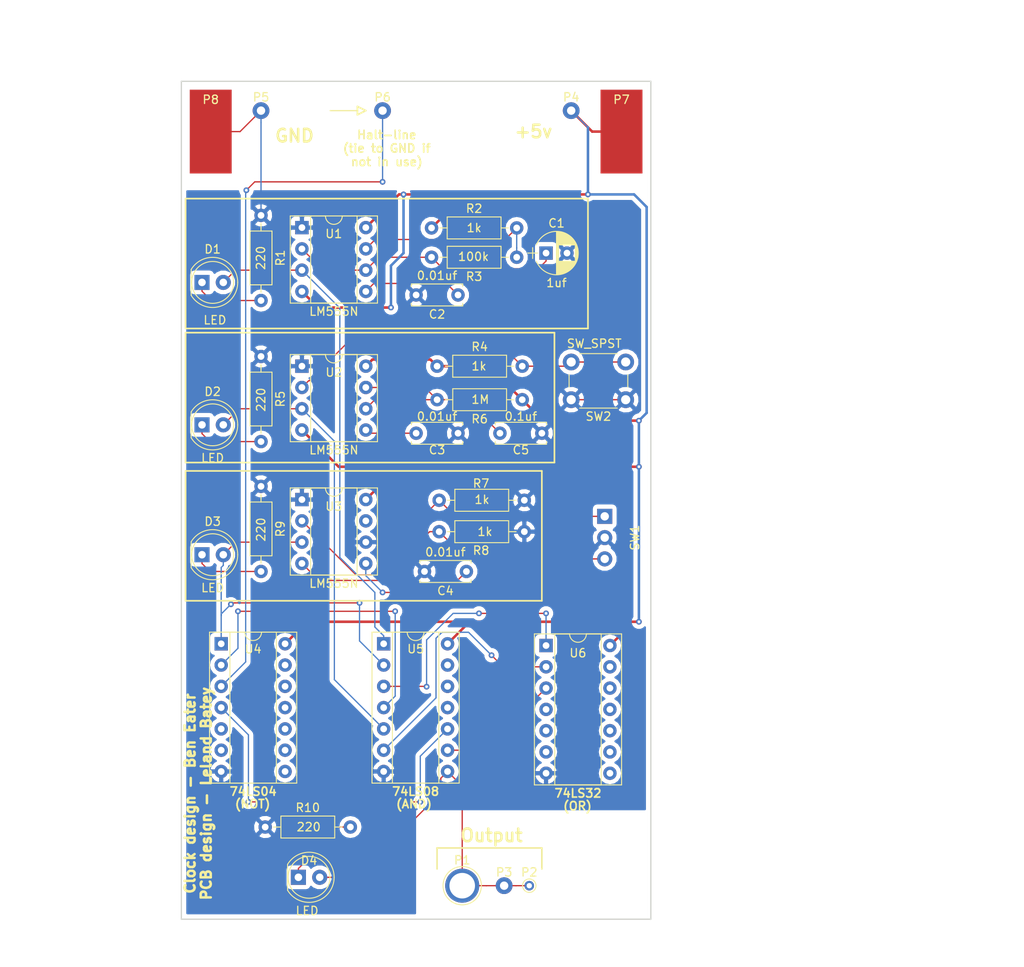
<source format=kicad_pcb>
(kicad_pcb (version 4) (host pcbnew 4.0.5-e0-6337~49~ubuntu16.04.1)

  (general
    (links 73)
    (no_connects 0)
    (area 57.435716 50.8 185.064286 167.700001)
    (thickness 1.6)
    (drawings 35)
    (tracks 207)
    (zones 0)
    (modules 35)
    (nets 27)
  )

  (page A4)
  (layers
    (0 F.Cu signal)
    (31 B.Cu signal)
    (36 B.SilkS user)
    (37 F.SilkS user)
    (38 B.Mask user)
    (39 F.Mask user)
    (40 Dwgs.User user)
    (41 Cmts.User user)
    (42 Eco1.User user)
    (43 Eco2.User user)
    (44 Edge.Cuts user)
    (45 Margin user)
    (46 B.CrtYd user)
    (47 F.CrtYd user)
    (48 B.Fab user)
    (49 F.Fab user)
  )

  (setup
    (last_trace_width 0.1524)
    (trace_clearance 0.5)
    (zone_clearance 0.508)
    (zone_45_only no)
    (trace_min 0.1524)
    (segment_width 0.15)
    (edge_width 0.15)
    (via_size 0.6858)
    (via_drill 0.3302)
    (via_min_size 0.6858)
    (via_min_drill 0.3302)
    (uvia_size 0.762)
    (uvia_drill 0.508)
    (uvias_allowed no)
    (uvia_min_size 0)
    (uvia_min_drill 0)
    (pcb_text_width 0.3)
    (pcb_text_size 1 1)
    (mod_edge_width 0.15)
    (mod_text_size 1 1)
    (mod_text_width 0.2)
    (pad_size 1.524 1.524)
    (pad_drill 0.762)
    (pad_to_mask_clearance 0.2)
    (aux_axis_origin 0 0)
    (visible_elements FFFFFFFF)
    (pcbplotparams
      (layerselection 0x01020_80000001)
      (usegerberextensions true)
      (excludeedgelayer true)
      (linewidth 0.100000)
      (plotframeref false)
      (viasonmask false)
      (mode 1)
      (useauxorigin false)
      (hpglpennumber 1)
      (hpglpenspeed 20)
      (hpglpendiameter 15)
      (hpglpenoverlay 2)
      (psnegative false)
      (psa4output false)
      (plotreference true)
      (plotvalue true)
      (plotinvisibletext false)
      (padsonsilk false)
      (subtractmaskfromsilk false)
      (outputformat 1)
      (mirror false)
      (drillshape 0)
      (scaleselection 1)
      (outputdirectory gerber_exports/clock-module--100mmX100mm/))
  )

  (net 0 "")
  (net 1 "Net-(C1-Pad1)")
  (net 2 +5V)
  (net 3 "Net-(C2-Pad1)")
  (net 4 "Net-(C3-Pad1)")
  (net 5 "Net-(C4-Pad1)")
  (net 6 "Net-(C5-Pad2)")
  (net 7 "Net-(D1-Pad1)")
  (net 8 "Net-(D1-Pad2)")
  (net 9 "Net-(D2-Pad1)")
  (net 10 "Net-(D2-Pad2)")
  (net 11 "Net-(D3-Pad1)")
  (net 12 "Net-(D3-Pad2)")
  (net 13 "Net-(D4-Pad1)")
  (net 14 "Net-(D4-Pad2)")
  (net 15 "Net-(U3-Pad7)")
  (net 16 "Net-(U4-Pad4)")
  (net 17 "Net-(U5-Pad3)")
  (net 18 GND)
  (net 19 "Net-(P6-Pad1)")
  (net 20 "Net-(U4-Pad2)")
  (net 21 "Net-(U5-Pad9)")
  (net 22 "Net-(U5-Pad6)")
  (net 23 "Net-(R2-Pad2)")
  (net 24 "Net-(R4-Pad2)")
  (net 25 "Net-(R7-Pad2)")
  (net 26 "Net-(R8-Pad1)")

  (net_class Default "This is the default net class."
    (clearance 0.5)
    (trace_width 0.1524)
    (via_dia 0.6858)
    (via_drill 0.3302)
    (uvia_dia 0.762)
    (uvia_drill 0.508)
    (add_net +5V)
    (add_net GND)
    (add_net "Net-(C1-Pad1)")
    (add_net "Net-(C2-Pad1)")
    (add_net "Net-(C3-Pad1)")
    (add_net "Net-(C4-Pad1)")
    (add_net "Net-(C5-Pad2)")
    (add_net "Net-(D1-Pad1)")
    (add_net "Net-(D1-Pad2)")
    (add_net "Net-(D2-Pad1)")
    (add_net "Net-(D2-Pad2)")
    (add_net "Net-(D3-Pad1)")
    (add_net "Net-(D3-Pad2)")
    (add_net "Net-(D4-Pad1)")
    (add_net "Net-(D4-Pad2)")
    (add_net "Net-(P6-Pad1)")
    (add_net "Net-(R2-Pad2)")
    (add_net "Net-(R4-Pad2)")
    (add_net "Net-(R7-Pad2)")
    (add_net "Net-(R8-Pad1)")
    (add_net "Net-(U3-Pad7)")
    (add_net "Net-(U4-Pad2)")
    (add_net "Net-(U4-Pad4)")
    (add_net "Net-(U5-Pad3)")
    (add_net "Net-(U5-Pad6)")
    (add_net "Net-(U5-Pad9)")
  )

  (net_class Oshpark_rules ""
    (clearance 0.5)
    (trace_width 0.1524)
    (via_dia 0.6858)
    (via_drill 0.3302)
    (uvia_dia 0.762)
    (uvia_drill 0.508)
  )

  (module Capacitors_THT:CP_Radial_D5.0mm_P2.50mm (layer F.Cu) (tedit 58B5E9CA) (tstamp 58B4D688)
    (at 123.5 80.5)
    (descr "CP, Radial series, Radial, pin pitch=2.50mm, , diameter=5mm, Electrolytic Capacitor")
    (tags "CP Radial series Radial pin pitch 2.50mm  diameter 5mm Electrolytic Capacitor")
    (path /588E7031)
    (fp_text reference C1 (at 1.25 -3.56) (layer F.SilkS)
      (effects (font (size 1 1) (thickness 0.15)))
    )
    (fp_text value 1uf (at 1.25 3.56) (layer F.SilkS)
      (effects (font (size 1 1) (thickness 0.15)))
    )
    (fp_arc (start 1.25 0) (end -1.147436 -0.98) (angle 135.5) (layer F.SilkS) (width 0.12))
    (fp_arc (start 1.25 0) (end -1.147436 0.98) (angle -135.5) (layer F.SilkS) (width 0.12))
    (fp_arc (start 1.25 0) (end 3.647436 -0.98) (angle 44.5) (layer F.SilkS) (width 0.12))
    (fp_circle (center 1.25 0) (end 3.75 0) (layer F.Fab) (width 0.1))
    (fp_line (start -2.2 0) (end -1 0) (layer F.Fab) (width 0.1))
    (fp_line (start -1.6 -0.65) (end -1.6 0.65) (layer F.Fab) (width 0.1))
    (fp_line (start 1.25 -2.55) (end 1.25 2.55) (layer F.SilkS) (width 0.12))
    (fp_line (start 1.29 -2.55) (end 1.29 2.55) (layer F.SilkS) (width 0.12))
    (fp_line (start 1.33 -2.549) (end 1.33 2.549) (layer F.SilkS) (width 0.12))
    (fp_line (start 1.37 -2.548) (end 1.37 2.548) (layer F.SilkS) (width 0.12))
    (fp_line (start 1.41 -2.546) (end 1.41 2.546) (layer F.SilkS) (width 0.12))
    (fp_line (start 1.45 -2.543) (end 1.45 2.543) (layer F.SilkS) (width 0.12))
    (fp_line (start 1.49 -2.539) (end 1.49 2.539) (layer F.SilkS) (width 0.12))
    (fp_line (start 1.53 -2.535) (end 1.53 -0.98) (layer F.SilkS) (width 0.12))
    (fp_line (start 1.53 0.98) (end 1.53 2.535) (layer F.SilkS) (width 0.12))
    (fp_line (start 1.57 -2.531) (end 1.57 -0.98) (layer F.SilkS) (width 0.12))
    (fp_line (start 1.57 0.98) (end 1.57 2.531) (layer F.SilkS) (width 0.12))
    (fp_line (start 1.61 -2.525) (end 1.61 -0.98) (layer F.SilkS) (width 0.12))
    (fp_line (start 1.61 0.98) (end 1.61 2.525) (layer F.SilkS) (width 0.12))
    (fp_line (start 1.65 -2.519) (end 1.65 -0.98) (layer F.SilkS) (width 0.12))
    (fp_line (start 1.65 0.98) (end 1.65 2.519) (layer F.SilkS) (width 0.12))
    (fp_line (start 1.69 -2.513) (end 1.69 -0.98) (layer F.SilkS) (width 0.12))
    (fp_line (start 1.69 0.98) (end 1.69 2.513) (layer F.SilkS) (width 0.12))
    (fp_line (start 1.73 -2.506) (end 1.73 -0.98) (layer F.SilkS) (width 0.12))
    (fp_line (start 1.73 0.98) (end 1.73 2.506) (layer F.SilkS) (width 0.12))
    (fp_line (start 1.77 -2.498) (end 1.77 -0.98) (layer F.SilkS) (width 0.12))
    (fp_line (start 1.77 0.98) (end 1.77 2.498) (layer F.SilkS) (width 0.12))
    (fp_line (start 1.81 -2.489) (end 1.81 -0.98) (layer F.SilkS) (width 0.12))
    (fp_line (start 1.81 0.98) (end 1.81 2.489) (layer F.SilkS) (width 0.12))
    (fp_line (start 1.85 -2.48) (end 1.85 -0.98) (layer F.SilkS) (width 0.12))
    (fp_line (start 1.85 0.98) (end 1.85 2.48) (layer F.SilkS) (width 0.12))
    (fp_line (start 1.89 -2.47) (end 1.89 -0.98) (layer F.SilkS) (width 0.12))
    (fp_line (start 1.89 0.98) (end 1.89 2.47) (layer F.SilkS) (width 0.12))
    (fp_line (start 1.93 -2.46) (end 1.93 -0.98) (layer F.SilkS) (width 0.12))
    (fp_line (start 1.93 0.98) (end 1.93 2.46) (layer F.SilkS) (width 0.12))
    (fp_line (start 1.971 -2.448) (end 1.971 -0.98) (layer F.SilkS) (width 0.12))
    (fp_line (start 1.971 0.98) (end 1.971 2.448) (layer F.SilkS) (width 0.12))
    (fp_line (start 2.011 -2.436) (end 2.011 -0.98) (layer F.SilkS) (width 0.12))
    (fp_line (start 2.011 0.98) (end 2.011 2.436) (layer F.SilkS) (width 0.12))
    (fp_line (start 2.051 -2.424) (end 2.051 -0.98) (layer F.SilkS) (width 0.12))
    (fp_line (start 2.051 0.98) (end 2.051 2.424) (layer F.SilkS) (width 0.12))
    (fp_line (start 2.091 -2.41) (end 2.091 -0.98) (layer F.SilkS) (width 0.12))
    (fp_line (start 2.091 0.98) (end 2.091 2.41) (layer F.SilkS) (width 0.12))
    (fp_line (start 2.131 -2.396) (end 2.131 -0.98) (layer F.SilkS) (width 0.12))
    (fp_line (start 2.131 0.98) (end 2.131 2.396) (layer F.SilkS) (width 0.12))
    (fp_line (start 2.171 -2.382) (end 2.171 -0.98) (layer F.SilkS) (width 0.12))
    (fp_line (start 2.171 0.98) (end 2.171 2.382) (layer F.SilkS) (width 0.12))
    (fp_line (start 2.211 -2.366) (end 2.211 -0.98) (layer F.SilkS) (width 0.12))
    (fp_line (start 2.211 0.98) (end 2.211 2.366) (layer F.SilkS) (width 0.12))
    (fp_line (start 2.251 -2.35) (end 2.251 -0.98) (layer F.SilkS) (width 0.12))
    (fp_line (start 2.251 0.98) (end 2.251 2.35) (layer F.SilkS) (width 0.12))
    (fp_line (start 2.291 -2.333) (end 2.291 -0.98) (layer F.SilkS) (width 0.12))
    (fp_line (start 2.291 0.98) (end 2.291 2.333) (layer F.SilkS) (width 0.12))
    (fp_line (start 2.331 -2.315) (end 2.331 -0.98) (layer F.SilkS) (width 0.12))
    (fp_line (start 2.331 0.98) (end 2.331 2.315) (layer F.SilkS) (width 0.12))
    (fp_line (start 2.371 -2.296) (end 2.371 -0.98) (layer F.SilkS) (width 0.12))
    (fp_line (start 2.371 0.98) (end 2.371 2.296) (layer F.SilkS) (width 0.12))
    (fp_line (start 2.411 -2.276) (end 2.411 -0.98) (layer F.SilkS) (width 0.12))
    (fp_line (start 2.411 0.98) (end 2.411 2.276) (layer F.SilkS) (width 0.12))
    (fp_line (start 2.451 -2.256) (end 2.451 -0.98) (layer F.SilkS) (width 0.12))
    (fp_line (start 2.451 0.98) (end 2.451 2.256) (layer F.SilkS) (width 0.12))
    (fp_line (start 2.491 -2.234) (end 2.491 -0.98) (layer F.SilkS) (width 0.12))
    (fp_line (start 2.491 0.98) (end 2.491 2.234) (layer F.SilkS) (width 0.12))
    (fp_line (start 2.531 -2.212) (end 2.531 -0.98) (layer F.SilkS) (width 0.12))
    (fp_line (start 2.531 0.98) (end 2.531 2.212) (layer F.SilkS) (width 0.12))
    (fp_line (start 2.571 -2.189) (end 2.571 -0.98) (layer F.SilkS) (width 0.12))
    (fp_line (start 2.571 0.98) (end 2.571 2.189) (layer F.SilkS) (width 0.12))
    (fp_line (start 2.611 -2.165) (end 2.611 -0.98) (layer F.SilkS) (width 0.12))
    (fp_line (start 2.611 0.98) (end 2.611 2.165) (layer F.SilkS) (width 0.12))
    (fp_line (start 2.651 -2.14) (end 2.651 -0.98) (layer F.SilkS) (width 0.12))
    (fp_line (start 2.651 0.98) (end 2.651 2.14) (layer F.SilkS) (width 0.12))
    (fp_line (start 2.691 -2.113) (end 2.691 -0.98) (layer F.SilkS) (width 0.12))
    (fp_line (start 2.691 0.98) (end 2.691 2.113) (layer F.SilkS) (width 0.12))
    (fp_line (start 2.731 -2.086) (end 2.731 -0.98) (layer F.SilkS) (width 0.12))
    (fp_line (start 2.731 0.98) (end 2.731 2.086) (layer F.SilkS) (width 0.12))
    (fp_line (start 2.771 -2.058) (end 2.771 -0.98) (layer F.SilkS) (width 0.12))
    (fp_line (start 2.771 0.98) (end 2.771 2.058) (layer F.SilkS) (width 0.12))
    (fp_line (start 2.811 -2.028) (end 2.811 -0.98) (layer F.SilkS) (width 0.12))
    (fp_line (start 2.811 0.98) (end 2.811 2.028) (layer F.SilkS) (width 0.12))
    (fp_line (start 2.851 -1.997) (end 2.851 -0.98) (layer F.SilkS) (width 0.12))
    (fp_line (start 2.851 0.98) (end 2.851 1.997) (layer F.SilkS) (width 0.12))
    (fp_line (start 2.891 -1.965) (end 2.891 -0.98) (layer F.SilkS) (width 0.12))
    (fp_line (start 2.891 0.98) (end 2.891 1.965) (layer F.SilkS) (width 0.12))
    (fp_line (start 2.931 -1.932) (end 2.931 -0.98) (layer F.SilkS) (width 0.12))
    (fp_line (start 2.931 0.98) (end 2.931 1.932) (layer F.SilkS) (width 0.12))
    (fp_line (start 2.971 -1.897) (end 2.971 -0.98) (layer F.SilkS) (width 0.12))
    (fp_line (start 2.971 0.98) (end 2.971 1.897) (layer F.SilkS) (width 0.12))
    (fp_line (start 3.011 -1.861) (end 3.011 -0.98) (layer F.SilkS) (width 0.12))
    (fp_line (start 3.011 0.98) (end 3.011 1.861) (layer F.SilkS) (width 0.12))
    (fp_line (start 3.051 -1.823) (end 3.051 -0.98) (layer F.SilkS) (width 0.12))
    (fp_line (start 3.051 0.98) (end 3.051 1.823) (layer F.SilkS) (width 0.12))
    (fp_line (start 3.091 -1.783) (end 3.091 -0.98) (layer F.SilkS) (width 0.12))
    (fp_line (start 3.091 0.98) (end 3.091 1.783) (layer F.SilkS) (width 0.12))
    (fp_line (start 3.131 -1.742) (end 3.131 -0.98) (layer F.SilkS) (width 0.12))
    (fp_line (start 3.131 0.98) (end 3.131 1.742) (layer F.SilkS) (width 0.12))
    (fp_line (start 3.171 -1.699) (end 3.171 -0.98) (layer F.SilkS) (width 0.12))
    (fp_line (start 3.171 0.98) (end 3.171 1.699) (layer F.SilkS) (width 0.12))
    (fp_line (start 3.211 -1.654) (end 3.211 -0.98) (layer F.SilkS) (width 0.12))
    (fp_line (start 3.211 0.98) (end 3.211 1.654) (layer F.SilkS) (width 0.12))
    (fp_line (start 3.251 -1.606) (end 3.251 -0.98) (layer F.SilkS) (width 0.12))
    (fp_line (start 3.251 0.98) (end 3.251 1.606) (layer F.SilkS) (width 0.12))
    (fp_line (start 3.291 -1.556) (end 3.291 -0.98) (layer F.SilkS) (width 0.12))
    (fp_line (start 3.291 0.98) (end 3.291 1.556) (layer F.SilkS) (width 0.12))
    (fp_line (start 3.331 -1.504) (end 3.331 -0.98) (layer F.SilkS) (width 0.12))
    (fp_line (start 3.331 0.98) (end 3.331 1.504) (layer F.SilkS) (width 0.12))
    (fp_line (start 3.371 -1.448) (end 3.371 -0.98) (layer F.SilkS) (width 0.12))
    (fp_line (start 3.371 0.98) (end 3.371 1.448) (layer F.SilkS) (width 0.12))
    (fp_line (start 3.411 -1.39) (end 3.411 -0.98) (layer F.SilkS) (width 0.12))
    (fp_line (start 3.411 0.98) (end 3.411 1.39) (layer F.SilkS) (width 0.12))
    (fp_line (start 3.451 -1.327) (end 3.451 -0.98) (layer F.SilkS) (width 0.12))
    (fp_line (start 3.451 0.98) (end 3.451 1.327) (layer F.SilkS) (width 0.12))
    (fp_line (start 3.491 -1.261) (end 3.491 1.261) (layer F.SilkS) (width 0.12))
    (fp_line (start 3.531 -1.189) (end 3.531 1.189) (layer F.SilkS) (width 0.12))
    (fp_line (start 3.571 -1.112) (end 3.571 1.112) (layer F.SilkS) (width 0.12))
    (fp_line (start 3.611 -1.028) (end 3.611 1.028) (layer F.SilkS) (width 0.12))
    (fp_line (start 3.651 -0.934) (end 3.651 0.934) (layer F.SilkS) (width 0.12))
    (fp_line (start 3.691 -0.829) (end 3.691 0.829) (layer F.SilkS) (width 0.12))
    (fp_line (start 3.731 -0.707) (end 3.731 0.707) (layer F.SilkS) (width 0.12))
    (fp_line (start 3.771 -0.559) (end 3.771 0.559) (layer F.SilkS) (width 0.12))
    (fp_line (start 3.811 -0.354) (end 3.811 0.354) (layer F.SilkS) (width 0.12))
    (fp_line (start -2.2 0) (end -1 0) (layer F.SilkS) (width 0.12))
    (fp_line (start -1.6 -0.65) (end -1.6 0.65) (layer F.SilkS) (width 0.12))
    (fp_line (start -1.6 -2.85) (end -1.6 2.85) (layer F.CrtYd) (width 0.05))
    (fp_line (start -1.6 2.85) (end 4.1 2.85) (layer F.CrtYd) (width 0.05))
    (fp_line (start 4.1 2.85) (end 4.1 -2.85) (layer F.CrtYd) (width 0.05))
    (fp_line (start 4.1 -2.85) (end -1.6 -2.85) (layer F.CrtYd) (width 0.05))
    (pad 1 thru_hole rect (at 0 0) (size 1.6 1.6) (drill 0.8) (layers *.Cu *.Mask)
      (net 1 "Net-(C1-Pad1)"))
    (pad 2 thru_hole circle (at 2.5 0) (size 1.6 1.6) (drill 0.8) (layers *.Cu *.Mask)
      (net 18 GND))
    (model Capacitors_THT.3dshapes/CP_Radial_D5.0mm_P2.50mm.wrl
      (at (xyz 0 0 0))
      (scale (xyz 0.393701 0.393701 0.393701))
      (rotate (xyz 0 0 0))
    )
  )

  (module Capacitors_THT:C_Disc_D6.0mm_W2.5mm_P5.00mm (layer F.Cu) (tedit 58B5E9BD) (tstamp 58B4D68E)
    (at 113 85.5 180)
    (descr "C, Disc series, Radial, pin pitch=5.00mm, , diameter*width=6*2.5mm^2, Capacitor, http://cdn-reichelt.de/documents/datenblatt/B300/DS_KERKO_TC.pdf")
    (tags "C Disc series Radial pin pitch 5.00mm  diameter 6mm width 2.5mm Capacitor")
    (path /589CF890)
    (fp_text reference C2 (at 2.5 -2.31 180) (layer F.SilkS)
      (effects (font (size 1 1) (thickness 0.15)))
    )
    (fp_text value 0.01uf (at 2.5 2.31 180) (layer F.SilkS)
      (effects (font (size 1 1) (thickness 0.15)))
    )
    (fp_line (start -0.5 -1.25) (end -0.5 1.25) (layer F.Fab) (width 0.1))
    (fp_line (start -0.5 1.25) (end 5.5 1.25) (layer F.Fab) (width 0.1))
    (fp_line (start 5.5 1.25) (end 5.5 -1.25) (layer F.Fab) (width 0.1))
    (fp_line (start 5.5 -1.25) (end -0.5 -1.25) (layer F.Fab) (width 0.1))
    (fp_line (start -0.56 -1.31) (end 5.56 -1.31) (layer F.SilkS) (width 0.12))
    (fp_line (start -0.56 1.31) (end 5.56 1.31) (layer F.SilkS) (width 0.12))
    (fp_line (start -0.56 -1.31) (end -0.56 -0.996) (layer F.SilkS) (width 0.12))
    (fp_line (start -0.56 0.996) (end -0.56 1.31) (layer F.SilkS) (width 0.12))
    (fp_line (start 5.56 -1.31) (end 5.56 -0.996) (layer F.SilkS) (width 0.12))
    (fp_line (start 5.56 0.996) (end 5.56 1.31) (layer F.SilkS) (width 0.12))
    (fp_line (start -1.05 -1.6) (end -1.05 1.6) (layer F.CrtYd) (width 0.05))
    (fp_line (start -1.05 1.6) (end 6.05 1.6) (layer F.CrtYd) (width 0.05))
    (fp_line (start 6.05 1.6) (end 6.05 -1.6) (layer F.CrtYd) (width 0.05))
    (fp_line (start 6.05 -1.6) (end -1.05 -1.6) (layer F.CrtYd) (width 0.05))
    (pad 1 thru_hole circle (at 0 0 180) (size 1.6 1.6) (drill 0.8) (layers *.Cu *.Mask)
      (net 3 "Net-(C2-Pad1)"))
    (pad 2 thru_hole circle (at 5 0 180) (size 1.6 1.6) (drill 0.8) (layers *.Cu *.Mask)
      (net 18 GND))
    (model Capacitors_THT.3dshapes/C_Disc_D6.0mm_W2.5mm_P5.00mm.wrl
      (at (xyz 0 0 0))
      (scale (xyz 0.393701 0.393701 0.393701))
      (rotate (xyz 0 0 0))
    )
  )

  (module Capacitors_THT:C_Disc_D6.0mm_W2.5mm_P5.00mm (layer F.Cu) (tedit 58B5EA40) (tstamp 58B4D694)
    (at 108 102)
    (descr "C, Disc series, Radial, pin pitch=5.00mm, , diameter*width=6*2.5mm^2, Capacitor, http://cdn-reichelt.de/documents/datenblatt/B300/DS_KERKO_TC.pdf")
    (tags "C Disc series Radial pin pitch 5.00mm  diameter 6mm width 2.5mm Capacitor")
    (path /589CECA6)
    (fp_text reference C3 (at 2.5 2) (layer F.SilkS)
      (effects (font (size 1 1) (thickness 0.15)))
    )
    (fp_text value 0.01uf (at 2.5 -2) (layer F.SilkS)
      (effects (font (size 1 1) (thickness 0.15)))
    )
    (fp_line (start -0.5 -1.25) (end -0.5 1.25) (layer F.Fab) (width 0.1))
    (fp_line (start -0.5 1.25) (end 5.5 1.25) (layer F.Fab) (width 0.1))
    (fp_line (start 5.5 1.25) (end 5.5 -1.25) (layer F.Fab) (width 0.1))
    (fp_line (start 5.5 -1.25) (end -0.5 -1.25) (layer F.Fab) (width 0.1))
    (fp_line (start -0.56 -1.31) (end 5.56 -1.31) (layer F.SilkS) (width 0.12))
    (fp_line (start -0.56 1.31) (end 5.56 1.31) (layer F.SilkS) (width 0.12))
    (fp_line (start -0.56 -1.31) (end -0.56 -0.996) (layer F.SilkS) (width 0.12))
    (fp_line (start -0.56 0.996) (end -0.56 1.31) (layer F.SilkS) (width 0.12))
    (fp_line (start 5.56 -1.31) (end 5.56 -0.996) (layer F.SilkS) (width 0.12))
    (fp_line (start 5.56 0.996) (end 5.56 1.31) (layer F.SilkS) (width 0.12))
    (fp_line (start -1.05 -1.6) (end -1.05 1.6) (layer F.CrtYd) (width 0.05))
    (fp_line (start -1.05 1.6) (end 6.05 1.6) (layer F.CrtYd) (width 0.05))
    (fp_line (start 6.05 1.6) (end 6.05 -1.6) (layer F.CrtYd) (width 0.05))
    (fp_line (start 6.05 -1.6) (end -1.05 -1.6) (layer F.CrtYd) (width 0.05))
    (pad 1 thru_hole circle (at 0 0) (size 1.6 1.6) (drill 0.8) (layers *.Cu *.Mask)
      (net 4 "Net-(C3-Pad1)"))
    (pad 2 thru_hole circle (at 5 0) (size 1.6 1.6) (drill 0.8) (layers *.Cu *.Mask)
      (net 18 GND))
    (model Capacitors_THT.3dshapes/C_Disc_D6.0mm_W2.5mm_P5.00mm.wrl
      (at (xyz 0 0 0))
      (scale (xyz 0.393701 0.393701 0.393701))
      (rotate (xyz 0 0 0))
    )
  )

  (module Capacitors_THT:C_Disc_D6.0mm_W2.5mm_P5.00mm (layer F.Cu) (tedit 58B5EA71) (tstamp 58B4D69A)
    (at 114 118.5 180)
    (descr "C, Disc series, Radial, pin pitch=5.00mm, , diameter*width=6*2.5mm^2, Capacitor, http://cdn-reichelt.de/documents/datenblatt/B300/DS_KERKO_TC.pdf")
    (tags "C Disc series Radial pin pitch 5.00mm  diameter 6mm width 2.5mm Capacitor")
    (path /589CF3E5)
    (fp_text reference C4 (at 2.5 -2.31 180) (layer F.SilkS)
      (effects (font (size 1 1) (thickness 0.15)))
    )
    (fp_text value 0.01uf (at 2.5 2.31 180) (layer F.SilkS)
      (effects (font (size 1 1) (thickness 0.15)))
    )
    (fp_line (start -0.5 -1.25) (end -0.5 1.25) (layer F.Fab) (width 0.1))
    (fp_line (start -0.5 1.25) (end 5.5 1.25) (layer F.Fab) (width 0.1))
    (fp_line (start 5.5 1.25) (end 5.5 -1.25) (layer F.Fab) (width 0.1))
    (fp_line (start 5.5 -1.25) (end -0.5 -1.25) (layer F.Fab) (width 0.1))
    (fp_line (start -0.56 -1.31) (end 5.56 -1.31) (layer F.SilkS) (width 0.12))
    (fp_line (start -0.56 1.31) (end 5.56 1.31) (layer F.SilkS) (width 0.12))
    (fp_line (start -0.56 -1.31) (end -0.56 -0.996) (layer F.SilkS) (width 0.12))
    (fp_line (start -0.56 0.996) (end -0.56 1.31) (layer F.SilkS) (width 0.12))
    (fp_line (start 5.56 -1.31) (end 5.56 -0.996) (layer F.SilkS) (width 0.12))
    (fp_line (start 5.56 0.996) (end 5.56 1.31) (layer F.SilkS) (width 0.12))
    (fp_line (start -1.05 -1.6) (end -1.05 1.6) (layer F.CrtYd) (width 0.05))
    (fp_line (start -1.05 1.6) (end 6.05 1.6) (layer F.CrtYd) (width 0.05))
    (fp_line (start 6.05 1.6) (end 6.05 -1.6) (layer F.CrtYd) (width 0.05))
    (fp_line (start 6.05 -1.6) (end -1.05 -1.6) (layer F.CrtYd) (width 0.05))
    (pad 1 thru_hole circle (at 0 0 180) (size 1.6 1.6) (drill 0.8) (layers *.Cu *.Mask)
      (net 5 "Net-(C4-Pad1)"))
    (pad 2 thru_hole circle (at 5 0 180) (size 1.6 1.6) (drill 0.8) (layers *.Cu *.Mask)
      (net 18 GND))
    (model Capacitors_THT.3dshapes/C_Disc_D6.0mm_W2.5mm_P5.00mm.wrl
      (at (xyz 0 0 0))
      (scale (xyz 0.393701 0.393701 0.393701))
      (rotate (xyz 0 0 0))
    )
  )

  (module LEDs:LED_D5.0mm (layer F.Cu) (tedit 58B5E991) (tstamp 58B4D6A6)
    (at 82.46 84)
    (descr "LED, diameter 5.0mm, 2 pins, http://cdn-reichelt.de/documents/datenblatt/A500/LL-504BC2E-009.pdf")
    (tags "LED diameter 5.0mm 2 pins")
    (path /58A1034D)
    (fp_text reference D1 (at 1.27 -3.96) (layer F.SilkS)
      (effects (font (size 1 1) (thickness 0.15)))
    )
    (fp_text value LED (at 1.54 4.5) (layer F.SilkS)
      (effects (font (size 1 1) (thickness 0.15)))
    )
    (fp_arc (start 1.27 0) (end -1.23 -1.469694) (angle 299.1) (layer F.Fab) (width 0.1))
    (fp_arc (start 1.27 0) (end -1.29 -1.54483) (angle 148.9) (layer F.SilkS) (width 0.12))
    (fp_arc (start 1.27 0) (end -1.29 1.54483) (angle -148.9) (layer F.SilkS) (width 0.12))
    (fp_circle (center 1.27 0) (end 3.77 0) (layer F.Fab) (width 0.1))
    (fp_circle (center 1.27 0) (end 3.77 0) (layer F.SilkS) (width 0.12))
    (fp_line (start -1.23 -1.469694) (end -1.23 1.469694) (layer F.Fab) (width 0.1))
    (fp_line (start -1.29 -1.545) (end -1.29 1.545) (layer F.SilkS) (width 0.12))
    (fp_line (start -1.95 -3.25) (end -1.95 3.25) (layer F.CrtYd) (width 0.05))
    (fp_line (start -1.95 3.25) (end 4.5 3.25) (layer F.CrtYd) (width 0.05))
    (fp_line (start 4.5 3.25) (end 4.5 -3.25) (layer F.CrtYd) (width 0.05))
    (fp_line (start 4.5 -3.25) (end -1.95 -3.25) (layer F.CrtYd) (width 0.05))
    (pad 1 thru_hole rect (at 0 0) (size 1.8 1.8) (drill 0.9) (layers *.Cu *.Mask)
      (net 7 "Net-(D1-Pad1)"))
    (pad 2 thru_hole circle (at 2.54 0) (size 1.8 1.8) (drill 0.9) (layers *.Cu *.Mask)
      (net 8 "Net-(D1-Pad2)"))
    (model LEDs.3dshapes/LED_D5.0mm.wrl
      (at (xyz 0 0 0))
      (scale (xyz 0.393701 0.393701 0.393701))
      (rotate (xyz 0 0 0))
    )
  )

  (module LEDs:LED_D5.0mm (layer F.Cu) (tedit 58B5E99C) (tstamp 58B4D6AC)
    (at 82.46 101)
    (descr "LED, diameter 5.0mm, 2 pins, http://cdn-reichelt.de/documents/datenblatt/A500/LL-504BC2E-009.pdf")
    (tags "LED diameter 5.0mm 2 pins")
    (path /58A0FDDF)
    (fp_text reference D2 (at 1.27 -3.96) (layer F.SilkS)
      (effects (font (size 1 1) (thickness 0.15)))
    )
    (fp_text value LED (at 1.27 3.96) (layer F.SilkS)
      (effects (font (size 1 1) (thickness 0.15)))
    )
    (fp_arc (start 1.27 0) (end -1.23 -1.469694) (angle 299.1) (layer F.Fab) (width 0.1))
    (fp_arc (start 1.27 0) (end -1.29 -1.54483) (angle 148.9) (layer F.SilkS) (width 0.12))
    (fp_arc (start 1.27 0) (end -1.29 1.54483) (angle -148.9) (layer F.SilkS) (width 0.12))
    (fp_circle (center 1.27 0) (end 3.77 0) (layer F.Fab) (width 0.1))
    (fp_circle (center 1.27 0) (end 3.77 0) (layer F.SilkS) (width 0.12))
    (fp_line (start -1.23 -1.469694) (end -1.23 1.469694) (layer F.Fab) (width 0.1))
    (fp_line (start -1.29 -1.545) (end -1.29 1.545) (layer F.SilkS) (width 0.12))
    (fp_line (start -1.95 -3.25) (end -1.95 3.25) (layer F.CrtYd) (width 0.05))
    (fp_line (start -1.95 3.25) (end 4.5 3.25) (layer F.CrtYd) (width 0.05))
    (fp_line (start 4.5 3.25) (end 4.5 -3.25) (layer F.CrtYd) (width 0.05))
    (fp_line (start 4.5 -3.25) (end -1.95 -3.25) (layer F.CrtYd) (width 0.05))
    (pad 1 thru_hole rect (at 0 0) (size 1.8 1.8) (drill 0.9) (layers *.Cu *.Mask)
      (net 9 "Net-(D2-Pad1)"))
    (pad 2 thru_hole circle (at 2.54 0) (size 1.8 1.8) (drill 0.9) (layers *.Cu *.Mask)
      (net 10 "Net-(D2-Pad2)"))
    (model LEDs.3dshapes/LED_D5.0mm.wrl
      (at (xyz 0 0 0))
      (scale (xyz 0.393701 0.393701 0.393701))
      (rotate (xyz 0 0 0))
    )
  )

  (module LEDs:LED_D5.0mm (layer F.Cu) (tedit 58B5EAD6) (tstamp 58B4D6B2)
    (at 82.46 116.5)
    (descr "LED, diameter 5.0mm, 2 pins, http://cdn-reichelt.de/documents/datenblatt/A500/LL-504BC2E-009.pdf")
    (tags "LED diameter 5.0mm 2 pins")
    (path /58A1112E)
    (fp_text reference D3 (at 1.27 -3.96) (layer F.SilkS)
      (effects (font (size 1 1) (thickness 0.15)))
    )
    (fp_text value LED (at 1.27 3.96) (layer F.SilkS)
      (effects (font (size 1 1) (thickness 0.15)))
    )
    (fp_arc (start 1.27 0) (end -1.23 -1.469694) (angle 299.1) (layer F.Fab) (width 0.1))
    (fp_arc (start 1.27 0) (end -1.29 -1.54483) (angle 148.9) (layer F.SilkS) (width 0.12))
    (fp_arc (start 1.27 0) (end -1.29 1.54483) (angle -148.9) (layer F.SilkS) (width 0.12))
    (fp_circle (center 1.27 0) (end 3.77 0) (layer F.Fab) (width 0.1))
    (fp_circle (center 1.27 0) (end 3.77 0) (layer F.SilkS) (width 0.12))
    (fp_line (start -1.23 -1.469694) (end -1.23 1.469694) (layer F.Fab) (width 0.1))
    (fp_line (start -1.29 -1.545) (end -1.29 1.545) (layer F.SilkS) (width 0.12))
    (fp_line (start -1.95 -3.25) (end -1.95 3.25) (layer F.CrtYd) (width 0.05))
    (fp_line (start -1.95 3.25) (end 4.5 3.25) (layer F.CrtYd) (width 0.05))
    (fp_line (start 4.5 3.25) (end 4.5 -3.25) (layer F.CrtYd) (width 0.05))
    (fp_line (start 4.5 -3.25) (end -1.95 -3.25) (layer F.CrtYd) (width 0.05))
    (pad 1 thru_hole rect (at 0 0) (size 1.8 1.8) (drill 0.9) (layers *.Cu *.Mask)
      (net 11 "Net-(D3-Pad1)"))
    (pad 2 thru_hole circle (at 2.54 0) (size 1.8 1.8) (drill 0.9) (layers *.Cu *.Mask)
      (net 12 "Net-(D3-Pad2)"))
    (model LEDs.3dshapes/LED_D5.0mm.wrl
      (at (xyz 0 0 0))
      (scale (xyz 0.393701 0.393701 0.393701))
      (rotate (xyz 0 0 0))
    )
  )

  (module LEDs:LED_D5.0mm (layer F.Cu) (tedit 58B5EAF2) (tstamp 58B4D6B8)
    (at 93.96 155)
    (descr "LED, diameter 5.0mm, 2 pins, http://cdn-reichelt.de/documents/datenblatt/A500/LL-504BC2E-009.pdf")
    (tags "LED diameter 5.0mm 2 pins")
    (path /58A14919)
    (fp_text reference D4 (at 1.27 -2) (layer F.SilkS)
      (effects (font (size 1 1) (thickness 0.15)))
    )
    (fp_text value LED (at 1.04 4) (layer F.SilkS)
      (effects (font (size 1 1) (thickness 0.15)))
    )
    (fp_arc (start 1.27 0) (end -1.23 -1.469694) (angle 299.1) (layer F.Fab) (width 0.1))
    (fp_arc (start 1.27 0) (end -1.29 -1.54483) (angle 148.9) (layer F.SilkS) (width 0.12))
    (fp_arc (start 1.27 0) (end -1.29 1.54483) (angle -148.9) (layer F.SilkS) (width 0.12))
    (fp_circle (center 1.27 0) (end 3.77 0) (layer F.Fab) (width 0.1))
    (fp_circle (center 1.27 0) (end 3.77 0) (layer F.SilkS) (width 0.12))
    (fp_line (start -1.23 -1.469694) (end -1.23 1.469694) (layer F.Fab) (width 0.1))
    (fp_line (start -1.29 -1.545) (end -1.29 1.545) (layer F.SilkS) (width 0.12))
    (fp_line (start -1.95 -3.25) (end -1.95 3.25) (layer F.CrtYd) (width 0.05))
    (fp_line (start -1.95 3.25) (end 4.5 3.25) (layer F.CrtYd) (width 0.05))
    (fp_line (start 4.5 3.25) (end 4.5 -3.25) (layer F.CrtYd) (width 0.05))
    (fp_line (start 4.5 -3.25) (end -1.95 -3.25) (layer F.CrtYd) (width 0.05))
    (pad 1 thru_hole rect (at 0 0) (size 1.8 1.8) (drill 0.9) (layers *.Cu *.Mask)
      (net 13 "Net-(D4-Pad1)"))
    (pad 2 thru_hole circle (at 2.54 0) (size 1.8 1.8) (drill 0.9) (layers *.Cu *.Mask)
      (net 14 "Net-(D4-Pad2)"))
    (model LEDs.3dshapes/LED_D5.0mm.wrl
      (at (xyz 0 0 0))
      (scale (xyz 0.393701 0.393701 0.393701))
      (rotate (xyz 0 0 0))
    )
  )

  (module Connectors:1pin (layer F.Cu) (tedit 58B5EABA) (tstamp 58B4D6BD)
    (at 113.5 156)
    (descr "module 1 pin (ou trou mecanique de percage)")
    (tags DEV)
    (path /589D2A81)
    (fp_text reference P1 (at 0 -3.048) (layer F.SilkS)
      (effects (font (size 1 1) (thickness 0.15)))
    )
    (fp_text value CONN_01X01 (at 0 3) (layer Cmts.User)
      (effects (font (size 1 1) (thickness 0.15)))
    )
    (fp_circle (center 0 0) (end 2 0.8) (layer F.Fab) (width 0.1))
    (fp_circle (center 0 0) (end 2.6 0) (layer F.CrtYd) (width 0.05))
    (fp_circle (center 0 0) (end 0 -2.286) (layer F.SilkS) (width 0.12))
    (pad 1 thru_hole circle (at 0 0) (size 4.064 4.064) (drill 3.048) (layers *.Cu *.Mask)
      (net 14 "Net-(D4-Pad2)"))
  )

  (module Connectors:PINTST (layer F.Cu) (tedit 58B5EAC6) (tstamp 58B4D6C2)
    (at 121.5 156)
    (descr "module 1 pin (ou trou mecanique de percage)")
    (tags DEV)
    (path /58A19F6E)
    (fp_text reference P2 (at 0 -1.6) (layer F.SilkS)
      (effects (font (size 1 1) (thickness 0.15)))
    )
    (fp_text value CONN_01X01 (at 0 1.6) (layer Cmts.User)
      (effects (font (size 1 1) (thickness 0.15)))
    )
    (fp_circle (center 0 0) (end 1.1 0) (layer F.CrtYd) (width 0.05))
    (fp_circle (center 0 0) (end 0.4 0.6) (layer F.Fab) (width 0.1))
    (fp_circle (center 0 0) (end -0.254 -0.762) (layer F.SilkS) (width 0.12))
    (pad 1 thru_hole circle (at 0 0) (size 1.143 1.143) (drill 0.635) (layers *.Cu *.Mask)
      (net 14 "Net-(D4-Pad2)"))
    (model Connectors.3dshapes/PINTST.wrl
      (at (xyz 0 0 0))
      (scale (xyz 1 1 1))
      (rotate (xyz 0 0 0))
    )
  )

  (module tiny_comp_footprints:test_pin_single_hole (layer F.Cu) (tedit 58B5EAC2) (tstamp 58B4D6C7)
    (at 118.5 156)
    (descr "module 1 pin (ou trou mecanique de percage)")
    (tags DEV)
    (path /58A19EC8)
    (fp_text reference P3 (at 0 -1.6) (layer F.SilkS)
      (effects (font (size 1 1) (thickness 0.15)))
    )
    (fp_text value CONN_01X01 (at 0 1.6) (layer Cmts.User)
      (effects (font (size 1 1) (thickness 0.15)))
    )
    (fp_circle (center 0 0) (end 1.1 0) (layer F.CrtYd) (width 0.05))
    (pad 1 thru_hole circle (at 0 0) (size 2 2) (drill 1) (layers *.Cu *.Mask)
      (net 14 "Net-(D4-Pad2)") (solder_mask_margin 0.2) (clearance 0.5))
    (model Connectors.3dshapes/PINTST.wrl
      (at (xyz 0 0 0))
      (scale (xyz 1 1 1))
      (rotate (xyz 0 0 0))
    )
  )

  (module tiny_comp_footprints:test_pin_single_hole (layer F.Cu) (tedit 58B5EAA5) (tstamp 58B4D6CC)
    (at 126.5 63.5)
    (descr "module 1 pin (ou trou mecanique de percage)")
    (tags DEV)
    (path /58A1C894)
    (fp_text reference P4 (at 0 -1.6) (layer F.SilkS)
      (effects (font (size 1 1) (thickness 0.15)))
    )
    (fp_text value CONN_01X01 (at 0 1.6) (layer Cmts.User)
      (effects (font (size 1 1) (thickness 0.15)))
    )
    (fp_circle (center 0 0) (end 1.1 0) (layer F.CrtYd) (width 0.05))
    (pad 1 thru_hole circle (at 0 0) (size 2 2) (drill 1) (layers *.Cu *.Mask)
      (net 2 +5V) (solder_mask_margin 0.2) (clearance 0.5))
    (model Connectors.3dshapes/PINTST.wrl
      (at (xyz 0 0 0))
      (scale (xyz 1 1 1))
      (rotate (xyz 0 0 0))
    )
  )

  (module tiny_comp_footprints:test_pin_single_hole (layer F.Cu) (tedit 58B5EAAD) (tstamp 58B4D6D1)
    (at 89.5 63.5)
    (descr "module 1 pin (ou trou mecanique de percage)")
    (tags DEV)
    (path /58A1D34D)
    (fp_text reference P5 (at 0 -1.6) (layer F.SilkS)
      (effects (font (size 1 1) (thickness 0.15)))
    )
    (fp_text value CONN_01X01 (at 0 1.6) (layer Cmts.User)
      (effects (font (size 1 1) (thickness 0.15)))
    )
    (fp_circle (center 0 0) (end 1.1 0) (layer F.CrtYd) (width 0.05))
    (pad 1 thru_hole circle (at 0 0) (size 2 2) (drill 1) (layers *.Cu *.Mask)
      (net 18 GND) (solder_mask_margin 0.2) (clearance 0.5))
    (model Connectors.3dshapes/PINTST.wrl
      (at (xyz 0 0 0))
      (scale (xyz 1 1 1))
      (rotate (xyz 0 0 0))
    )
  )

  (module tiny_comp_footprints:test_pin_single_hole (layer F.Cu) (tedit 58B5EAA9) (tstamp 58B4D6D6)
    (at 104 63.5)
    (descr "module 1 pin (ou trou mecanique de percage)")
    (tags DEV)
    (path /58B4DF12)
    (fp_text reference P6 (at 0 -1.6) (layer F.SilkS)
      (effects (font (size 1 1) (thickness 0.15)))
    )
    (fp_text value CONN_01X01 (at 0 1.6) (layer Cmts.User)
      (effects (font (size 1 1) (thickness 0.15)))
    )
    (fp_circle (center 0 0) (end 1.1 0) (layer F.CrtYd) (width 0.05))
    (pad 1 thru_hole circle (at 0 0) (size 2 2) (drill 1) (layers *.Cu *.Mask)
      (net 19 "Net-(P6-Pad1)") (solder_mask_margin 0.2) (clearance 0.5))
    (model Connectors.3dshapes/PINTST.wrl
      (at (xyz 0 0 0))
      (scale (xyz 1 1 1))
      (rotate (xyz 0 0 0))
    )
  )

  (module Wire_Pads:SolderWirePad_single_SMD_5x10mm (layer F.Cu) (tedit 58B5EAA0) (tstamp 58B4D6DB)
    (at 132.5 66)
    (descr "Wire Pad, Square, SMD Pad,  5mm x 10mm,")
    (tags "MesurementPoint Square SMDPad 5mmx10mm ")
    (path /58B4FFA4)
    (attr smd)
    (fp_text reference P7 (at 0 -3.81) (layer F.SilkS)
      (effects (font (size 1 1) (thickness 0.15)))
    )
    (fp_text value CONN_01X01 (at 0 6.35) (layer Cmts.User)
      (effects (font (size 1 1) (thickness 0.15)))
    )
    (fp_line (start 2.75 -5.25) (end -2.75 -5.25) (layer F.CrtYd) (width 0.05))
    (fp_line (start 2.75 5.25) (end 2.75 -5.25) (layer F.CrtYd) (width 0.05))
    (fp_line (start -2.75 5.25) (end 2.75 5.25) (layer F.CrtYd) (width 0.05))
    (fp_line (start -2.75 -5.25) (end -2.75 5.25) (layer F.CrtYd) (width 0.05))
    (pad 1 smd rect (at 0 0) (size 5 10) (layers F.Cu F.Mask)
      (net 2 +5V))
  )

  (module Wire_Pads:SolderWirePad_single_SMD_5x10mm (layer F.Cu) (tedit 58B5EAB1) (tstamp 58B4D6E0)
    (at 83.5 66)
    (descr "Wire Pad, Square, SMD Pad,  5mm x 10mm,")
    (tags "MesurementPoint Square SMDPad 5mmx10mm ")
    (path /58B4FDDE)
    (attr smd)
    (fp_text reference P8 (at 0 -3.81) (layer F.SilkS)
      (effects (font (size 1 1) (thickness 0.15)))
    )
    (fp_text value CONN_01X01 (at 0 6.35) (layer Cmts.User)
      (effects (font (size 1 1) (thickness 0.15)))
    )
    (fp_line (start 2.75 -5.25) (end -2.75 -5.25) (layer F.CrtYd) (width 0.05))
    (fp_line (start 2.75 5.25) (end 2.75 -5.25) (layer F.CrtYd) (width 0.05))
    (fp_line (start -2.75 5.25) (end 2.75 5.25) (layer F.CrtYd) (width 0.05))
    (fp_line (start -2.75 -5.25) (end -2.75 5.25) (layer F.CrtYd) (width 0.05))
    (pad 1 smd rect (at 0 0) (size 5 10) (layers F.Cu F.Mask)
      (net 18 GND))
  )

  (module Resistors_THT:R_Axial_DIN0207_L6.3mm_D2.5mm_P10.16mm_Horizontal (layer F.Cu) (tedit 58B5E9A3) (tstamp 58B4D6E6)
    (at 89.5 76 270)
    (descr "Resistor, Axial_DIN0207 series, Axial, Horizontal, pin pitch=10.16mm, 0.25W = 1/4W, length*diameter=6.3*2.5mm^2, http://cdn-reichelt.de/documents/datenblatt/B400/1_4W%23YAG.pdf")
    (tags "Resistor Axial_DIN0207 series Axial Horizontal pin pitch 10.16mm 0.25W = 1/4W length 6.3mm diameter 2.5mm")
    (path /58A10353)
    (fp_text reference R1 (at 5.08 -2.31 270) (layer F.SilkS)
      (effects (font (size 1 1) (thickness 0.15)))
    )
    (fp_text value 220 (at 5.08 0.022599 270) (layer F.SilkS)
      (effects (font (size 1 1) (thickness 0.15)))
    )
    (fp_line (start 1.93 -1.25) (end 1.93 1.25) (layer F.Fab) (width 0.1))
    (fp_line (start 1.93 1.25) (end 8.23 1.25) (layer F.Fab) (width 0.1))
    (fp_line (start 8.23 1.25) (end 8.23 -1.25) (layer F.Fab) (width 0.1))
    (fp_line (start 8.23 -1.25) (end 1.93 -1.25) (layer F.Fab) (width 0.1))
    (fp_line (start 0 0) (end 1.93 0) (layer F.Fab) (width 0.1))
    (fp_line (start 10.16 0) (end 8.23 0) (layer F.Fab) (width 0.1))
    (fp_line (start 1.87 -1.31) (end 1.87 1.31) (layer F.SilkS) (width 0.12))
    (fp_line (start 1.87 1.31) (end 8.29 1.31) (layer F.SilkS) (width 0.12))
    (fp_line (start 8.29 1.31) (end 8.29 -1.31) (layer F.SilkS) (width 0.12))
    (fp_line (start 8.29 -1.31) (end 1.87 -1.31) (layer F.SilkS) (width 0.12))
    (fp_line (start 0.98 0) (end 1.87 0) (layer F.SilkS) (width 0.12))
    (fp_line (start 9.18 0) (end 8.29 0) (layer F.SilkS) (width 0.12))
    (fp_line (start -1.05 -1.6) (end -1.05 1.6) (layer F.CrtYd) (width 0.05))
    (fp_line (start -1.05 1.6) (end 11.25 1.6) (layer F.CrtYd) (width 0.05))
    (fp_line (start 11.25 1.6) (end 11.25 -1.6) (layer F.CrtYd) (width 0.05))
    (fp_line (start 11.25 -1.6) (end -1.05 -1.6) (layer F.CrtYd) (width 0.05))
    (pad 1 thru_hole circle (at 0 0 270) (size 1.6 1.6) (drill 0.8) (layers *.Cu *.Mask)
      (net 18 GND))
    (pad 2 thru_hole oval (at 10.16 0 270) (size 1.6 1.6) (drill 0.8) (layers *.Cu *.Mask)
      (net 7 "Net-(D1-Pad1)"))
    (model Resistors_THT.3dshapes/R_Axial_DIN0207_L6.3mm_D2.5mm_P10.16mm_Horizontal.wrl
      (at (xyz 0 0 0))
      (scale (xyz 0.393701 0.393701 0.393701))
      (rotate (xyz 0 0 0))
    )
  )

  (module Resistors_THT:R_Axial_DIN0207_L6.3mm_D2.5mm_P10.16mm_Horizontal (layer F.Cu) (tedit 58B5E9B8) (tstamp 58B4D6EC)
    (at 109.84 77.5)
    (descr "Resistor, Axial_DIN0207 series, Axial, Horizontal, pin pitch=10.16mm, 0.25W = 1/4W, length*diameter=6.3*2.5mm^2, http://cdn-reichelt.de/documents/datenblatt/B400/1_4W%23YAG.pdf")
    (tags "Resistor Axial_DIN0207 series Axial Horizontal pin pitch 10.16mm 0.25W = 1/4W length 6.3mm diameter 2.5mm")
    (path /589D01F0)
    (fp_text reference R2 (at 5.08 -2.31) (layer F.SilkS)
      (effects (font (size 1 1) (thickness 0.15)))
    )
    (fp_text value 1k (at 5.08 0) (layer F.SilkS)
      (effects (font (size 1 1) (thickness 0.15)))
    )
    (fp_line (start 1.93 -1.25) (end 1.93 1.25) (layer F.Fab) (width 0.1))
    (fp_line (start 1.93 1.25) (end 8.23 1.25) (layer F.Fab) (width 0.1))
    (fp_line (start 8.23 1.25) (end 8.23 -1.25) (layer F.Fab) (width 0.1))
    (fp_line (start 8.23 -1.25) (end 1.93 -1.25) (layer F.Fab) (width 0.1))
    (fp_line (start 0 0) (end 1.93 0) (layer F.Fab) (width 0.1))
    (fp_line (start 10.16 0) (end 8.23 0) (layer F.Fab) (width 0.1))
    (fp_line (start 1.87 -1.31) (end 1.87 1.31) (layer F.SilkS) (width 0.12))
    (fp_line (start 1.87 1.31) (end 8.29 1.31) (layer F.SilkS) (width 0.12))
    (fp_line (start 8.29 1.31) (end 8.29 -1.31) (layer F.SilkS) (width 0.12))
    (fp_line (start 8.29 -1.31) (end 1.87 -1.31) (layer F.SilkS) (width 0.12))
    (fp_line (start 0.98 0) (end 1.87 0) (layer F.SilkS) (width 0.12))
    (fp_line (start 9.18 0) (end 8.29 0) (layer F.SilkS) (width 0.12))
    (fp_line (start -1.05 -1.6) (end -1.05 1.6) (layer F.CrtYd) (width 0.05))
    (fp_line (start -1.05 1.6) (end 11.25 1.6) (layer F.CrtYd) (width 0.05))
    (fp_line (start 11.25 1.6) (end 11.25 -1.6) (layer F.CrtYd) (width 0.05))
    (fp_line (start 11.25 -1.6) (end -1.05 -1.6) (layer F.CrtYd) (width 0.05))
    (pad 1 thru_hole circle (at 0 0) (size 1.6 1.6) (drill 0.8) (layers *.Cu *.Mask)
      (net 2 +5V))
    (pad 2 thru_hole oval (at 10.16 0) (size 1.6 1.6) (drill 0.8) (layers *.Cu *.Mask)
      (net 23 "Net-(R2-Pad2)"))
    (model Resistors_THT.3dshapes/R_Axial_DIN0207_L6.3mm_D2.5mm_P10.16mm_Horizontal.wrl
      (at (xyz 0 0 0))
      (scale (xyz 0.393701 0.393701 0.393701))
      (rotate (xyz 0 0 0))
    )
  )

  (module Resistors_THT:R_Axial_DIN0207_L6.3mm_D2.5mm_P10.16mm_Horizontal (layer F.Cu) (tedit 58B5E9B4) (tstamp 58B4D6F2)
    (at 120 81 180)
    (descr "Resistor, Axial_DIN0207 series, Axial, Horizontal, pin pitch=10.16mm, 0.25W = 1/4W, length*diameter=6.3*2.5mm^2, http://cdn-reichelt.de/documents/datenblatt/B400/1_4W%23YAG.pdf")
    (tags "Resistor Axial_DIN0207 series Axial Horizontal pin pitch 10.16mm 0.25W = 1/4W length 6.3mm diameter 2.5mm")
    (path /589CF3BB)
    (fp_text reference R3 (at 5.08 -2.31 180) (layer F.SilkS)
      (effects (font (size 1 1) (thickness 0.15)))
    )
    (fp_text value 100k (at 5.1574 0.072599 180) (layer F.SilkS)
      (effects (font (size 1 1) (thickness 0.15)))
    )
    (fp_line (start 1.93 -1.25) (end 1.93 1.25) (layer F.Fab) (width 0.1))
    (fp_line (start 1.93 1.25) (end 8.23 1.25) (layer F.Fab) (width 0.1))
    (fp_line (start 8.23 1.25) (end 8.23 -1.25) (layer F.Fab) (width 0.1))
    (fp_line (start 8.23 -1.25) (end 1.93 -1.25) (layer F.Fab) (width 0.1))
    (fp_line (start 0 0) (end 1.93 0) (layer F.Fab) (width 0.1))
    (fp_line (start 10.16 0) (end 8.23 0) (layer F.Fab) (width 0.1))
    (fp_line (start 1.87 -1.31) (end 1.87 1.31) (layer F.SilkS) (width 0.12))
    (fp_line (start 1.87 1.31) (end 8.29 1.31) (layer F.SilkS) (width 0.12))
    (fp_line (start 8.29 1.31) (end 8.29 -1.31) (layer F.SilkS) (width 0.12))
    (fp_line (start 8.29 -1.31) (end 1.87 -1.31) (layer F.SilkS) (width 0.12))
    (fp_line (start 0.98 0) (end 1.87 0) (layer F.SilkS) (width 0.12))
    (fp_line (start 9.18 0) (end 8.29 0) (layer F.SilkS) (width 0.12))
    (fp_line (start -1.05 -1.6) (end -1.05 1.6) (layer F.CrtYd) (width 0.05))
    (fp_line (start -1.05 1.6) (end 11.25 1.6) (layer F.CrtYd) (width 0.05))
    (fp_line (start 11.25 1.6) (end 11.25 -1.6) (layer F.CrtYd) (width 0.05))
    (fp_line (start 11.25 -1.6) (end -1.05 -1.6) (layer F.CrtYd) (width 0.05))
    (pad 1 thru_hole circle (at 0 0 180) (size 1.6 1.6) (drill 0.8) (layers *.Cu *.Mask)
      (net 23 "Net-(R2-Pad2)"))
    (pad 2 thru_hole oval (at 10.16 0 180) (size 1.6 1.6) (drill 0.8) (layers *.Cu *.Mask)
      (net 1 "Net-(C1-Pad1)"))
    (model Resistors_THT.3dshapes/R_Axial_DIN0207_L6.3mm_D2.5mm_P10.16mm_Horizontal.wrl
      (at (xyz 0 0 0))
      (scale (xyz 0.393701 0.393701 0.393701))
      (rotate (xyz 0 0 0))
    )
  )

  (module Resistors_THT:R_Axial_DIN0207_L6.3mm_D2.5mm_P10.16mm_Horizontal (layer F.Cu) (tedit 58B5EA48) (tstamp 58B4D6F8)
    (at 110.5 94)
    (descr "Resistor, Axial_DIN0207 series, Axial, Horizontal, pin pitch=10.16mm, 0.25W = 1/4W, length*diameter=6.3*2.5mm^2, http://cdn-reichelt.de/documents/datenblatt/B400/1_4W%23YAG.pdf")
    (tags "Resistor Axial_DIN0207 series Axial Horizontal pin pitch 10.16mm 0.25W = 1/4W length 6.3mm diameter 2.5mm")
    (path /589CE544)
    (fp_text reference R4 (at 5.08 -2.31) (layer F.SilkS)
      (effects (font (size 1 1) (thickness 0.15)))
    )
    (fp_text value 1k (at 5 0) (layer F.SilkS)
      (effects (font (size 1 1) (thickness 0.15)))
    )
    (fp_line (start 1.93 -1.25) (end 1.93 1.25) (layer F.Fab) (width 0.1))
    (fp_line (start 1.93 1.25) (end 8.23 1.25) (layer F.Fab) (width 0.1))
    (fp_line (start 8.23 1.25) (end 8.23 -1.25) (layer F.Fab) (width 0.1))
    (fp_line (start 8.23 -1.25) (end 1.93 -1.25) (layer F.Fab) (width 0.1))
    (fp_line (start 0 0) (end 1.93 0) (layer F.Fab) (width 0.1))
    (fp_line (start 10.16 0) (end 8.23 0) (layer F.Fab) (width 0.1))
    (fp_line (start 1.87 -1.31) (end 1.87 1.31) (layer F.SilkS) (width 0.12))
    (fp_line (start 1.87 1.31) (end 8.29 1.31) (layer F.SilkS) (width 0.12))
    (fp_line (start 8.29 1.31) (end 8.29 -1.31) (layer F.SilkS) (width 0.12))
    (fp_line (start 8.29 -1.31) (end 1.87 -1.31) (layer F.SilkS) (width 0.12))
    (fp_line (start 0.98 0) (end 1.87 0) (layer F.SilkS) (width 0.12))
    (fp_line (start 9.18 0) (end 8.29 0) (layer F.SilkS) (width 0.12))
    (fp_line (start -1.05 -1.6) (end -1.05 1.6) (layer F.CrtYd) (width 0.05))
    (fp_line (start -1.05 1.6) (end 11.25 1.6) (layer F.CrtYd) (width 0.05))
    (fp_line (start 11.25 1.6) (end 11.25 -1.6) (layer F.CrtYd) (width 0.05))
    (fp_line (start 11.25 -1.6) (end -1.05 -1.6) (layer F.CrtYd) (width 0.05))
    (pad 1 thru_hole circle (at 0 0) (size 1.6 1.6) (drill 0.8) (layers *.Cu *.Mask)
      (net 2 +5V))
    (pad 2 thru_hole oval (at 10.16 0) (size 1.6 1.6) (drill 0.8) (layers *.Cu *.Mask)
      (net 24 "Net-(R4-Pad2)"))
    (model Resistors_THT.3dshapes/R_Axial_DIN0207_L6.3mm_D2.5mm_P10.16mm_Horizontal.wrl
      (at (xyz 0 0 0))
      (scale (xyz 0.393701 0.393701 0.393701))
      (rotate (xyz 0 0 0))
    )
  )

  (module Resistors_THT:R_Axial_DIN0207_L6.3mm_D2.5mm_P10.16mm_Horizontal (layer F.Cu) (tedit 58B5EA36) (tstamp 58B4D6FE)
    (at 89.5 92.84 270)
    (descr "Resistor, Axial_DIN0207 series, Axial, Horizontal, pin pitch=10.16mm, 0.25W = 1/4W, length*diameter=6.3*2.5mm^2, http://cdn-reichelt.de/documents/datenblatt/B400/1_4W%23YAG.pdf")
    (tags "Resistor Axial_DIN0207 series Axial Horizontal pin pitch 10.16mm 0.25W = 1/4W length 6.3mm diameter 2.5mm")
    (path /58A0FF86)
    (fp_text reference R5 (at 5.08 -2.31 270) (layer F.SilkS)
      (effects (font (size 1 1) (thickness 0.15)))
    )
    (fp_text value 220 (at 5.16 0 270) (layer F.SilkS)
      (effects (font (size 1 1) (thickness 0.15)))
    )
    (fp_line (start 1.93 -1.25) (end 1.93 1.25) (layer F.Fab) (width 0.1))
    (fp_line (start 1.93 1.25) (end 8.23 1.25) (layer F.Fab) (width 0.1))
    (fp_line (start 8.23 1.25) (end 8.23 -1.25) (layer F.Fab) (width 0.1))
    (fp_line (start 8.23 -1.25) (end 1.93 -1.25) (layer F.Fab) (width 0.1))
    (fp_line (start 0 0) (end 1.93 0) (layer F.Fab) (width 0.1))
    (fp_line (start 10.16 0) (end 8.23 0) (layer F.Fab) (width 0.1))
    (fp_line (start 1.87 -1.31) (end 1.87 1.31) (layer F.SilkS) (width 0.12))
    (fp_line (start 1.87 1.31) (end 8.29 1.31) (layer F.SilkS) (width 0.12))
    (fp_line (start 8.29 1.31) (end 8.29 -1.31) (layer F.SilkS) (width 0.12))
    (fp_line (start 8.29 -1.31) (end 1.87 -1.31) (layer F.SilkS) (width 0.12))
    (fp_line (start 0.98 0) (end 1.87 0) (layer F.SilkS) (width 0.12))
    (fp_line (start 9.18 0) (end 8.29 0) (layer F.SilkS) (width 0.12))
    (fp_line (start -1.05 -1.6) (end -1.05 1.6) (layer F.CrtYd) (width 0.05))
    (fp_line (start -1.05 1.6) (end 11.25 1.6) (layer F.CrtYd) (width 0.05))
    (fp_line (start 11.25 1.6) (end 11.25 -1.6) (layer F.CrtYd) (width 0.05))
    (fp_line (start 11.25 -1.6) (end -1.05 -1.6) (layer F.CrtYd) (width 0.05))
    (pad 1 thru_hole circle (at 0 0 270) (size 1.6 1.6) (drill 0.8) (layers *.Cu *.Mask)
      (net 18 GND))
    (pad 2 thru_hole oval (at 10.16 0 270) (size 1.6 1.6) (drill 0.8) (layers *.Cu *.Mask)
      (net 9 "Net-(D2-Pad1)"))
    (model Resistors_THT.3dshapes/R_Axial_DIN0207_L6.3mm_D2.5mm_P10.16mm_Horizontal.wrl
      (at (xyz 0 0 0))
      (scale (xyz 0.393701 0.393701 0.393701))
      (rotate (xyz 0 0 0))
    )
  )

  (module Resistors_THT:R_Axial_DIN0207_L6.3mm_D2.5mm_P10.16mm_Horizontal (layer F.Cu) (tedit 58B5E9F3) (tstamp 58B4D704)
    (at 120.66 98 180)
    (descr "Resistor, Axial_DIN0207 series, Axial, Horizontal, pin pitch=10.16mm, 0.25W = 1/4W, length*diameter=6.3*2.5mm^2, http://cdn-reichelt.de/documents/datenblatt/B400/1_4W%23YAG.pdf")
    (tags "Resistor Axial_DIN0207 series Axial Horizontal pin pitch 10.16mm 0.25W = 1/4W length 6.3mm diameter 2.5mm")
    (path /589CE80A)
    (fp_text reference R6 (at 5.08 -2.31 180) (layer F.SilkS)
      (effects (font (size 1 1) (thickness 0.15)))
    )
    (fp_text value 1M (at 5 0.022599 180) (layer F.SilkS)
      (effects (font (size 1 1) (thickness 0.15)))
    )
    (fp_line (start 1.93 -1.25) (end 1.93 1.25) (layer F.Fab) (width 0.1))
    (fp_line (start 1.93 1.25) (end 8.23 1.25) (layer F.Fab) (width 0.1))
    (fp_line (start 8.23 1.25) (end 8.23 -1.25) (layer F.Fab) (width 0.1))
    (fp_line (start 8.23 -1.25) (end 1.93 -1.25) (layer F.Fab) (width 0.1))
    (fp_line (start 0 0) (end 1.93 0) (layer F.Fab) (width 0.1))
    (fp_line (start 10.16 0) (end 8.23 0) (layer F.Fab) (width 0.1))
    (fp_line (start 1.87 -1.31) (end 1.87 1.31) (layer F.SilkS) (width 0.12))
    (fp_line (start 1.87 1.31) (end 8.29 1.31) (layer F.SilkS) (width 0.12))
    (fp_line (start 8.29 1.31) (end 8.29 -1.31) (layer F.SilkS) (width 0.12))
    (fp_line (start 8.29 -1.31) (end 1.87 -1.31) (layer F.SilkS) (width 0.12))
    (fp_line (start 0.98 0) (end 1.87 0) (layer F.SilkS) (width 0.12))
    (fp_line (start 9.18 0) (end 8.29 0) (layer F.SilkS) (width 0.12))
    (fp_line (start -1.05 -1.6) (end -1.05 1.6) (layer F.CrtYd) (width 0.05))
    (fp_line (start -1.05 1.6) (end 11.25 1.6) (layer F.CrtYd) (width 0.05))
    (fp_line (start 11.25 1.6) (end 11.25 -1.6) (layer F.CrtYd) (width 0.05))
    (fp_line (start 11.25 -1.6) (end -1.05 -1.6) (layer F.CrtYd) (width 0.05))
    (pad 1 thru_hole circle (at 0 0 180) (size 1.6 1.6) (drill 0.8) (layers *.Cu *.Mask)
      (net 2 +5V))
    (pad 2 thru_hole oval (at 10.16 0 180) (size 1.6 1.6) (drill 0.8) (layers *.Cu *.Mask)
      (net 6 "Net-(C5-Pad2)"))
    (model Resistors_THT.3dshapes/R_Axial_DIN0207_L6.3mm_D2.5mm_P10.16mm_Horizontal.wrl
      (at (xyz 0 0 0))
      (scale (xyz 0.393701 0.393701 0.393701))
      (rotate (xyz 0 0 0))
    )
  )

  (module Resistors_THT:R_Axial_DIN0207_L6.3mm_D2.5mm_P10.16mm_Horizontal (layer F.Cu) (tedit 58B5EA68) (tstamp 58B4D70A)
    (at 120.91 110 180)
    (descr "Resistor, Axial_DIN0207 series, Axial, Horizontal, pin pitch=10.16mm, 0.25W = 1/4W, length*diameter=6.3*2.5mm^2, http://cdn-reichelt.de/documents/datenblatt/B400/1_4W%23YAG.pdf")
    (tags "Resistor Axial_DIN0207 series Axial Horizontal pin pitch 10.16mm 0.25W = 1/4W length 6.3mm diameter 2.5mm")
    (path /589CF675)
    (fp_text reference R7 (at 5.16 2 180) (layer F.SilkS)
      (effects (font (size 1 1) (thickness 0.15)))
    )
    (fp_text value 1k (at 5.052599 0.0726 180) (layer F.SilkS)
      (effects (font (size 1 1) (thickness 0.15)))
    )
    (fp_line (start 1.93 -1.25) (end 1.93 1.25) (layer F.Fab) (width 0.1))
    (fp_line (start 1.93 1.25) (end 8.23 1.25) (layer F.Fab) (width 0.1))
    (fp_line (start 8.23 1.25) (end 8.23 -1.25) (layer F.Fab) (width 0.1))
    (fp_line (start 8.23 -1.25) (end 1.93 -1.25) (layer F.Fab) (width 0.1))
    (fp_line (start 0 0) (end 1.93 0) (layer F.Fab) (width 0.1))
    (fp_line (start 10.16 0) (end 8.23 0) (layer F.Fab) (width 0.1))
    (fp_line (start 1.87 -1.31) (end 1.87 1.31) (layer F.SilkS) (width 0.12))
    (fp_line (start 1.87 1.31) (end 8.29 1.31) (layer F.SilkS) (width 0.12))
    (fp_line (start 8.29 1.31) (end 8.29 -1.31) (layer F.SilkS) (width 0.12))
    (fp_line (start 8.29 -1.31) (end 1.87 -1.31) (layer F.SilkS) (width 0.12))
    (fp_line (start 0.98 0) (end 1.87 0) (layer F.SilkS) (width 0.12))
    (fp_line (start 9.18 0) (end 8.29 0) (layer F.SilkS) (width 0.12))
    (fp_line (start -1.05 -1.6) (end -1.05 1.6) (layer F.CrtYd) (width 0.05))
    (fp_line (start -1.05 1.6) (end 11.25 1.6) (layer F.CrtYd) (width 0.05))
    (fp_line (start 11.25 1.6) (end 11.25 -1.6) (layer F.CrtYd) (width 0.05))
    (fp_line (start 11.25 -1.6) (end -1.05 -1.6) (layer F.CrtYd) (width 0.05))
    (pad 1 thru_hole circle (at 0 0 180) (size 1.6 1.6) (drill 0.8) (layers *.Cu *.Mask)
      (net 18 GND))
    (pad 2 thru_hole oval (at 10.16 0 180) (size 1.6 1.6) (drill 0.8) (layers *.Cu *.Mask)
      (net 25 "Net-(R7-Pad2)"))
    (model Resistors_THT.3dshapes/R_Axial_DIN0207_L6.3mm_D2.5mm_P10.16mm_Horizontal.wrl
      (at (xyz 0 0 0))
      (scale (xyz 0.393701 0.393701 0.393701))
      (rotate (xyz 0 0 0))
    )
  )

  (module Resistors_THT:R_Axial_DIN0207_L6.3mm_D2.5mm_P10.16mm_Horizontal (layer F.Cu) (tedit 58B5EA6C) (tstamp 58B4D710)
    (at 110.75 113.75)
    (descr "Resistor, Axial_DIN0207 series, Axial, Horizontal, pin pitch=10.16mm, 0.25W = 1/4W, length*diameter=6.3*2.5mm^2, http://cdn-reichelt.de/documents/datenblatt/B400/1_4W%23YAG.pdf")
    (tags "Resistor Axial_DIN0207 series Axial Horizontal pin pitch 10.16mm 0.25W = 1/4W length 6.3mm diameter 2.5mm")
    (path /589CFA60)
    (fp_text reference R8 (at 5 2.25) (layer F.SilkS)
      (effects (font (size 1 1) (thickness 0.15)))
    )
    (fp_text value 1k (at 5.46 0) (layer F.SilkS)
      (effects (font (size 1 1) (thickness 0.15)))
    )
    (fp_line (start 1.93 -1.25) (end 1.93 1.25) (layer F.Fab) (width 0.1))
    (fp_line (start 1.93 1.25) (end 8.23 1.25) (layer F.Fab) (width 0.1))
    (fp_line (start 8.23 1.25) (end 8.23 -1.25) (layer F.Fab) (width 0.1))
    (fp_line (start 8.23 -1.25) (end 1.93 -1.25) (layer F.Fab) (width 0.1))
    (fp_line (start 0 0) (end 1.93 0) (layer F.Fab) (width 0.1))
    (fp_line (start 10.16 0) (end 8.23 0) (layer F.Fab) (width 0.1))
    (fp_line (start 1.87 -1.31) (end 1.87 1.31) (layer F.SilkS) (width 0.12))
    (fp_line (start 1.87 1.31) (end 8.29 1.31) (layer F.SilkS) (width 0.12))
    (fp_line (start 8.29 1.31) (end 8.29 -1.31) (layer F.SilkS) (width 0.12))
    (fp_line (start 8.29 -1.31) (end 1.87 -1.31) (layer F.SilkS) (width 0.12))
    (fp_line (start 0.98 0) (end 1.87 0) (layer F.SilkS) (width 0.12))
    (fp_line (start 9.18 0) (end 8.29 0) (layer F.SilkS) (width 0.12))
    (fp_line (start -1.05 -1.6) (end -1.05 1.6) (layer F.CrtYd) (width 0.05))
    (fp_line (start -1.05 1.6) (end 11.25 1.6) (layer F.CrtYd) (width 0.05))
    (fp_line (start 11.25 1.6) (end 11.25 -1.6) (layer F.CrtYd) (width 0.05))
    (fp_line (start 11.25 -1.6) (end -1.05 -1.6) (layer F.CrtYd) (width 0.05))
    (pad 1 thru_hole circle (at 0 0) (size 1.6 1.6) (drill 0.8) (layers *.Cu *.Mask)
      (net 26 "Net-(R8-Pad1)"))
    (pad 2 thru_hole oval (at 10.16 0) (size 1.6 1.6) (drill 0.8) (layers *.Cu *.Mask)
      (net 18 GND))
    (model Resistors_THT.3dshapes/R_Axial_DIN0207_L6.3mm_D2.5mm_P10.16mm_Horizontal.wrl
      (at (xyz 0 0 0))
      (scale (xyz 0.393701 0.393701 0.393701))
      (rotate (xyz 0 0 0))
    )
  )

  (module Resistors_THT:R_Axial_DIN0207_L6.3mm_D2.5mm_P10.16mm_Horizontal (layer F.Cu) (tedit 58B5EA7C) (tstamp 58B4D716)
    (at 89.5 108.34 270)
    (descr "Resistor, Axial_DIN0207 series, Axial, Horizontal, pin pitch=10.16mm, 0.25W = 1/4W, length*diameter=6.3*2.5mm^2, http://cdn-reichelt.de/documents/datenblatt/B400/1_4W%23YAG.pdf")
    (tags "Resistor Axial_DIN0207 series Axial Horizontal pin pitch 10.16mm 0.25W = 1/4W length 6.3mm diameter 2.5mm")
    (path /58A11134)
    (fp_text reference R9 (at 5.08 -2.31 270) (layer F.SilkS)
      (effects (font (size 1 1) (thickness 0.15)))
    )
    (fp_text value 220 (at 5.16 0 270) (layer F.SilkS)
      (effects (font (size 1 1) (thickness 0.15)))
    )
    (fp_line (start 1.93 -1.25) (end 1.93 1.25) (layer F.Fab) (width 0.1))
    (fp_line (start 1.93 1.25) (end 8.23 1.25) (layer F.Fab) (width 0.1))
    (fp_line (start 8.23 1.25) (end 8.23 -1.25) (layer F.Fab) (width 0.1))
    (fp_line (start 8.23 -1.25) (end 1.93 -1.25) (layer F.Fab) (width 0.1))
    (fp_line (start 0 0) (end 1.93 0) (layer F.Fab) (width 0.1))
    (fp_line (start 10.16 0) (end 8.23 0) (layer F.Fab) (width 0.1))
    (fp_line (start 1.87 -1.31) (end 1.87 1.31) (layer F.SilkS) (width 0.12))
    (fp_line (start 1.87 1.31) (end 8.29 1.31) (layer F.SilkS) (width 0.12))
    (fp_line (start 8.29 1.31) (end 8.29 -1.31) (layer F.SilkS) (width 0.12))
    (fp_line (start 8.29 -1.31) (end 1.87 -1.31) (layer F.SilkS) (width 0.12))
    (fp_line (start 0.98 0) (end 1.87 0) (layer F.SilkS) (width 0.12))
    (fp_line (start 9.18 0) (end 8.29 0) (layer F.SilkS) (width 0.12))
    (fp_line (start -1.05 -1.6) (end -1.05 1.6) (layer F.CrtYd) (width 0.05))
    (fp_line (start -1.05 1.6) (end 11.25 1.6) (layer F.CrtYd) (width 0.05))
    (fp_line (start 11.25 1.6) (end 11.25 -1.6) (layer F.CrtYd) (width 0.05))
    (fp_line (start 11.25 -1.6) (end -1.05 -1.6) (layer F.CrtYd) (width 0.05))
    (pad 1 thru_hole circle (at 0 0 270) (size 1.6 1.6) (drill 0.8) (layers *.Cu *.Mask)
      (net 18 GND))
    (pad 2 thru_hole oval (at 10.16 0 270) (size 1.6 1.6) (drill 0.8) (layers *.Cu *.Mask)
      (net 11 "Net-(D3-Pad1)"))
    (model Resistors_THT.3dshapes/R_Axial_DIN0207_L6.3mm_D2.5mm_P10.16mm_Horizontal.wrl
      (at (xyz 0 0 0))
      (scale (xyz 0.393701 0.393701 0.393701))
      (rotate (xyz 0 0 0))
    )
  )

  (module Resistors_THT:R_Axial_DIN0207_L6.3mm_D2.5mm_P10.16mm_Horizontal (layer F.Cu) (tedit 58B5EAED) (tstamp 58B4D71C)
    (at 90 149)
    (descr "Resistor, Axial_DIN0207 series, Axial, Horizontal, pin pitch=10.16mm, 0.25W = 1/4W, length*diameter=6.3*2.5mm^2, http://cdn-reichelt.de/documents/datenblatt/B400/1_4W%23YAG.pdf")
    (tags "Resistor Axial_DIN0207 series Axial Horizontal pin pitch 10.16mm 0.25W = 1/4W length 6.3mm diameter 2.5mm")
    (path /58A1491F)
    (fp_text reference R10 (at 5.08 -2.31) (layer F.SilkS)
      (effects (font (size 1 1) (thickness 0.15)))
    )
    (fp_text value 220 (at 5.1874 0) (layer F.SilkS)
      (effects (font (size 1 1) (thickness 0.15)))
    )
    (fp_line (start 1.93 -1.25) (end 1.93 1.25) (layer F.Fab) (width 0.1))
    (fp_line (start 1.93 1.25) (end 8.23 1.25) (layer F.Fab) (width 0.1))
    (fp_line (start 8.23 1.25) (end 8.23 -1.25) (layer F.Fab) (width 0.1))
    (fp_line (start 8.23 -1.25) (end 1.93 -1.25) (layer F.Fab) (width 0.1))
    (fp_line (start 0 0) (end 1.93 0) (layer F.Fab) (width 0.1))
    (fp_line (start 10.16 0) (end 8.23 0) (layer F.Fab) (width 0.1))
    (fp_line (start 1.87 -1.31) (end 1.87 1.31) (layer F.SilkS) (width 0.12))
    (fp_line (start 1.87 1.31) (end 8.29 1.31) (layer F.SilkS) (width 0.12))
    (fp_line (start 8.29 1.31) (end 8.29 -1.31) (layer F.SilkS) (width 0.12))
    (fp_line (start 8.29 -1.31) (end 1.87 -1.31) (layer F.SilkS) (width 0.12))
    (fp_line (start 0.98 0) (end 1.87 0) (layer F.SilkS) (width 0.12))
    (fp_line (start 9.18 0) (end 8.29 0) (layer F.SilkS) (width 0.12))
    (fp_line (start -1.05 -1.6) (end -1.05 1.6) (layer F.CrtYd) (width 0.05))
    (fp_line (start -1.05 1.6) (end 11.25 1.6) (layer F.CrtYd) (width 0.05))
    (fp_line (start 11.25 1.6) (end 11.25 -1.6) (layer F.CrtYd) (width 0.05))
    (fp_line (start 11.25 -1.6) (end -1.05 -1.6) (layer F.CrtYd) (width 0.05))
    (pad 1 thru_hole circle (at 0 0) (size 1.6 1.6) (drill 0.8) (layers *.Cu *.Mask)
      (net 18 GND))
    (pad 2 thru_hole oval (at 10.16 0) (size 1.6 1.6) (drill 0.8) (layers *.Cu *.Mask)
      (net 13 "Net-(D4-Pad1)"))
    (model Resistors_THT.3dshapes/R_Axial_DIN0207_L6.3mm_D2.5mm_P10.16mm_Horizontal.wrl
      (at (xyz 0 0 0))
      (scale (xyz 0.393701 0.393701 0.393701))
      (rotate (xyz 0 0 0))
    )
  )

  (module tiny_comp_footprints:SPDT_L15mm_W8mm (layer F.Cu) (tedit 58A0FDD9) (tstamp 58B4D723)
    (at 130.5 114.46 270)
    (descr SIP9)
    (tags SIP9)
    (path /589CF2AA)
    (fp_text reference SW1 (at 0 -3.6 270) (layer F.SilkS)
      (effects (font (size 1 1) (thickness 0.15)))
    )
    (fp_text value SW_SPDT (at -0.1 3.7 270) (layer F.Fab)
      (effects (font (size 1 1) (thickness 0.15)))
    )
    (fp_line (start -8.89 -3.81) (end 8.89 -3.81) (layer F.CrtYd) (width 0.15))
    (fp_line (start -8.89 3.81) (end -8.89 -3.81) (layer F.CrtYd) (width 0.15))
    (fp_line (start 8.89 3.81) (end -8.89 3.81) (layer F.CrtYd) (width 0.15))
    (fp_line (start 8.89 -3.81) (end 8.89 3.81) (layer F.CrtYd) (width 0.15))
    (pad 1 thru_hole rect (at -2.54 0) (size 1.8 1.8) (drill 1) (layers *.Cu *.Mask)
      (net 25 "Net-(R7-Pad2)"))
    (pad 2 thru_hole circle (at 0 0) (size 1.8 1.8) (drill 1) (layers *.Cu *.Mask)
      (net 18 GND))
    (pad 3 thru_hole circle (at 2.54 0) (size 1.8 1.8) (drill 1) (layers *.Cu *.Mask)
      (net 26 "Net-(R8-Pad1)"))
    (model Housings_SIP.3dshapes/SIP9_Housing.wrl
      (at (xyz 0 0 0))
      (scale (xyz 0.3937 0.3937 0.3937))
      (rotate (xyz 0 0 0))
    )
  )

  (module Buttons_Switches_THT:SW_PUSH_6mm (layer F.Cu) (tedit 58B5E9D0) (tstamp 58B4D72B)
    (at 133 98 180)
    (descr https://www.omron.com/ecb/products/pdf/en-b3f.pdf)
    (tags "tact sw push 6mm")
    (path /58A1BB28)
    (fp_text reference SW2 (at 3.25 -2 180) (layer F.SilkS)
      (effects (font (size 1 1) (thickness 0.15)))
    )
    (fp_text value SW_SPST (at 3.75 6.7 180) (layer F.SilkS)
      (effects (font (size 1 1) (thickness 0.15)))
    )
    (fp_line (start 3.25 -0.75) (end 6.25 -0.75) (layer F.Fab) (width 0.1))
    (fp_line (start 6.25 -0.75) (end 6.25 5.25) (layer F.Fab) (width 0.1))
    (fp_line (start 6.25 5.25) (end 0.25 5.25) (layer F.Fab) (width 0.1))
    (fp_line (start 0.25 5.25) (end 0.25 -0.75) (layer F.Fab) (width 0.1))
    (fp_line (start 0.25 -0.75) (end 3.25 -0.75) (layer F.Fab) (width 0.1))
    (fp_line (start 7.75 6) (end 8 6) (layer F.CrtYd) (width 0.05))
    (fp_line (start 8 6) (end 8 5.75) (layer F.CrtYd) (width 0.05))
    (fp_line (start 7.75 -1.5) (end 8 -1.5) (layer F.CrtYd) (width 0.05))
    (fp_line (start 8 -1.5) (end 8 -1.25) (layer F.CrtYd) (width 0.05))
    (fp_line (start -1.5 -1.25) (end -1.5 -1.5) (layer F.CrtYd) (width 0.05))
    (fp_line (start -1.5 -1.5) (end -1.25 -1.5) (layer F.CrtYd) (width 0.05))
    (fp_line (start -1.5 5.75) (end -1.5 6) (layer F.CrtYd) (width 0.05))
    (fp_line (start -1.5 6) (end -1.25 6) (layer F.CrtYd) (width 0.05))
    (fp_line (start -1.25 -1.5) (end 7.75 -1.5) (layer F.CrtYd) (width 0.05))
    (fp_line (start -1.5 5.75) (end -1.5 -1.25) (layer F.CrtYd) (width 0.05))
    (fp_line (start 7.75 6) (end -1.25 6) (layer F.CrtYd) (width 0.05))
    (fp_line (start 8 -1.25) (end 8 5.75) (layer F.CrtYd) (width 0.05))
    (fp_line (start 1 5.5) (end 5.5 5.5) (layer F.SilkS) (width 0.12))
    (fp_line (start -0.25 1.5) (end -0.25 3) (layer F.SilkS) (width 0.12))
    (fp_line (start 5.5 -1) (end 1 -1) (layer F.SilkS) (width 0.12))
    (fp_line (start 6.75 3) (end 6.75 1.5) (layer F.SilkS) (width 0.12))
    (fp_circle (center 3.25 2.25) (end 1.25 2.5) (layer F.Fab) (width 0.1))
    (pad 2 thru_hole circle (at 0 4.5 270) (size 2 2) (drill 1.1) (layers *.Cu *.Mask)
      (net 24 "Net-(R4-Pad2)"))
    (pad 1 thru_hole circle (at 0 0 270) (size 2 2) (drill 1.1) (layers *.Cu *.Mask)
      (net 18 GND))
    (pad 2 thru_hole circle (at 6.5 4.5 270) (size 2 2) (drill 1.1) (layers *.Cu *.Mask)
      (net 24 "Net-(R4-Pad2)"))
    (pad 1 thru_hole circle (at 6.5 0 270) (size 2 2) (drill 1.1) (layers *.Cu *.Mask)
      (net 18 GND))
    (model Buttons_Switches_THT.3dshapes/SW_PUSH_6mm.wrl
      (at (xyz 0.005 0 0))
      (scale (xyz 0.3937 0.3937 0.3937))
      (rotate (xyz 0 0 0))
    )
  )

  (module Housings_DIP:DIP-8_W7.62mm_Socket (layer F.Cu) (tedit 58B5E9B0) (tstamp 58B4D737)
    (at 94.38 77.46)
    (descr "8-lead dip package, row spacing 7.62 mm (300 mils), Socket")
    (tags "DIL DIP PDIP 2.54mm 7.62mm 300mil Socket")
    (path /588E72F3)
    (fp_text reference U1 (at 3.8 0.74) (layer F.SilkS)
      (effects (font (size 1 1) (thickness 0.15)))
    )
    (fp_text value LM555N (at 3.81 10.01) (layer F.SilkS)
      (effects (font (size 1 1) (thickness 0.15)))
    )
    (fp_arc (start 3.81 -1.39) (end 2.81 -1.39) (angle -180) (layer F.SilkS) (width 0.12))
    (fp_line (start 1.635 -1.27) (end 6.985 -1.27) (layer F.Fab) (width 0.1))
    (fp_line (start 6.985 -1.27) (end 6.985 8.89) (layer F.Fab) (width 0.1))
    (fp_line (start 6.985 8.89) (end 0.635 8.89) (layer F.Fab) (width 0.1))
    (fp_line (start 0.635 8.89) (end 0.635 -0.27) (layer F.Fab) (width 0.1))
    (fp_line (start 0.635 -0.27) (end 1.635 -1.27) (layer F.Fab) (width 0.1))
    (fp_line (start -1.27 -1.27) (end -1.27 8.89) (layer F.Fab) (width 0.1))
    (fp_line (start -1.27 8.89) (end 8.89 8.89) (layer F.Fab) (width 0.1))
    (fp_line (start 8.89 8.89) (end 8.89 -1.27) (layer F.Fab) (width 0.1))
    (fp_line (start 8.89 -1.27) (end -1.27 -1.27) (layer F.Fab) (width 0.1))
    (fp_line (start 2.81 -1.39) (end 1.04 -1.39) (layer F.SilkS) (width 0.12))
    (fp_line (start 1.04 -1.39) (end 1.04 9.01) (layer F.SilkS) (width 0.12))
    (fp_line (start 1.04 9.01) (end 6.58 9.01) (layer F.SilkS) (width 0.12))
    (fp_line (start 6.58 9.01) (end 6.58 -1.39) (layer F.SilkS) (width 0.12))
    (fp_line (start 6.58 -1.39) (end 4.81 -1.39) (layer F.SilkS) (width 0.12))
    (fp_line (start -1.39 -1.39) (end -1.39 9.01) (layer F.SilkS) (width 0.12))
    (fp_line (start -1.39 9.01) (end 9.01 9.01) (layer F.SilkS) (width 0.12))
    (fp_line (start 9.01 9.01) (end 9.01 -1.39) (layer F.SilkS) (width 0.12))
    (fp_line (start 9.01 -1.39) (end -1.39 -1.39) (layer F.SilkS) (width 0.12))
    (fp_line (start -1.7 -1.7) (end -1.7 9.3) (layer F.CrtYd) (width 0.05))
    (fp_line (start -1.7 9.3) (end 9.3 9.3) (layer F.CrtYd) (width 0.05))
    (fp_line (start 9.3 9.3) (end 9.3 -1.7) (layer F.CrtYd) (width 0.05))
    (fp_line (start 9.3 -1.7) (end -1.7 -1.7) (layer F.CrtYd) (width 0.05))
    (pad 1 thru_hole rect (at 0 0) (size 1.6 1.6) (drill 0.8) (layers *.Cu *.Mask)
      (net 18 GND))
    (pad 5 thru_hole oval (at 7.62 7.62) (size 1.6 1.6) (drill 0.8) (layers *.Cu *.Mask)
      (net 3 "Net-(C2-Pad1)"))
    (pad 2 thru_hole oval (at 0 2.54) (size 1.6 1.6) (drill 0.8) (layers *.Cu *.Mask)
      (net 1 "Net-(C1-Pad1)"))
    (pad 6 thru_hole oval (at 7.62 5.08) (size 1.6 1.6) (drill 0.8) (layers *.Cu *.Mask)
      (net 1 "Net-(C1-Pad1)"))
    (pad 3 thru_hole oval (at 0 5.08) (size 1.6 1.6) (drill 0.8) (layers *.Cu *.Mask)
      (net 8 "Net-(D1-Pad2)"))
    (pad 7 thru_hole oval (at 7.62 2.54) (size 1.6 1.6) (drill 0.8) (layers *.Cu *.Mask)
      (net 23 "Net-(R2-Pad2)"))
    (pad 4 thru_hole oval (at 0 7.62) (size 1.6 1.6) (drill 0.8) (layers *.Cu *.Mask)
      (net 2 +5V))
    (pad 8 thru_hole oval (at 7.62 0) (size 1.6 1.6) (drill 0.8) (layers *.Cu *.Mask)
      (net 2 +5V))
    (model Housings_DIP.3dshapes/DIP-8_W7.62mm_Socket.wrl
      (at (xyz 0 0 0))
      (scale (xyz 1 1 1))
      (rotate (xyz 0 0 0))
    )
  )

  (module Housings_DIP:DIP-8_W7.62mm_Socket (layer F.Cu) (tedit 58B5EA3B) (tstamp 58B4D743)
    (at 94.38 94)
    (descr "8-lead dip package, row spacing 7.62 mm (300 mils), Socket")
    (tags "DIL DIP PDIP 2.54mm 7.62mm 300mil Socket")
    (path /588E76F6)
    (fp_text reference U2 (at 3.82 0.74) (layer F.SilkS)
      (effects (font (size 1 1) (thickness 0.15)))
    )
    (fp_text value LM555N (at 3.81 10.01) (layer F.SilkS)
      (effects (font (size 1 1) (thickness 0.15)))
    )
    (fp_arc (start 3.81 -1.39) (end 2.81 -1.39) (angle -180) (layer F.SilkS) (width 0.12))
    (fp_line (start 1.635 -1.27) (end 6.985 -1.27) (layer F.Fab) (width 0.1))
    (fp_line (start 6.985 -1.27) (end 6.985 8.89) (layer F.Fab) (width 0.1))
    (fp_line (start 6.985 8.89) (end 0.635 8.89) (layer F.Fab) (width 0.1))
    (fp_line (start 0.635 8.89) (end 0.635 -0.27) (layer F.Fab) (width 0.1))
    (fp_line (start 0.635 -0.27) (end 1.635 -1.27) (layer F.Fab) (width 0.1))
    (fp_line (start -1.27 -1.27) (end -1.27 8.89) (layer F.Fab) (width 0.1))
    (fp_line (start -1.27 8.89) (end 8.89 8.89) (layer F.Fab) (width 0.1))
    (fp_line (start 8.89 8.89) (end 8.89 -1.27) (layer F.Fab) (width 0.1))
    (fp_line (start 8.89 -1.27) (end -1.27 -1.27) (layer F.Fab) (width 0.1))
    (fp_line (start 2.81 -1.39) (end 1.04 -1.39) (layer F.SilkS) (width 0.12))
    (fp_line (start 1.04 -1.39) (end 1.04 9.01) (layer F.SilkS) (width 0.12))
    (fp_line (start 1.04 9.01) (end 6.58 9.01) (layer F.SilkS) (width 0.12))
    (fp_line (start 6.58 9.01) (end 6.58 -1.39) (layer F.SilkS) (width 0.12))
    (fp_line (start 6.58 -1.39) (end 4.81 -1.39) (layer F.SilkS) (width 0.12))
    (fp_line (start -1.39 -1.39) (end -1.39 9.01) (layer F.SilkS) (width 0.12))
    (fp_line (start -1.39 9.01) (end 9.01 9.01) (layer F.SilkS) (width 0.12))
    (fp_line (start 9.01 9.01) (end 9.01 -1.39) (layer F.SilkS) (width 0.12))
    (fp_line (start 9.01 -1.39) (end -1.39 -1.39) (layer F.SilkS) (width 0.12))
    (fp_line (start -1.7 -1.7) (end -1.7 9.3) (layer F.CrtYd) (width 0.05))
    (fp_line (start -1.7 9.3) (end 9.3 9.3) (layer F.CrtYd) (width 0.05))
    (fp_line (start 9.3 9.3) (end 9.3 -1.7) (layer F.CrtYd) (width 0.05))
    (fp_line (start 9.3 -1.7) (end -1.7 -1.7) (layer F.CrtYd) (width 0.05))
    (pad 1 thru_hole rect (at 0 0) (size 1.6 1.6) (drill 0.8) (layers *.Cu *.Mask)
      (net 18 GND))
    (pad 5 thru_hole oval (at 7.62 7.62) (size 1.6 1.6) (drill 0.8) (layers *.Cu *.Mask)
      (net 4 "Net-(C3-Pad1)"))
    (pad 2 thru_hole oval (at 0 2.54) (size 1.6 1.6) (drill 0.8) (layers *.Cu *.Mask)
      (net 24 "Net-(R4-Pad2)"))
    (pad 6 thru_hole oval (at 7.62 5.08) (size 1.6 1.6) (drill 0.8) (layers *.Cu *.Mask)
      (net 6 "Net-(C5-Pad2)"))
    (pad 3 thru_hole oval (at 0 5.08) (size 1.6 1.6) (drill 0.8) (layers *.Cu *.Mask)
      (net 10 "Net-(D2-Pad2)"))
    (pad 7 thru_hole oval (at 7.62 2.54) (size 1.6 1.6) (drill 0.8) (layers *.Cu *.Mask)
      (net 6 "Net-(C5-Pad2)"))
    (pad 4 thru_hole oval (at 0 7.62) (size 1.6 1.6) (drill 0.8) (layers *.Cu *.Mask)
      (net 2 +5V))
    (pad 8 thru_hole oval (at 7.62 0) (size 1.6 1.6) (drill 0.8) (layers *.Cu *.Mask)
      (net 2 +5V))
    (model Housings_DIP.3dshapes/DIP-8_W7.62mm_Socket.wrl
      (at (xyz 0 0 0))
      (scale (xyz 1 1 1))
      (rotate (xyz 0 0 0))
    )
  )

  (module Housings_DIP:DIP-8_W7.62mm_Socket (layer F.Cu) (tedit 58B5EA77) (tstamp 58B4D74F)
    (at 94.38 109.92)
    (descr "8-lead dip package, row spacing 7.62 mm (300 mils), Socket")
    (tags "DIL DIP PDIP 2.54mm 7.62mm 300mil Socket")
    (path /588E7853)
    (fp_text reference U3 (at 3.8 0.82) (layer F.SilkS)
      (effects (font (size 1 1) (thickness 0.15)))
    )
    (fp_text value LM555N (at 3.81 10.01) (layer F.SilkS)
      (effects (font (size 1 1) (thickness 0.15)))
    )
    (fp_arc (start 3.81 -1.39) (end 2.81 -1.39) (angle -180) (layer F.SilkS) (width 0.12))
    (fp_line (start 1.635 -1.27) (end 6.985 -1.27) (layer F.Fab) (width 0.1))
    (fp_line (start 6.985 -1.27) (end 6.985 8.89) (layer F.Fab) (width 0.1))
    (fp_line (start 6.985 8.89) (end 0.635 8.89) (layer F.Fab) (width 0.1))
    (fp_line (start 0.635 8.89) (end 0.635 -0.27) (layer F.Fab) (width 0.1))
    (fp_line (start 0.635 -0.27) (end 1.635 -1.27) (layer F.Fab) (width 0.1))
    (fp_line (start -1.27 -1.27) (end -1.27 8.89) (layer F.Fab) (width 0.1))
    (fp_line (start -1.27 8.89) (end 8.89 8.89) (layer F.Fab) (width 0.1))
    (fp_line (start 8.89 8.89) (end 8.89 -1.27) (layer F.Fab) (width 0.1))
    (fp_line (start 8.89 -1.27) (end -1.27 -1.27) (layer F.Fab) (width 0.1))
    (fp_line (start 2.81 -1.39) (end 1.04 -1.39) (layer F.SilkS) (width 0.12))
    (fp_line (start 1.04 -1.39) (end 1.04 9.01) (layer F.SilkS) (width 0.12))
    (fp_line (start 1.04 9.01) (end 6.58 9.01) (layer F.SilkS) (width 0.12))
    (fp_line (start 6.58 9.01) (end 6.58 -1.39) (layer F.SilkS) (width 0.12))
    (fp_line (start 6.58 -1.39) (end 4.81 -1.39) (layer F.SilkS) (width 0.12))
    (fp_line (start -1.39 -1.39) (end -1.39 9.01) (layer F.SilkS) (width 0.12))
    (fp_line (start -1.39 9.01) (end 9.01 9.01) (layer F.SilkS) (width 0.12))
    (fp_line (start 9.01 9.01) (end 9.01 -1.39) (layer F.SilkS) (width 0.12))
    (fp_line (start 9.01 -1.39) (end -1.39 -1.39) (layer F.SilkS) (width 0.12))
    (fp_line (start -1.7 -1.7) (end -1.7 9.3) (layer F.CrtYd) (width 0.05))
    (fp_line (start -1.7 9.3) (end 9.3 9.3) (layer F.CrtYd) (width 0.05))
    (fp_line (start 9.3 9.3) (end 9.3 -1.7) (layer F.CrtYd) (width 0.05))
    (fp_line (start 9.3 -1.7) (end -1.7 -1.7) (layer F.CrtYd) (width 0.05))
    (pad 1 thru_hole rect (at 0 0) (size 1.6 1.6) (drill 0.8) (layers *.Cu *.Mask)
      (net 18 GND))
    (pad 5 thru_hole oval (at 7.62 7.62) (size 1.6 1.6) (drill 0.8) (layers *.Cu *.Mask)
      (net 5 "Net-(C4-Pad1)"))
    (pad 2 thru_hole oval (at 0 2.54) (size 1.6 1.6) (drill 0.8) (layers *.Cu *.Mask)
      (net 25 "Net-(R7-Pad2)"))
    (pad 6 thru_hole oval (at 7.62 5.08) (size 1.6 1.6) (drill 0.8) (layers *.Cu *.Mask)
      (net 18 GND))
    (pad 3 thru_hole oval (at 0 5.08) (size 1.6 1.6) (drill 0.8) (layers *.Cu *.Mask)
      (net 12 "Net-(D3-Pad2)"))
    (pad 7 thru_hole oval (at 7.62 2.54) (size 1.6 1.6) (drill 0.8) (layers *.Cu *.Mask)
      (net 15 "Net-(U3-Pad7)"))
    (pad 4 thru_hole oval (at 0 7.62) (size 1.6 1.6) (drill 0.8) (layers *.Cu *.Mask)
      (net 26 "Net-(R8-Pad1)"))
    (pad 8 thru_hole oval (at 7.62 0) (size 1.6 1.6) (drill 0.8) (layers *.Cu *.Mask)
      (net 2 +5V))
    (model Housings_DIP.3dshapes/DIP-8_W7.62mm_Socket.wrl
      (at (xyz 0 0 0))
      (scale (xyz 1 1 1))
      (rotate (xyz 0 0 0))
    )
  )

  (module Housings_DIP:DIP-14_W7.62mm_Socket (layer F.Cu) (tedit 58B614F6) (tstamp 58B4D761)
    (at 84.75 127.13)
    (descr "14-lead dip package, row spacing 7.62 mm (300 mils), Socket")
    (tags "DIL DIP PDIP 2.54mm 7.62mm 300mil Socket")
    (path /58B491AF)
    (fp_text reference U4 (at 3.8 0.64) (layer F.SilkS)
      (effects (font (size 1 1) (thickness 0.15)))
    )
    (fp_text value 74LS04 (at 3.81 17.63) (layer F.SilkS)
      (effects (font (size 1 1) (thickness 0.2)))
    )
    (fp_arc (start 3.81 -1.39) (end 2.81 -1.39) (angle -180) (layer F.SilkS) (width 0.12))
    (fp_line (start 1.635 -1.27) (end 6.985 -1.27) (layer F.Fab) (width 0.1))
    (fp_line (start 6.985 -1.27) (end 6.985 16.51) (layer F.Fab) (width 0.1))
    (fp_line (start 6.985 16.51) (end 0.635 16.51) (layer F.Fab) (width 0.1))
    (fp_line (start 0.635 16.51) (end 0.635 -0.27) (layer F.Fab) (width 0.1))
    (fp_line (start 0.635 -0.27) (end 1.635 -1.27) (layer F.Fab) (width 0.1))
    (fp_line (start -1.27 -1.27) (end -1.27 16.51) (layer F.Fab) (width 0.1))
    (fp_line (start -1.27 16.51) (end 8.89 16.51) (layer F.Fab) (width 0.1))
    (fp_line (start 8.89 16.51) (end 8.89 -1.27) (layer F.Fab) (width 0.1))
    (fp_line (start 8.89 -1.27) (end -1.27 -1.27) (layer F.Fab) (width 0.1))
    (fp_line (start 2.81 -1.39) (end 1.04 -1.39) (layer F.SilkS) (width 0.12))
    (fp_line (start 1.04 -1.39) (end 1.04 16.63) (layer F.SilkS) (width 0.12))
    (fp_line (start 1.04 16.63) (end 6.58 16.63) (layer F.SilkS) (width 0.12))
    (fp_line (start 6.58 16.63) (end 6.58 -1.39) (layer F.SilkS) (width 0.12))
    (fp_line (start 6.58 -1.39) (end 4.81 -1.39) (layer F.SilkS) (width 0.12))
    (fp_line (start -1.39 -1.39) (end -1.39 16.63) (layer F.SilkS) (width 0.12))
    (fp_line (start -1.39 16.63) (end 9.01 16.63) (layer F.SilkS) (width 0.12))
    (fp_line (start 9.01 16.63) (end 9.01 -1.39) (layer F.SilkS) (width 0.12))
    (fp_line (start 9.01 -1.39) (end -1.39 -1.39) (layer F.SilkS) (width 0.12))
    (fp_line (start -1.7 -1.7) (end -1.7 16.9) (layer F.CrtYd) (width 0.05))
    (fp_line (start -1.7 16.9) (end 9.3 16.9) (layer F.CrtYd) (width 0.05))
    (fp_line (start 9.3 16.9) (end 9.3 -1.7) (layer F.CrtYd) (width 0.05))
    (fp_line (start 9.3 -1.7) (end -1.7 -1.7) (layer F.CrtYd) (width 0.05))
    (pad 1 thru_hole rect (at 0 0) (size 1.6 1.6) (drill 0.8) (layers *.Cu *.Mask)
      (net 12 "Net-(D3-Pad2)"))
    (pad 8 thru_hole oval (at 7.62 15.24) (size 1.6 1.6) (drill 0.8) (layers *.Cu *.Mask))
    (pad 2 thru_hole oval (at 0 2.54) (size 1.6 1.6) (drill 0.8) (layers *.Cu *.Mask)
      (net 20 "Net-(U4-Pad2)"))
    (pad 9 thru_hole oval (at 7.62 12.7) (size 1.6 1.6) (drill 0.8) (layers *.Cu *.Mask))
    (pad 3 thru_hole oval (at 0 5.08) (size 1.6 1.6) (drill 0.8) (layers *.Cu *.Mask)
      (net 19 "Net-(P6-Pad1)"))
    (pad 10 thru_hole oval (at 7.62 10.16) (size 1.6 1.6) (drill 0.8) (layers *.Cu *.Mask))
    (pad 4 thru_hole oval (at 0 7.62) (size 1.6 1.6) (drill 0.8) (layers *.Cu *.Mask)
      (net 16 "Net-(U4-Pad4)"))
    (pad 11 thru_hole oval (at 7.62 7.62) (size 1.6 1.6) (drill 0.8) (layers *.Cu *.Mask))
    (pad 5 thru_hole oval (at 0 10.16) (size 1.6 1.6) (drill 0.8) (layers *.Cu *.Mask))
    (pad 12 thru_hole oval (at 7.62 5.08) (size 1.6 1.6) (drill 0.8) (layers *.Cu *.Mask))
    (pad 6 thru_hole oval (at 0 12.7) (size 1.6 1.6) (drill 0.8) (layers *.Cu *.Mask))
    (pad 13 thru_hole oval (at 7.62 2.54) (size 1.6 1.6) (drill 0.8) (layers *.Cu *.Mask))
    (pad 7 thru_hole oval (at 0 15.24) (size 1.6 1.6) (drill 0.8) (layers *.Cu *.Mask)
      (net 18 GND))
    (pad 14 thru_hole oval (at 7.62 0) (size 1.6 1.6) (drill 0.8) (layers *.Cu *.Mask)
      (net 2 +5V))
    (model Housings_DIP.3dshapes/DIP-14_W7.62mm_Socket.wrl
      (at (xyz 0 0 0))
      (scale (xyz 1 1 1))
      (rotate (xyz 0 0 0))
    )
  )

  (module Housings_DIP:DIP-14_W7.62mm_Socket (layer F.Cu) (tedit 58B614F0) (tstamp 58B4D773)
    (at 104.13 127.13)
    (descr "14-lead dip package, row spacing 7.62 mm (300 mils), Socket")
    (tags "DIL DIP PDIP 2.54mm 7.62mm 300mil Socket")
    (path /58B49A1C)
    (fp_text reference U5 (at 3.82 0.62) (layer F.SilkS)
      (effects (font (size 1 1) (thickness 0.15)))
    )
    (fp_text value 74LS08 (at 3.81 17.63) (layer F.SilkS)
      (effects (font (size 1 1) (thickness 0.2)))
    )
    (fp_arc (start 3.81 -1.39) (end 2.81 -1.39) (angle -180) (layer F.SilkS) (width 0.12))
    (fp_line (start 1.635 -1.27) (end 6.985 -1.27) (layer F.Fab) (width 0.1))
    (fp_line (start 6.985 -1.27) (end 6.985 16.51) (layer F.Fab) (width 0.1))
    (fp_line (start 6.985 16.51) (end 0.635 16.51) (layer F.Fab) (width 0.1))
    (fp_line (start 0.635 16.51) (end 0.635 -0.27) (layer F.Fab) (width 0.1))
    (fp_line (start 0.635 -0.27) (end 1.635 -1.27) (layer F.Fab) (width 0.1))
    (fp_line (start -1.27 -1.27) (end -1.27 16.51) (layer F.Fab) (width 0.1))
    (fp_line (start -1.27 16.51) (end 8.89 16.51) (layer F.Fab) (width 0.1))
    (fp_line (start 8.89 16.51) (end 8.89 -1.27) (layer F.Fab) (width 0.1))
    (fp_line (start 8.89 -1.27) (end -1.27 -1.27) (layer F.Fab) (width 0.1))
    (fp_line (start 2.81 -1.39) (end 1.04 -1.39) (layer F.SilkS) (width 0.12))
    (fp_line (start 1.04 -1.39) (end 1.04 16.63) (layer F.SilkS) (width 0.12))
    (fp_line (start 1.04 16.63) (end 6.58 16.63) (layer F.SilkS) (width 0.12))
    (fp_line (start 6.58 16.63) (end 6.58 -1.39) (layer F.SilkS) (width 0.12))
    (fp_line (start 6.58 -1.39) (end 4.81 -1.39) (layer F.SilkS) (width 0.12))
    (fp_line (start -1.39 -1.39) (end -1.39 16.63) (layer F.SilkS) (width 0.12))
    (fp_line (start -1.39 16.63) (end 9.01 16.63) (layer F.SilkS) (width 0.12))
    (fp_line (start 9.01 16.63) (end 9.01 -1.39) (layer F.SilkS) (width 0.12))
    (fp_line (start 9.01 -1.39) (end -1.39 -1.39) (layer F.SilkS) (width 0.12))
    (fp_line (start -1.7 -1.7) (end -1.7 16.9) (layer F.CrtYd) (width 0.05))
    (fp_line (start -1.7 16.9) (end 9.3 16.9) (layer F.CrtYd) (width 0.05))
    (fp_line (start 9.3 16.9) (end 9.3 -1.7) (layer F.CrtYd) (width 0.05))
    (fp_line (start 9.3 -1.7) (end -1.7 -1.7) (layer F.CrtYd) (width 0.05))
    (pad 1 thru_hole rect (at 0 0) (size 1.6 1.6) (drill 0.8) (layers *.Cu *.Mask)
      (net 8 "Net-(D1-Pad2)"))
    (pad 8 thru_hole oval (at 7.62 15.24) (size 1.6 1.6) (drill 0.8) (layers *.Cu *.Mask)
      (net 14 "Net-(D4-Pad2)"))
    (pad 2 thru_hole oval (at 0 2.54) (size 1.6 1.6) (drill 0.8) (layers *.Cu *.Mask)
      (net 12 "Net-(D3-Pad2)"))
    (pad 9 thru_hole oval (at 7.62 12.7) (size 1.6 1.6) (drill 0.8) (layers *.Cu *.Mask)
      (net 21 "Net-(U5-Pad9)"))
    (pad 3 thru_hole oval (at 0 5.08) (size 1.6 1.6) (drill 0.8) (layers *.Cu *.Mask)
      (net 17 "Net-(U5-Pad3)"))
    (pad 10 thru_hole oval (at 7.62 10.16) (size 1.6 1.6) (drill 0.8) (layers *.Cu *.Mask)
      (net 16 "Net-(U4-Pad4)"))
    (pad 4 thru_hole oval (at 0 7.62) (size 1.6 1.6) (drill 0.8) (layers *.Cu *.Mask)
      (net 20 "Net-(U4-Pad2)"))
    (pad 11 thru_hole oval (at 7.62 7.62) (size 1.6 1.6) (drill 0.8) (layers *.Cu *.Mask))
    (pad 5 thru_hole oval (at 0 10.16) (size 1.6 1.6) (drill 0.8) (layers *.Cu *.Mask)
      (net 10 "Net-(D2-Pad2)"))
    (pad 12 thru_hole oval (at 7.62 5.08) (size 1.6 1.6) (drill 0.8) (layers *.Cu *.Mask))
    (pad 6 thru_hole oval (at 0 12.7) (size 1.6 1.6) (drill 0.8) (layers *.Cu *.Mask)
      (net 22 "Net-(U5-Pad6)"))
    (pad 13 thru_hole oval (at 7.62 2.54) (size 1.6 1.6) (drill 0.8) (layers *.Cu *.Mask))
    (pad 7 thru_hole oval (at 0 15.24) (size 1.6 1.6) (drill 0.8) (layers *.Cu *.Mask)
      (net 18 GND))
    (pad 14 thru_hole oval (at 7.62 0) (size 1.6 1.6) (drill 0.8) (layers *.Cu *.Mask)
      (net 2 +5V))
    (model Housings_DIP.3dshapes/DIP-14_W7.62mm_Socket.wrl
      (at (xyz 0 0 0))
      (scale (xyz 1 1 1))
      (rotate (xyz 0 0 0))
    )
  )

  (module Housings_DIP:DIP-14_W7.62mm_Socket (layer F.Cu) (tedit 58B614FA) (tstamp 58B4D785)
    (at 123.5 127.34)
    (descr "14-lead dip package, row spacing 7.62 mm (300 mils), Socket")
    (tags "DIL DIP PDIP 2.54mm 7.62mm 300mil Socket")
    (path /58B49D60)
    (fp_text reference U6 (at 3.8 0.9) (layer F.SilkS)
      (effects (font (size 1 1) (thickness 0.15)))
    )
    (fp_text value 74LS32 (at 3.81 17.63) (layer F.SilkS)
      (effects (font (size 1 1) (thickness 0.2)))
    )
    (fp_arc (start 3.81 -1.39) (end 2.81 -1.39) (angle -180) (layer F.SilkS) (width 0.12))
    (fp_line (start 1.635 -1.27) (end 6.985 -1.27) (layer F.Fab) (width 0.1))
    (fp_line (start 6.985 -1.27) (end 6.985 16.51) (layer F.Fab) (width 0.1))
    (fp_line (start 6.985 16.51) (end 0.635 16.51) (layer F.Fab) (width 0.1))
    (fp_line (start 0.635 16.51) (end 0.635 -0.27) (layer F.Fab) (width 0.1))
    (fp_line (start 0.635 -0.27) (end 1.635 -1.27) (layer F.Fab) (width 0.1))
    (fp_line (start -1.27 -1.27) (end -1.27 16.51) (layer F.Fab) (width 0.1))
    (fp_line (start -1.27 16.51) (end 8.89 16.51) (layer F.Fab) (width 0.1))
    (fp_line (start 8.89 16.51) (end 8.89 -1.27) (layer F.Fab) (width 0.1))
    (fp_line (start 8.89 -1.27) (end -1.27 -1.27) (layer F.Fab) (width 0.1))
    (fp_line (start 2.81 -1.39) (end 1.04 -1.39) (layer F.SilkS) (width 0.12))
    (fp_line (start 1.04 -1.39) (end 1.04 16.63) (layer F.SilkS) (width 0.12))
    (fp_line (start 1.04 16.63) (end 6.58 16.63) (layer F.SilkS) (width 0.12))
    (fp_line (start 6.58 16.63) (end 6.58 -1.39) (layer F.SilkS) (width 0.12))
    (fp_line (start 6.58 -1.39) (end 4.81 -1.39) (layer F.SilkS) (width 0.12))
    (fp_line (start -1.39 -1.39) (end -1.39 16.63) (layer F.SilkS) (width 0.12))
    (fp_line (start -1.39 16.63) (end 9.01 16.63) (layer F.SilkS) (width 0.12))
    (fp_line (start 9.01 16.63) (end 9.01 -1.39) (layer F.SilkS) (width 0.12))
    (fp_line (start 9.01 -1.39) (end -1.39 -1.39) (layer F.SilkS) (width 0.12))
    (fp_line (start -1.7 -1.7) (end -1.7 16.9) (layer F.CrtYd) (width 0.05))
    (fp_line (start -1.7 16.9) (end 9.3 16.9) (layer F.CrtYd) (width 0.05))
    (fp_line (start 9.3 16.9) (end 9.3 -1.7) (layer F.CrtYd) (width 0.05))
    (fp_line (start 9.3 -1.7) (end -1.7 -1.7) (layer F.CrtYd) (width 0.05))
    (pad 1 thru_hole rect (at 0 0) (size 1.6 1.6) (drill 0.8) (layers *.Cu *.Mask)
      (net 17 "Net-(U5-Pad3)"))
    (pad 8 thru_hole oval (at 7.62 15.24) (size 1.6 1.6) (drill 0.8) (layers *.Cu *.Mask))
    (pad 2 thru_hole oval (at 0 2.54) (size 1.6 1.6) (drill 0.8) (layers *.Cu *.Mask)
      (net 22 "Net-(U5-Pad6)"))
    (pad 9 thru_hole oval (at 7.62 12.7) (size 1.6 1.6) (drill 0.8) (layers *.Cu *.Mask))
    (pad 3 thru_hole oval (at 0 5.08) (size 1.6 1.6) (drill 0.8) (layers *.Cu *.Mask)
      (net 21 "Net-(U5-Pad9)"))
    (pad 10 thru_hole oval (at 7.62 10.16) (size 1.6 1.6) (drill 0.8) (layers *.Cu *.Mask))
    (pad 4 thru_hole oval (at 0 7.62) (size 1.6 1.6) (drill 0.8) (layers *.Cu *.Mask))
    (pad 11 thru_hole oval (at 7.62 7.62) (size 1.6 1.6) (drill 0.8) (layers *.Cu *.Mask))
    (pad 5 thru_hole oval (at 0 10.16) (size 1.6 1.6) (drill 0.8) (layers *.Cu *.Mask))
    (pad 12 thru_hole oval (at 7.62 5.08) (size 1.6 1.6) (drill 0.8) (layers *.Cu *.Mask))
    (pad 6 thru_hole oval (at 0 12.7) (size 1.6 1.6) (drill 0.8) (layers *.Cu *.Mask))
    (pad 13 thru_hole oval (at 7.62 2.54) (size 1.6 1.6) (drill 0.8) (layers *.Cu *.Mask))
    (pad 7 thru_hole oval (at 0 15.24) (size 1.6 1.6) (drill 0.8) (layers *.Cu *.Mask)
      (net 18 GND))
    (pad 14 thru_hole oval (at 7.62 0) (size 1.6 1.6) (drill 0.8) (layers *.Cu *.Mask)
      (net 2 +5V))
    (model Housings_DIP.3dshapes/DIP-14_W7.62mm_Socket.wrl
      (at (xyz 0 0 0))
      (scale (xyz 1 1 1))
      (rotate (xyz 0 0 0))
    )
  )

  (module Capacitors_THT:C_Disc_D6.0mm_W2.5mm_P5.00mm (layer F.Cu) (tedit 58B5E9EE) (tstamp 58B4DCCC)
    (at 123 102 180)
    (descr "C, Disc series, Radial, pin pitch=5.00mm, , diameter*width=6*2.5mm^2, Capacitor, http://cdn-reichelt.de/documents/datenblatt/B300/DS_KERKO_TC.pdf")
    (tags "C Disc series Radial pin pitch 5.00mm  diameter 6mm width 2.5mm Capacitor")
    (path /589CFE9B)
    (fp_text reference C5 (at 2.5 -2 180) (layer F.SilkS)
      (effects (font (size 1 1) (thickness 0.15)))
    )
    (fp_text value 0.1uf (at 2.5 2 180) (layer F.SilkS)
      (effects (font (size 1 1) (thickness 0.15)))
    )
    (fp_line (start -0.5 -1.25) (end -0.5 1.25) (layer F.Fab) (width 0.1))
    (fp_line (start -0.5 1.25) (end 5.5 1.25) (layer F.Fab) (width 0.1))
    (fp_line (start 5.5 1.25) (end 5.5 -1.25) (layer F.Fab) (width 0.1))
    (fp_line (start 5.5 -1.25) (end -0.5 -1.25) (layer F.Fab) (width 0.1))
    (fp_line (start -0.56 -1.31) (end 5.56 -1.31) (layer F.SilkS) (width 0.12))
    (fp_line (start -0.56 1.31) (end 5.56 1.31) (layer F.SilkS) (width 0.12))
    (fp_line (start -0.56 -1.31) (end -0.56 -0.996) (layer F.SilkS) (width 0.12))
    (fp_line (start -0.56 0.996) (end -0.56 1.31) (layer F.SilkS) (width 0.12))
    (fp_line (start 5.56 -1.31) (end 5.56 -0.996) (layer F.SilkS) (width 0.12))
    (fp_line (start 5.56 0.996) (end 5.56 1.31) (layer F.SilkS) (width 0.12))
    (fp_line (start -1.05 -1.6) (end -1.05 1.6) (layer F.CrtYd) (width 0.05))
    (fp_line (start -1.05 1.6) (end 6.05 1.6) (layer F.CrtYd) (width 0.05))
    (fp_line (start 6.05 1.6) (end 6.05 -1.6) (layer F.CrtYd) (width 0.05))
    (fp_line (start 6.05 -1.6) (end -1.05 -1.6) (layer F.CrtYd) (width 0.05))
    (pad 1 thru_hole circle (at 0 0 180) (size 1.6 1.6) (drill 0.8) (layers *.Cu *.Mask)
      (net 18 GND))
    (pad 2 thru_hole circle (at 5 0 180) (size 1.6 1.6) (drill 0.8) (layers *.Cu *.Mask)
      (net 6 "Net-(C5-Pad2)"))
    (model Capacitors_THT.3dshapes/C_Disc_D6.0mm_W2.5mm_P5.00mm.wrl
      (at (xyz 0 0 0))
      (scale (xyz 0.393701 0.393701 0.393701))
      (rotate (xyz 0 0 0))
    )
  )

  (gr_text "Clock design - Ben Eater\nPCB design - Leland Batey" (at 82 145 90) (layer F.SilkS)
    (effects (font (size 1.2 1.2) (thickness 0.3)))
  )
  (gr_line (start 101 63.5) (end 97.75 63.5) (layer F.SilkS) (width 0.15))
  (gr_text "(OR)" (at 127.25 146.5) (layer F.SilkS)
    (effects (font (size 1 1) (thickness 0.2)))
  )
  (gr_text "(AND)" (at 107.75 146.25) (layer F.SilkS)
    (effects (font (size 1 1) (thickness 0.2)))
  )
  (gr_text "(NOT)" (at 88.5 146.25) (layer F.SilkS)
    (effects (font (size 1 1) (thickness 0.2)))
  )
  (gr_line (start 128.5 74) (end 80.5 74) (layer F.SilkS) (width 0.2))
  (gr_line (start 128.5 89.5) (end 128.5 74) (layer F.SilkS) (width 0.2))
  (gr_line (start 80.5 89.5) (end 128.5 89.5) (layer F.SilkS) (width 0.2))
  (gr_line (start 80.5 74) (end 80.5 89.5) (layer F.SilkS) (width 0.2))
  (gr_line (start 124.5 90) (end 80.5 90) (layer F.SilkS) (width 0.2))
  (gr_line (start 124.5 105.5) (end 124.5 90) (layer F.SilkS) (width 0.2))
  (gr_line (start 80.5 105.5) (end 124.5 105.5) (layer F.SilkS) (width 0.2))
  (gr_line (start 80.5 90) (end 80.5 105.5) (layer F.SilkS) (width 0.2))
  (gr_line (start 80.5 122) (end 80.5 106.5) (layer F.SilkS) (width 0.2))
  (gr_line (start 123 122) (end 80.5 122) (layer F.SilkS) (width 0.2))
  (gr_line (start 123 106.5) (end 123 122) (layer F.SilkS) (width 0.2))
  (gr_line (start 80.5 106.5) (end 123 106.5) (layer F.SilkS) (width 0.2))
  (gr_line (start 80 60) (end 136 60) (layer Edge.Cuts) (width 0.15))
  (gr_line (start 80 160) (end 136 160) (layer Edge.Cuts) (width 0.15))
  (gr_text "GND\n" (at 93.5 66.5) (layer F.SilkS)
    (effects (font (size 1.5 1.5) (thickness 0.3)))
  )
  (gr_text +5v (at 122 66) (layer F.SilkS)
    (effects (font (size 1.5 1.5) (thickness 0.3)))
  )
  (gr_line (start 110.5 151.5) (end 110.5 154) (layer F.SilkS) (width 0.2))
  (gr_line (start 123 151.5) (end 123 154) (layer F.SilkS) (width 0.2))
  (gr_line (start 110.5 151.5) (end 123 151.5) (layer F.SilkS) (width 0.2))
  (gr_text Output (at 117 150) (layer F.SilkS)
    (effects (font (size 1.5 1.5) (thickness 0.3)))
  )
  (gr_line (start 101 64) (end 102 63.5) (layer F.SilkS) (width 0.2))
  (gr_line (start 101 63) (end 101 64) (layer F.SilkS) (width 0.2))
  (gr_line (start 102 63.5) (end 101 63) (layer F.SilkS) (width 0.2))
  (gr_text "Halt-line\n(tie to GND if\nnot in use)" (at 104.5 68) (layer F.SilkS)
    (effects (font (size 1 1) (thickness 0.2)))
  )
  (gr_line (start 80 160) (end 80 60) (layer Edge.Cuts) (width 0.15))
  (gr_line (start 136 60) (end 136 160) (layer Edge.Cuts) (width 0.15))
  (dimension 100 (width 0.3) (layer F.CrtYd)
    (gr_text "100.000 mm" (at 120 52.15) (layer F.CrtYd)
      (effects (font (size 1.5 1.5) (thickness 0.3)))
    )
    (feature1 (pts (xy 170 60) (xy 170 50.8)))
    (feature2 (pts (xy 70 60) (xy 70 50.8)))
    (crossbar (pts (xy 70 53.5) (xy 170 53.5)))
    (arrow1a (pts (xy 170 53.5) (xy 168.873496 54.086421)))
    (arrow1b (pts (xy 170 53.5) (xy 168.873496 52.913579)))
    (arrow2a (pts (xy 70 53.5) (xy 71.126504 54.086421)))
    (arrow2b (pts (xy 70 53.5) (xy 71.126504 52.913579)))
  )
  (dimension 100 (width 0.3) (layer F.CrtYd)
    (gr_text "100.000 mm" (at 177.85 110 90) (layer F.CrtYd)
      (effects (font (size 1.5 1.5) (thickness 0.3)))
    )
    (feature1 (pts (xy 170 60) (xy 179.2 60)))
    (feature2 (pts (xy 170 160) (xy 179.2 160)))
    (crossbar (pts (xy 176.5 160) (xy 176.5 60)))
    (arrow1a (pts (xy 176.5 60) (xy 177.086421 61.126504)))
    (arrow1b (pts (xy 176.5 60) (xy 175.913579 61.126504)))
    (arrow2a (pts (xy 176.5 160) (xy 177.086421 158.873496)))
    (arrow2b (pts (xy 176.5 160) (xy 175.913579 158.873496)))
  )
  (dimension 100 (width 0.3) (layer F.CrtYd)
    (gr_text "100.000 mm" (at 64.65 110 90) (layer F.CrtYd)
      (effects (font (size 1.5 1.5) (thickness 0.3)))
    )
    (feature1 (pts (xy 70 60) (xy 63.3 60)))
    (feature2 (pts (xy 70 160) (xy 63.3 160)))
    (crossbar (pts (xy 66 160) (xy 66 60)))
    (arrow1a (pts (xy 66 60) (xy 66.586421 61.126504)))
    (arrow1b (pts (xy 66 60) (xy 65.413579 61.126504)))
    (arrow2a (pts (xy 66 160) (xy 66.586421 158.873496)))
    (arrow2b (pts (xy 66 160) (xy 65.413579 158.873496)))
  )
  (dimension 100 (width 0.3) (layer F.CrtYd)
    (gr_text "100.000 mm" (at 120 166.35) (layer F.CrtYd)
      (effects (font (size 1.5 1.5) (thickness 0.3)))
    )
    (feature1 (pts (xy 170 160) (xy 170 167.7)))
    (feature2 (pts (xy 70 160) (xy 70 167.7)))
    (crossbar (pts (xy 70 165) (xy 170 165)))
    (arrow1a (pts (xy 170 165) (xy 168.873496 165.586421)))
    (arrow1b (pts (xy 170 165) (xy 168.873496 164.413579)))
    (arrow2a (pts (xy 70 165) (xy 71.126504 165.586421)))
    (arrow2b (pts (xy 70 165) (xy 71.126504 164.413579)))
  )

  (segment (start 123.5 80.5) (end 123.5 81.4524) (width 0.1524) (layer F.Cu) (net 1))
  (segment (start 123.5 81.4524) (end 122.576199 82.376201) (width 0.1524) (layer F.Cu) (net 1))
  (segment (start 122.576199 82.376201) (end 111.216201 82.376201) (width 0.1524) (layer F.Cu) (net 1))
  (segment (start 111.216201 82.376201) (end 110.639999 81.799999) (width 0.1524) (layer F.Cu) (net 1))
  (segment (start 110.639999 81.799999) (end 109.84 81) (width 0.1524) (layer F.Cu) (net 1))
  (segment (start 102 82.54) (end 96.92 82.54) (width 0.1524) (layer F.Cu) (net 1))
  (segment (start 96.92 82.54) (end 94.38 80) (width 0.1524) (layer F.Cu) (net 1))
  (segment (start 109.84 81) (end 103.54 81) (width 0.1524) (layer F.Cu) (net 1))
  (segment (start 103.54 81) (end 102 82.54) (width 0.1524) (layer F.Cu) (net 1))
  (segment (start 135.5 75) (end 135.5 99.576201) (width 0.3) (layer B.Cu) (net 2))
  (segment (start 128.5 73.5) (end 134 73.5) (width 0.3) (layer B.Cu) (net 2))
  (segment (start 134 73.5) (end 135.5 75) (width 0.3) (layer B.Cu) (net 2))
  (segment (start 135.5 99.576201) (end 134.576201 100.5) (width 0.3) (layer B.Cu) (net 2))
  (segment (start 120.66 98) (end 123.16 100.5) (width 0.3) (layer F.Cu) (net 2))
  (segment (start 123.16 100.5) (end 134.576201 100.5) (width 0.3) (layer F.Cu) (net 2))
  (segment (start 132.5 66) (end 129 66) (width 0.3) (layer F.Cu) (net 2))
  (segment (start 129 66) (end 126.5 63.5) (width 0.3) (layer F.Cu) (net 2))
  (segment (start 134.576201 100.5) (end 134.576201 106) (width 0.3) (layer B.Cu) (net 2))
  (via (at 134.576201 100.5) (size 0.6858) (drill 0.3302) (layers F.Cu B.Cu) (net 2))
  (segment (start 115 124.5) (end 95 124.5) (width 0.3) (layer F.Cu) (net 2))
  (segment (start 95 124.5) (end 92.37 127.13) (width 0.3) (layer F.Cu) (net 2))
  (segment (start 132.25 124.5) (end 115 124.5) (width 0.3) (layer F.Cu) (net 2))
  (segment (start 115 124.5) (end 114.38 124.5) (width 0.1524) (layer F.Cu) (net 2))
  (segment (start 114.38 124.5) (end 111.75 127.13) (width 0.3) (layer F.Cu) (net 2))
  (segment (start 132.75 124.5) (end 132.25 124.5) (width 0.3) (layer F.Cu) (net 2))
  (segment (start 134.576201 124.5) (end 132.75 124.5) (width 0.3) (layer F.Cu) (net 2))
  (segment (start 132.75 124.5) (end 132.75 125.71) (width 0.3) (layer F.Cu) (net 2))
  (segment (start 132.75 125.71) (end 131.12 127.34) (width 0.3) (layer F.Cu) (net 2))
  (segment (start 134.576201 106) (end 134.576201 124.5) (width 0.3) (layer B.Cu) (net 2))
  (via (at 134.576201 124.5) (size 0.6858) (drill 0.3302) (layers F.Cu B.Cu) (net 2))
  (segment (start 133 106) (end 134.576201 106) (width 0.3) (layer F.Cu) (net 2))
  (via (at 134.576201 106) (size 0.6858) (drill 0.3302) (layers F.Cu B.Cu) (net 2))
  (segment (start 133 106) (end 107 106) (width 0.3) (layer F.Cu) (net 2))
  (segment (start 105 87) (end 96.3 87) (width 0.3) (layer F.Cu) (net 2))
  (segment (start 96.3 87) (end 94.38 85.08) (width 0.3) (layer F.Cu) (net 2))
  (segment (start 105 82) (end 105 87) (width 0.3) (layer B.Cu) (net 2))
  (via (at 105 87) (size 0.6858) (drill 0.3302) (layers F.Cu B.Cu) (net 2))
  (segment (start 106.5 80.5) (end 105 82) (width 0.3) (layer B.Cu) (net 2))
  (segment (start 106.5 73.5) (end 106.5 80.5) (width 0.3) (layer B.Cu) (net 2))
  (segment (start 106.5 73.5) (end 105.96 73.5) (width 0.3) (layer F.Cu) (net 2))
  (segment (start 114.5 73.5) (end 106.5 73.5) (width 0.3) (layer F.Cu) (net 2))
  (via (at 106.5 73.5) (size 0.6858) (drill 0.3302) (layers F.Cu B.Cu) (net 2))
  (segment (start 114.5 73.5) (end 113.84 73.5) (width 0.1524) (layer F.Cu) (net 2))
  (segment (start 128.5 73.5) (end 114.5 73.5) (width 0.3) (layer F.Cu) (net 2))
  (via (at 128.5 73.5) (size 0.6858) (drill 0.3302) (layers F.Cu B.Cu) (net 2))
  (segment (start 105.96 73.5) (end 102 77.46) (width 0.3) (layer F.Cu) (net 2))
  (segment (start 113.84 73.5) (end 109.84 77.5) (width 0.3) (layer F.Cu) (net 2))
  (segment (start 128.5 65.5) (end 128.5 73.5) (width 0.3) (layer B.Cu) (net 2))
  (segment (start 110.5 94) (end 109.700001 93.200001) (width 0.3) (layer F.Cu) (net 2))
  (segment (start 109.700001 93.200001) (end 102.799999 93.200001) (width 0.3) (layer F.Cu) (net 2))
  (segment (start 102.799999 93.200001) (end 102 94) (width 0.3) (layer F.Cu) (net 2))
  (segment (start 120.66 98) (end 116.66 94) (width 0.3) (layer F.Cu) (net 2))
  (segment (start 116.66 94) (end 110.5 94) (width 0.3) (layer F.Cu) (net 2))
  (segment (start 107 106) (end 105.92 106) (width 0.1524) (layer F.Cu) (net 2))
  (segment (start 107 106) (end 98.76 106) (width 0.3) (layer F.Cu) (net 2))
  (segment (start 98.76 106) (end 94.38 101.62) (width 0.3) (layer F.Cu) (net 2))
  (segment (start 105.92 106) (end 102 109.92) (width 0.3) (layer F.Cu) (net 2))
  (segment (start 126.5 63.5) (end 128.5 65.5) (width 0.1524) (layer B.Cu) (net 2))
  (segment (start 113 85.5) (end 111.623799 84.123799) (width 0.1524) (layer F.Cu) (net 3))
  (segment (start 111.623799 84.123799) (end 102.956201 84.123799) (width 0.1524) (layer F.Cu) (net 3))
  (segment (start 102.956201 84.123799) (end 102.799999 84.280001) (width 0.1524) (layer F.Cu) (net 3))
  (segment (start 102.799999 84.280001) (end 102 85.08) (width 0.1524) (layer F.Cu) (net 3))
  (segment (start 108 102) (end 102.38 102) (width 0.1524) (layer F.Cu) (net 4))
  (segment (start 102.38 102) (end 102 101.62) (width 0.1524) (layer F.Cu) (net 4))
  (segment (start 104 121) (end 111.5 121) (width 0.1524) (layer F.Cu) (net 5))
  (segment (start 111.5 121) (end 114 118.5) (width 0.1524) (layer F.Cu) (net 5))
  (segment (start 102 117.54) (end 102 119) (width 0.1524) (layer B.Cu) (net 5))
  (segment (start 102 119) (end 104 121) (width 0.1524) (layer B.Cu) (net 5))
  (via (at 104 121) (size 0.6858) (drill 0.3302) (layers F.Cu B.Cu) (net 5))
  (segment (start 118 102) (end 114 98) (width 0.1524) (layer F.Cu) (net 6))
  (segment (start 114 98) (end 110.5 98) (width 0.1524) (layer F.Cu) (net 6))
  (segment (start 110.5 98) (end 103.08 98) (width 0.1524) (layer F.Cu) (net 6))
  (segment (start 103.08 98) (end 102 99.08) (width 0.1524) (layer F.Cu) (net 6))
  (segment (start 110.5 98) (end 109.04 96.54) (width 0.1524) (layer F.Cu) (net 6))
  (segment (start 109.04 96.54) (end 102 96.54) (width 0.1524) (layer F.Cu) (net 6))
  (segment (start 89.5 86.16) (end 83.5676 86.16) (width 0.1524) (layer F.Cu) (net 7))
  (segment (start 83.5676 86.16) (end 82.46 85.0524) (width 0.1524) (layer F.Cu) (net 7))
  (segment (start 82.46 85.0524) (end 82.46 84) (width 0.1524) (layer F.Cu) (net 7))
  (segment (start 104.13 127.13) (end 104.13 126.1776) (width 0.1524) (layer B.Cu) (net 8))
  (segment (start 104.13 126.1776) (end 103.080899 125.128499) (width 0.1524) (layer B.Cu) (net 8))
  (segment (start 103.080899 125.128499) (end 103.080899 121.003545) (width 0.1524) (layer B.Cu) (net 8))
  (segment (start 103.080899 121.003545) (end 98.90241 116.825056) (width 0.1524) (layer B.Cu) (net 8))
  (segment (start 98.90241 116.825056) (end 98.90241 87.06241) (width 0.1524) (layer B.Cu) (net 8))
  (segment (start 98.90241 87.06241) (end 95.179999 83.339999) (width 0.1524) (layer B.Cu) (net 8))
  (segment (start 95.179999 83.339999) (end 94.38 82.54) (width 0.1524) (layer B.Cu) (net 8))
  (segment (start 94.38 82.54) (end 86.46 82.54) (width 0.1524) (layer F.Cu) (net 8))
  (segment (start 86.46 82.54) (end 85 84) (width 0.1524) (layer F.Cu) (net 8))
  (segment (start 89.5 103) (end 83.4076 103) (width 0.1524) (layer F.Cu) (net 9))
  (segment (start 82.46 102.0524) (end 82.46 101) (width 0.1524) (layer F.Cu) (net 9))
  (segment (start 83.4076 103) (end 82.46 102.0524) (width 0.1524) (layer F.Cu) (net 9))
  (segment (start 104.13 137.29) (end 98.25 131.41) (width 0.1524) (layer B.Cu) (net 10))
  (segment (start 98.25 131.41) (end 98.25 102.95) (width 0.1524) (layer B.Cu) (net 10))
  (segment (start 98.25 102.95) (end 95.179999 99.879999) (width 0.1524) (layer B.Cu) (net 10))
  (segment (start 95.179999 99.879999) (end 94.38 99.08) (width 0.1524) (layer B.Cu) (net 10))
  (segment (start 94.38 99.08) (end 86.92 99.08) (width 0.1524) (layer F.Cu) (net 10))
  (segment (start 86.92 99.08) (end 85 101) (width 0.1524) (layer F.Cu) (net 10))
  (segment (start 89.5 118.5) (end 83.4076 118.5) (width 0.1524) (layer F.Cu) (net 11))
  (segment (start 83.4076 118.5) (end 82.46 117.5524) (width 0.1524) (layer F.Cu) (net 11))
  (segment (start 82.46 117.5524) (end 82.46 116.5) (width 0.1524) (layer F.Cu) (net 11))
  (segment (start 84.75 127.13) (end 84.75 123.75) (width 0.1524) (layer B.Cu) (net 12))
  (segment (start 84.75 123.75) (end 84.75 123.573024) (width 0.1524) (layer B.Cu) (net 12))
  (segment (start 85 116.5) (end 85 117.772792) (width 0.1524) (layer B.Cu) (net 12))
  (segment (start 85 117.772792) (end 84.75 118.022792) (width 0.1524) (layer B.Cu) (net 12))
  (segment (start 84.75 118.022792) (end 84.75 123.75) (width 0.1524) (layer B.Cu) (net 12))
  (segment (start 101.25 122.25) (end 101.25 126.79) (width 0.1524) (layer B.Cu) (net 12))
  (segment (start 101.25 126.79) (end 104.13 129.67) (width 0.1524) (layer B.Cu) (net 12))
  (segment (start 86.38973 122.25) (end 101.25 122.25) (width 0.1524) (layer F.Cu) (net 12))
  (via (at 101.25 122.25) (size 0.6858) (drill 0.3302) (layers F.Cu B.Cu) (net 12))
  (segment (start 85.911512 122.411512) (end 86.073024 122.25) (width 0.1524) (layer F.Cu) (net 12))
  (segment (start 86.073024 122.25) (end 86.38973 122.25) (width 0.1524) (layer F.Cu) (net 12))
  (segment (start 84.75 123.573024) (end 85.911512 122.411512) (width 0.1524) (layer B.Cu) (net 12))
  (via (at 85.911512 122.411512) (size 0.6858) (drill 0.3302) (layers F.Cu B.Cu) (net 12))
  (segment (start 94.38 115) (end 86.5 115) (width 0.1524) (layer F.Cu) (net 12))
  (segment (start 86.5 115) (end 85 116.5) (width 0.1524) (layer F.Cu) (net 12))
  (segment (start 93.96 155) (end 93.96 153.9476) (width 0.1524) (layer F.Cu) (net 13))
  (segment (start 93.96 153.9476) (end 98.9076 149) (width 0.1524) (layer F.Cu) (net 13))
  (segment (start 98.9076 149) (end 99.02863 149) (width 0.1524) (layer F.Cu) (net 13))
  (segment (start 99.02863 149) (end 100.16 149) (width 0.1524) (layer F.Cu) (net 13))
  (segment (start 111.75 142.37) (end 110.950001 143.169999) (width 0.1524) (layer F.Cu) (net 14))
  (segment (start 110.950001 143.169999) (end 110.950001 144.910269) (width 0.1524) (layer F.Cu) (net 14))
  (segment (start 110.950001 144.910269) (end 100.86027 155) (width 0.1524) (layer F.Cu) (net 14))
  (segment (start 100.86027 155) (end 97.772792 155) (width 0.1524) (layer F.Cu) (net 14))
  (segment (start 97.772792 155) (end 96.5 155) (width 0.1524) (layer F.Cu) (net 14))
  (segment (start 113.5 156) (end 113.5 144.12) (width 0.1524) (layer F.Cu) (net 14))
  (segment (start 113.5 144.12) (end 111.75 142.37) (width 0.1524) (layer F.Cu) (net 14))
  (segment (start 118.5 156) (end 119.914213 156) (width 0.1524) (layer F.Cu) (net 14))
  (segment (start 119.914213 156) (end 121.5 156) (width 0.1524) (layer F.Cu) (net 14))
  (segment (start 113.5 156) (end 116.373681 156) (width 0.1524) (layer F.Cu) (net 14))
  (segment (start 116.373681 156) (end 118.5 156) (width 0.1524) (layer F.Cu) (net 14))
  (segment (start 108.5 146) (end 108.5 140.54) (width 0.1524) (layer B.Cu) (net 16))
  (segment (start 108.5 140.54) (end 111.75 137.29) (width 0.1524) (layer B.Cu) (net 16))
  (segment (start 88 146) (end 108.5 146) (width 0.1524) (layer F.Cu) (net 16))
  (via (at 108.5 146) (size 0.6858) (drill 0.3302) (layers F.Cu B.Cu) (net 16))
  (segment (start 84.75 134.75) (end 88 138) (width 0.1524) (layer B.Cu) (net 16))
  (segment (start 88 138) (end 88 146) (width 0.1524) (layer B.Cu) (net 16))
  (via (at 88 146) (size 0.6858) (drill 0.3302) (layers F.Cu B.Cu) (net 16))
  (segment (start 123.5 123.5) (end 123.5 127.34) (width 0.1524) (layer B.Cu) (net 17))
  (segment (start 115.5 123.5) (end 123.5 123.5) (width 0.1524) (layer F.Cu) (net 17))
  (via (at 123.5 123.5) (size 0.6858) (drill 0.3302) (layers F.Cu B.Cu) (net 17))
  (segment (start 109.25 132.25) (end 109.25 126.670575) (width 0.1524) (layer B.Cu) (net 17))
  (segment (start 112.420575 123.5) (end 115.5 123.5) (width 0.1524) (layer B.Cu) (net 17))
  (segment (start 109.25 126.670575) (end 112.420575 123.5) (width 0.1524) (layer B.Cu) (net 17))
  (via (at 115.5 123.5) (size 0.6858) (drill 0.3302) (layers F.Cu B.Cu) (net 17))
  (segment (start 104.13 132.21) (end 109.21 132.21) (width 0.1524) (layer F.Cu) (net 17))
  (segment (start 109.21 132.21) (end 109.25 132.25) (width 0.1524) (layer F.Cu) (net 17))
  (via (at 109.25 132.25) (size 0.6858) (drill 0.3302) (layers F.Cu B.Cu) (net 17))
  (segment (start 89.5 63.5) (end 89.5 64.914213) (width 0.1524) (layer B.Cu) (net 18))
  (segment (start 89.5 64.914213) (end 89.5 76) (width 0.1524) (layer B.Cu) (net 18))
  (segment (start 83.5 66) (end 87 66) (width 0.1524) (layer F.Cu) (net 18))
  (segment (start 87 66) (end 89.5 63.5) (width 0.1524) (layer F.Cu) (net 18))
  (segment (start 133 98) (end 126.5 98) (width 0.1524) (layer F.Cu) (net 18))
  (segment (start 104 72) (end 104 63.5) (width 0.1524) (layer B.Cu) (net 19))
  (segment (start 87.75 73) (end 88.75 72) (width 0.1524) (layer F.Cu) (net 19))
  (segment (start 88.75 72) (end 104 72) (width 0.1524) (layer F.Cu) (net 19))
  (via (at 104 72) (size 0.6858) (drill 0.3302) (layers F.Cu B.Cu) (net 19))
  (segment (start 84.75 132.21) (end 87.669101 129.290899) (width 0.1524) (layer B.Cu) (net 19))
  (segment (start 87.669101 129.290899) (end 87.669101 73.080899) (width 0.1524) (layer B.Cu) (net 19))
  (segment (start 87.669101 73.080899) (end 87.75 73) (width 0.1524) (layer B.Cu) (net 19))
  (via (at 87.75 73) (size 0.6858) (drill 0.3302) (layers F.Cu B.Cu) (net 19))
  (segment (start 86.75 123.25) (end 86.75 127.67) (width 0.1524) (layer B.Cu) (net 20))
  (segment (start 86.75 127.67) (end 84.75 129.67) (width 0.1524) (layer B.Cu) (net 20))
  (segment (start 105.5 123.25) (end 86.75 123.25) (width 0.1524) (layer F.Cu) (net 20))
  (via (at 86.75 123.25) (size 0.6858) (drill 0.3302) (layers F.Cu B.Cu) (net 20))
  (segment (start 104.13 134.75) (end 105.506201 133.373799) (width 0.1524) (layer B.Cu) (net 20))
  (segment (start 105.506201 133.373799) (end 105.506201 123.256201) (width 0.1524) (layer B.Cu) (net 20))
  (segment (start 105.506201 123.256201) (end 105.5 123.25) (width 0.1524) (layer B.Cu) (net 20))
  (via (at 105.5 123.25) (size 0.6858) (drill 0.3302) (layers F.Cu B.Cu) (net 20))
  (segment (start 111.75 139.83) (end 116.09 139.83) (width 0.1524) (layer F.Cu) (net 21))
  (segment (start 116.09 139.83) (end 123.5 132.42) (width 0.1524) (layer F.Cu) (net 21))
  (segment (start 117 128.5) (end 118.38 129.88) (width 0.1524) (layer F.Cu) (net 22))
  (segment (start 118.38 129.88) (end 123.5 129.88) (width 0.1524) (layer F.Cu) (net 22))
  (segment (start 104.13 139.83) (end 110.373799 133.586201) (width 0.1524) (layer B.Cu) (net 22))
  (segment (start 110.373799 133.586201) (end 110.373799 126.469423) (width 0.1524) (layer B.Cu) (net 22))
  (segment (start 110.373799 126.469423) (end 111.089423 125.753799) (width 0.1524) (layer B.Cu) (net 22))
  (segment (start 111.089423 125.753799) (end 114.253799 125.753799) (width 0.1524) (layer B.Cu) (net 22))
  (via (at 117 128.5) (size 0.6858) (drill 0.3302) (layers F.Cu B.Cu) (net 22))
  (segment (start 114.253799 125.753799) (end 117 128.5) (width 0.1524) (layer B.Cu) (net 22))
  (segment (start 120 77.5) (end 118.623799 78.876201) (width 0.1524) (layer F.Cu) (net 23))
  (segment (start 118.623799 78.876201) (end 103.123799 78.876201) (width 0.1524) (layer F.Cu) (net 23))
  (segment (start 103.123799 78.876201) (end 102.799999 79.200001) (width 0.1524) (layer F.Cu) (net 23))
  (segment (start 102.799999 79.200001) (end 102 80) (width 0.1524) (layer F.Cu) (net 23))
  (segment (start 120 81) (end 120 79.86863) (width 0.1524) (layer B.Cu) (net 23))
  (segment (start 120 79.86863) (end 120 77.5) (width 0.1524) (layer B.Cu) (net 23))
  (segment (start 100.5 90.5) (end 117.16 90.5) (width 0.1524) (layer F.Cu) (net 24))
  (segment (start 117.16 90.5) (end 120.66 94) (width 0.1524) (layer F.Cu) (net 24))
  (segment (start 95.259999 95.740001) (end 100.5 90.5) (width 0.1524) (layer F.Cu) (net 24))
  (segment (start 94.38 96.54) (end 95.179999 95.740001) (width 0.1524) (layer F.Cu) (net 24))
  (segment (start 95.179999 95.740001) (end 95.259999 95.740001) (width 0.1524) (layer F.Cu) (net 24))
  (segment (start 126.5 93.5) (end 127.914213 93.5) (width 0.1524) (layer F.Cu) (net 24))
  (segment (start 127.914213 93.5) (end 133 93.5) (width 0.1524) (layer F.Cu) (net 24))
  (segment (start 120.66 94) (end 126 94) (width 0.1524) (layer F.Cu) (net 24))
  (segment (start 126 94) (end 126.5 93.5) (width 0.1524) (layer F.Cu) (net 24))
  (segment (start 130.5 111.92) (end 112.67 111.92) (width 0.1524) (layer F.Cu) (net 25))
  (segment (start 112.67 111.92) (end 110.75 110) (width 0.1524) (layer F.Cu) (net 25))
  (segment (start 110.75 110) (end 109.373799 111.376201) (width 0.1524) (layer F.Cu) (net 25))
  (segment (start 109.373799 111.376201) (end 109.373799 112.202979) (width 0.1524) (layer F.Cu) (net 25))
  (segment (start 109.373799 112.202979) (end 102.660577 118.916201) (width 0.1524) (layer F.Cu) (net 25))
  (segment (start 102.660577 118.916201) (end 100.836201 118.916201) (width 0.1524) (layer F.Cu) (net 25))
  (segment (start 100.836201 118.916201) (end 95.179999 113.259999) (width 0.1524) (layer F.Cu) (net 25))
  (segment (start 95.179999 113.259999) (end 94.38 112.46) (width 0.1524) (layer F.Cu) (net 25))
  (segment (start 130.5 117) (end 114 117) (width 0.1524) (layer F.Cu) (net 26))
  (segment (start 114 117) (end 110.75 113.75) (width 0.1524) (layer F.Cu) (net 26))
  (segment (start 110.75 113.75) (end 109.61863 113.75) (width 0.1524) (layer F.Cu) (net 26))
  (segment (start 109.61863 113.75) (end 103.800019 119.568611) (width 0.1524) (layer F.Cu) (net 26))
  (segment (start 96.408611 119.568611) (end 95.179999 118.339999) (width 0.1524) (layer F.Cu) (net 26))
  (segment (start 103.800019 119.568611) (end 96.408611 119.568611) (width 0.1524) (layer F.Cu) (net 26))
  (segment (start 95.179999 118.339999) (end 94.38 117.54) (width 0.1524) (layer F.Cu) (net 26))

  (zone (net 18) (net_name GND) (layer B.Cu) (tstamp 0) (hatch edge 0.508)
    (connect_pads (clearance 0.508))
    (min_thickness 0.254)
    (fill yes (arc_segments 16) (thermal_gap 0.508) (thermal_bridge_width 0.508))
    (polygon
      (pts
        (xy 80 160) (xy 136 160) (xy 136 60) (xy 80 60)
      )
    )
    (filled_polygon
      (pts
        (xy 86.771931 73.193663) (xy 86.920493 73.553212) (xy 86.957901 73.590685) (xy 86.957901 122.277473) (xy 86.94537 122.27227)
        (xy 86.889534 122.272221) (xy 86.889581 122.217849) (xy 86.741019 121.8583) (xy 86.466171 121.582972) (xy 86.106882 121.433782)
        (xy 85.717849 121.433443) (xy 85.4612 121.539488) (xy 85.4612 118.317381) (xy 85.502894 118.275687) (xy 85.657062 118.044957)
        (xy 85.657063 118.044956) (xy 85.690781 117.875447) (xy 85.868371 117.802068) (xy 86.300551 117.370643) (xy 86.534733 116.80667)
        (xy 86.535265 116.196009) (xy 86.302068 115.631629) (xy 85.870643 115.199449) (xy 85.30667 114.965267) (xy 84.696009 114.964735)
        (xy 84.131629 115.197932) (xy 83.963387 115.36588) (xy 83.963162 115.364683) (xy 83.82409 115.148559) (xy 83.61189 115.003569)
        (xy 83.36 114.95256) (xy 81.56 114.95256) (xy 81.324683 114.996838) (xy 81.108559 115.13591) (xy 80.963569 115.34811)
        (xy 80.91256 115.6) (xy 80.91256 117.4) (xy 80.956838 117.635317) (xy 81.09591 117.851441) (xy 81.30811 117.996431)
        (xy 81.56 118.04744) (xy 83.36 118.04744) (xy 83.595317 118.003162) (xy 83.811441 117.86409) (xy 83.956431 117.65189)
        (xy 83.960567 117.631466) (xy 84.090708 117.761834) (xy 84.082705 117.802068) (xy 84.0388 118.022792) (xy 84.0388 125.68256)
        (xy 83.95 125.68256) (xy 83.714683 125.726838) (xy 83.498559 125.86591) (xy 83.353569 126.07811) (xy 83.30256 126.33)
        (xy 83.30256 127.93) (xy 83.346838 128.165317) (xy 83.48591 128.381441) (xy 83.69811 128.526431) (xy 83.853089 128.557815)
        (xy 83.707189 128.655302) (xy 83.39612 129.120849) (xy 83.286887 129.67) (xy 83.39612 130.219151) (xy 83.707189 130.684698)
        (xy 84.089275 130.94) (xy 83.707189 131.195302) (xy 83.39612 131.660849) (xy 83.286887 132.21) (xy 83.39612 132.759151)
        (xy 83.707189 133.224698) (xy 84.089275 133.48) (xy 83.707189 133.735302) (xy 83.39612 134.200849) (xy 83.286887 134.75)
        (xy 83.39612 135.299151) (xy 83.707189 135.764698) (xy 84.089275 136.02) (xy 83.707189 136.275302) (xy 83.39612 136.740849)
        (xy 83.286887 137.29) (xy 83.39612 137.839151) (xy 83.707189 138.304698) (xy 84.089275 138.56) (xy 83.707189 138.815302)
        (xy 83.39612 139.280849) (xy 83.286887 139.83) (xy 83.39612 140.379151) (xy 83.707189 140.844698) (xy 84.111703 141.114986)
        (xy 83.894866 141.217611) (xy 83.518959 141.632577) (xy 83.358096 142.020961) (xy 83.480085 142.243) (xy 84.623 142.243)
        (xy 84.623 142.223) (xy 84.877 142.223) (xy 84.877 142.243) (xy 86.019915 142.243) (xy 86.141904 142.020961)
        (xy 85.981041 141.632577) (xy 85.605134 141.217611) (xy 85.388297 141.114986) (xy 85.792811 140.844698) (xy 86.10388 140.379151)
        (xy 86.213113 139.83) (xy 86.10388 139.280849) (xy 85.792811 138.815302) (xy 85.410725 138.56) (xy 85.792811 138.304698)
        (xy 86.10388 137.839151) (xy 86.213113 137.29) (xy 86.195459 137.201247) (xy 87.2888 138.294588) (xy 87.2888 145.328206)
        (xy 87.17146 145.445341) (xy 87.02227 145.80463) (xy 87.021931 146.193663) (xy 87.170493 146.553212) (xy 87.445341 146.82854)
        (xy 87.80463 146.97773) (xy 88.193663 146.978069) (xy 88.553212 146.829507) (xy 88.82854 146.554659) (xy 88.97773 146.19537)
        (xy 88.978069 145.806337) (xy 88.829507 145.446788) (xy 88.7112 145.328274) (xy 88.7112 138) (xy 88.657063 137.727836)
        (xy 88.657063 137.727835) (xy 88.502894 137.497106) (xy 86.137238 135.13145) (xy 86.213113 134.75) (xy 86.10388 134.200849)
        (xy 85.792811 133.735302) (xy 85.410725 133.48) (xy 85.792811 133.224698) (xy 86.10388 132.759151) (xy 86.213113 132.21)
        (xy 86.137238 131.82855) (xy 88.171995 129.793794) (xy 88.326164 129.563064) (xy 88.343138 129.47773) (xy 88.380301 129.290899)
        (xy 88.380301 127.13) (xy 90.906887 127.13) (xy 91.01612 127.679151) (xy 91.327189 128.144698) (xy 91.709275 128.4)
        (xy 91.327189 128.655302) (xy 91.01612 129.120849) (xy 90.906887 129.67) (xy 91.01612 130.219151) (xy 91.327189 130.684698)
        (xy 91.709275 130.94) (xy 91.327189 131.195302) (xy 91.01612 131.660849) (xy 90.906887 132.21) (xy 91.01612 132.759151)
        (xy 91.327189 133.224698) (xy 91.709275 133.48) (xy 91.327189 133.735302) (xy 91.01612 134.200849) (xy 90.906887 134.75)
        (xy 91.01612 135.299151) (xy 91.327189 135.764698) (xy 91.709275 136.02) (xy 91.327189 136.275302) (xy 91.01612 136.740849)
        (xy 90.906887 137.29) (xy 91.01612 137.839151) (xy 91.327189 138.304698) (xy 91.709275 138.56) (xy 91.327189 138.815302)
        (xy 91.01612 139.280849) (xy 90.906887 139.83) (xy 91.01612 140.379151) (xy 91.327189 140.844698) (xy 91.709275 141.1)
        (xy 91.327189 141.355302) (xy 91.01612 141.820849) (xy 90.906887 142.37) (xy 91.01612 142.919151) (xy 91.327189 143.384698)
        (xy 91.792736 143.695767) (xy 92.341887 143.805) (xy 92.398113 143.805) (xy 92.947264 143.695767) (xy 93.412811 143.384698)
        (xy 93.72388 142.919151) (xy 93.763684 142.719039) (xy 102.738096 142.719039) (xy 102.898959 143.107423) (xy 103.274866 143.522389)
        (xy 103.780959 143.761914) (xy 104.003 143.640629) (xy 104.003 142.497) (xy 104.257 142.497) (xy 104.257 143.640629)
        (xy 104.479041 143.761914) (xy 104.985134 143.522389) (xy 105.361041 143.107423) (xy 105.521904 142.719039) (xy 105.399915 142.497)
        (xy 104.257 142.497) (xy 104.003 142.497) (xy 102.860085 142.497) (xy 102.738096 142.719039) (xy 93.763684 142.719039)
        (xy 93.833113 142.37) (xy 93.72388 141.820849) (xy 93.412811 141.355302) (xy 93.030725 141.1) (xy 93.412811 140.844698)
        (xy 93.72388 140.379151) (xy 93.833113 139.83) (xy 93.72388 139.280849) (xy 93.412811 138.815302) (xy 93.030725 138.56)
        (xy 93.412811 138.304698) (xy 93.72388 137.839151) (xy 93.833113 137.29) (xy 93.72388 136.740849) (xy 93.412811 136.275302)
        (xy 93.030725 136.02) (xy 93.412811 135.764698) (xy 93.72388 135.299151) (xy 93.833113 134.75) (xy 93.72388 134.200849)
        (xy 93.412811 133.735302) (xy 93.030725 133.48) (xy 93.412811 133.224698) (xy 93.72388 132.759151) (xy 93.833113 132.21)
        (xy 93.72388 131.660849) (xy 93.412811 131.195302) (xy 93.030725 130.94) (xy 93.412811 130.684698) (xy 93.72388 130.219151)
        (xy 93.833113 129.67) (xy 93.72388 129.120849) (xy 93.412811 128.655302) (xy 93.030725 128.4) (xy 93.412811 128.144698)
        (xy 93.72388 127.679151) (xy 93.833113 127.13) (xy 93.72388 126.580849) (xy 93.412811 126.115302) (xy 92.947264 125.804233)
        (xy 92.398113 125.695) (xy 92.341887 125.695) (xy 91.792736 125.804233) (xy 91.327189 126.115302) (xy 91.01612 126.580849)
        (xy 90.906887 127.13) (xy 88.380301 127.13) (xy 88.380301 119.385666) (xy 88.485302 119.542811) (xy 88.950849 119.85388)
        (xy 89.5 119.963113) (xy 90.049151 119.85388) (xy 90.514698 119.542811) (xy 90.825767 119.077264) (xy 90.935 118.528113)
        (xy 90.935 118.471887) (xy 90.825767 117.922736) (xy 90.514698 117.457189) (xy 90.049151 117.14612) (xy 89.5 117.036887)
        (xy 88.950849 117.14612) (xy 88.485302 117.457189) (xy 88.380301 117.614334) (xy 88.380301 112.46) (xy 92.916887 112.46)
        (xy 93.02612 113.009151) (xy 93.337189 113.474698) (xy 93.719275 113.73) (xy 93.337189 113.985302) (xy 93.02612 114.450849)
        (xy 92.916887 115) (xy 93.02612 115.549151) (xy 93.337189 116.014698) (xy 93.719275 116.27) (xy 93.337189 116.525302)
        (xy 93.02612 116.990849) (xy 92.916887 117.54) (xy 93.02612 118.089151) (xy 93.337189 118.554698) (xy 93.802736 118.865767)
        (xy 94.351887 118.975) (xy 94.408113 118.975) (xy 94.957264 118.865767) (xy 95.422811 118.554698) (xy 95.73388 118.089151)
        (xy 95.843113 117.54) (xy 95.73388 116.990849) (xy 95.422811 116.525302) (xy 95.040725 116.27) (xy 95.422811 116.014698)
        (xy 95.73388 115.549151) (xy 95.843113 115) (xy 95.73388 114.450849) (xy 95.422811 113.985302) (xy 95.040725 113.73)
        (xy 95.422811 113.474698) (xy 95.73388 113.009151) (xy 95.843113 112.46) (xy 95.73388 111.910849) (xy 95.422811 111.445302)
        (xy 95.287665 111.355) (xy 95.306309 111.355) (xy 95.539698 111.258327) (xy 95.718327 111.079699) (xy 95.815 110.84631)
        (xy 95.815 110.20575) (xy 95.65625 110.047) (xy 94.507 110.047) (xy 94.507 110.067) (xy 94.253 110.067)
        (xy 94.253 110.047) (xy 93.10375 110.047) (xy 92.945 110.20575) (xy 92.945 110.84631) (xy 93.041673 111.079699)
        (xy 93.220302 111.258327) (xy 93.453691 111.355) (xy 93.472335 111.355) (xy 93.337189 111.445302) (xy 93.02612 111.910849)
        (xy 92.916887 112.46) (xy 88.380301 112.46) (xy 88.380301 109.347745) (xy 88.671861 109.347745) (xy 88.745995 109.593864)
        (xy 89.283223 109.786965) (xy 89.853454 109.759778) (xy 90.254005 109.593864) (xy 90.328139 109.347745) (xy 89.5 108.519605)
        (xy 88.671861 109.347745) (xy 88.380301 109.347745) (xy 88.380301 109.134417) (xy 88.492255 109.168139) (xy 89.320395 108.34)
        (xy 89.679605 108.34) (xy 90.507745 109.168139) (xy 90.753864 109.094005) (xy 90.789921 108.99369) (xy 92.945 108.99369)
        (xy 92.945 109.63425) (xy 93.10375 109.793) (xy 94.253 109.793) (xy 94.253 108.64375) (xy 94.507 108.64375)
        (xy 94.507 109.793) (xy 95.65625 109.793) (xy 95.815 109.63425) (xy 95.815 108.99369) (xy 95.718327 108.760301)
        (xy 95.539698 108.581673) (xy 95.306309 108.485) (xy 94.66575 108.485) (xy 94.507 108.64375) (xy 94.253 108.64375)
        (xy 94.09425 108.485) (xy 93.453691 108.485) (xy 93.220302 108.581673) (xy 93.041673 108.760301) (xy 92.945 108.99369)
        (xy 90.789921 108.99369) (xy 90.946965 108.556777) (xy 90.919778 107.986546) (xy 90.753864 107.585995) (xy 90.507745 107.511861)
        (xy 89.679605 108.34) (xy 89.320395 108.34) (xy 88.492255 107.511861) (xy 88.380301 107.545583) (xy 88.380301 107.332255)
        (xy 88.671861 107.332255) (xy 89.5 108.160395) (xy 90.328139 107.332255) (xy 90.254005 107.086136) (xy 89.716777 106.893035)
        (xy 89.146546 106.920222) (xy 88.745995 107.086136) (xy 88.671861 107.332255) (xy 88.380301 107.332255) (xy 88.380301 103.885666)
        (xy 88.485302 104.042811) (xy 88.950849 104.35388) (xy 89.5 104.463113) (xy 90.049151 104.35388) (xy 90.514698 104.042811)
        (xy 90.825767 103.577264) (xy 90.935 103.028113) (xy 90.935 102.971887) (xy 90.825767 102.422736) (xy 90.514698 101.957189)
        (xy 90.049151 101.64612) (xy 89.5 101.536887) (xy 88.950849 101.64612) (xy 88.485302 101.957189) (xy 88.380301 102.114334)
        (xy 88.380301 93.847745) (xy 88.671861 93.847745) (xy 88.745995 94.093864) (xy 89.283223 94.286965) (xy 89.853454 94.259778)
        (xy 90.254005 94.093864) (xy 90.328139 93.847745) (xy 89.5 93.019605) (xy 88.671861 93.847745) (xy 88.380301 93.847745)
        (xy 88.380301 93.634417) (xy 88.492255 93.668139) (xy 89.320395 92.84) (xy 89.679605 92.84) (xy 90.507745 93.668139)
        (xy 90.753864 93.594005) (xy 90.940885 93.07369) (xy 92.945 93.07369) (xy 92.945 93.71425) (xy 93.10375 93.873)
        (xy 94.253 93.873) (xy 94.253 92.72375) (xy 94.507 92.72375) (xy 94.507 93.873) (xy 95.65625 93.873)
        (xy 95.815 93.71425) (xy 95.815 93.07369) (xy 95.718327 92.840301) (xy 95.539698 92.661673) (xy 95.306309 92.565)
        (xy 94.66575 92.565) (xy 94.507 92.72375) (xy 94.253 92.72375) (xy 94.09425 92.565) (xy 93.453691 92.565)
        (xy 93.220302 92.661673) (xy 93.041673 92.840301) (xy 92.945 93.07369) (xy 90.940885 93.07369) (xy 90.946965 93.056777)
        (xy 90.919778 92.486546) (xy 90.753864 92.085995) (xy 90.507745 92.011861) (xy 89.679605 92.84) (xy 89.320395 92.84)
        (xy 88.492255 92.011861) (xy 88.380301 92.045583) (xy 88.380301 91.832255) (xy 88.671861 91.832255) (xy 89.5 92.660395)
        (xy 90.328139 91.832255) (xy 90.254005 91.586136) (xy 89.716777 91.393035) (xy 89.146546 91.420222) (xy 88.745995 91.586136)
        (xy 88.671861 91.832255) (xy 88.380301 91.832255) (xy 88.380301 87.045666) (xy 88.485302 87.202811) (xy 88.950849 87.51388)
        (xy 89.5 87.623113) (xy 90.049151 87.51388) (xy 90.514698 87.202811) (xy 90.825767 86.737264) (xy 90.935 86.188113)
        (xy 90.935 86.131887) (xy 90.825767 85.582736) (xy 90.514698 85.117189) (xy 90.049151 84.80612) (xy 89.5 84.696887)
        (xy 88.950849 84.80612) (xy 88.485302 85.117189) (xy 88.380301 85.274334) (xy 88.380301 77.46) (xy 100.536887 77.46)
        (xy 100.64612 78.009151) (xy 100.957189 78.474698) (xy 101.339275 78.73) (xy 100.957189 78.985302) (xy 100.64612 79.450849)
        (xy 100.536887 80) (xy 100.64612 80.549151) (xy 100.957189 81.014698) (xy 101.339275 81.27) (xy 100.957189 81.525302)
        (xy 100.64612 81.990849) (xy 100.536887 82.54) (xy 100.64612 83.089151) (xy 100.957189 83.554698) (xy 101.339275 83.81)
        (xy 100.957189 84.065302) (xy 100.64612 84.530849) (xy 100.536887 85.08) (xy 100.64612 85.629151) (xy 100.957189 86.094698)
        (xy 101.422736 86.405767) (xy 101.971887 86.515) (xy 102.028113 86.515) (xy 102.577264 86.405767) (xy 103.042811 86.094698)
        (xy 103.35388 85.629151) (xy 103.463113 85.08) (xy 103.35388 84.530849) (xy 103.042811 84.065302) (xy 102.660725 83.81)
        (xy 103.042811 83.554698) (xy 103.35388 83.089151) (xy 103.463113 82.54) (xy 103.35388 81.990849) (xy 103.042811 81.525302)
        (xy 102.660725 81.27) (xy 103.042811 81.014698) (xy 103.35388 80.549151) (xy 103.463113 80) (xy 103.35388 79.450849)
        (xy 103.042811 78.985302) (xy 102.660725 78.73) (xy 103.042811 78.474698) (xy 103.35388 78.009151) (xy 103.463113 77.46)
        (xy 103.35388 76.910849) (xy 103.042811 76.445302) (xy 102.577264 76.134233) (xy 102.028113 76.025) (xy 101.971887 76.025)
        (xy 101.422736 76.134233) (xy 100.957189 76.445302) (xy 100.64612 76.910849) (xy 100.536887 77.46) (xy 88.380301 77.46)
        (xy 88.380301 77.007745) (xy 88.671861 77.007745) (xy 88.745995 77.253864) (xy 89.283223 77.446965) (xy 89.853454 77.419778)
        (xy 90.254005 77.253864) (xy 90.328139 77.007745) (xy 89.5 76.179605) (xy 88.671861 77.007745) (xy 88.380301 77.007745)
        (xy 88.380301 76.794417) (xy 88.492255 76.828139) (xy 89.320395 76) (xy 89.679605 76) (xy 90.507745 76.828139)
        (xy 90.753864 76.754005) (xy 90.833053 76.53369) (xy 92.945 76.53369) (xy 92.945 77.17425) (xy 93.10375 77.333)
        (xy 94.253 77.333) (xy 94.253 76.18375) (xy 94.507 76.18375) (xy 94.507 77.333) (xy 95.65625 77.333)
        (xy 95.815 77.17425) (xy 95.815 76.53369) (xy 95.718327 76.300301) (xy 95.539698 76.121673) (xy 95.306309 76.025)
        (xy 94.66575 76.025) (xy 94.507 76.18375) (xy 94.253 76.18375) (xy 94.09425 76.025) (xy 93.453691 76.025)
        (xy 93.220302 76.121673) (xy 93.041673 76.300301) (xy 92.945 76.53369) (xy 90.833053 76.53369) (xy 90.946965 76.216777)
        (xy 90.919778 75.646546) (xy 90.753864 75.245995) (xy 90.507745 75.171861) (xy 89.679605 76) (xy 89.320395 76)
        (xy 88.492255 75.171861) (xy 88.380301 75.205583) (xy 88.380301 74.992255) (xy 88.671861 74.992255) (xy 89.5 75.820395)
        (xy 90.328139 74.992255) (xy 90.254005 74.746136) (xy 89.716777 74.553035) (xy 89.146546 74.580222) (xy 88.745995 74.746136)
        (xy 88.671861 74.992255) (xy 88.380301 74.992255) (xy 88.380301 73.752552) (xy 88.57854 73.554659) (xy 88.72773 73.19537)
        (xy 88.72779 73.127) (xy 105.596029 73.127) (xy 105.52227 73.30463) (xy 105.521931 73.693663) (xy 105.670493 74.053212)
        (xy 105.715 74.097797) (xy 105.715 80.174842) (xy 104.444921 81.444921) (xy 104.274755 81.699593) (xy 104.274755 81.699594)
        (xy 104.215 82) (xy 104.215 86.401877) (xy 104.17146 86.445341) (xy 104.02227 86.80463) (xy 104.021931 87.193663)
        (xy 104.170493 87.553212) (xy 104.445341 87.82854) (xy 104.80463 87.97773) (xy 105.193663 87.978069) (xy 105.553212 87.829507)
        (xy 105.82854 87.554659) (xy 105.97773 87.19537) (xy 105.978069 86.806337) (xy 105.854694 86.507745) (xy 107.171861 86.507745)
        (xy 107.245995 86.753864) (xy 107.783223 86.946965) (xy 108.353454 86.919778) (xy 108.754005 86.753864) (xy 108.828139 86.507745)
        (xy 108 85.679605) (xy 107.171861 86.507745) (xy 105.854694 86.507745) (xy 105.829507 86.446788) (xy 105.785 86.402203)
        (xy 105.785 85.283223) (xy 106.553035 85.283223) (xy 106.580222 85.853454) (xy 106.746136 86.254005) (xy 106.992255 86.328139)
        (xy 107.820395 85.5) (xy 108.179605 85.5) (xy 109.007745 86.328139) (xy 109.253864 86.254005) (xy 109.422735 85.784187)
        (xy 111.564752 85.784187) (xy 111.782757 86.3118) (xy 112.186077 86.715824) (xy 112.713309 86.93475) (xy 113.284187 86.935248)
        (xy 113.8118 86.717243) (xy 114.215824 86.313923) (xy 114.43475 85.786691) (xy 114.435248 85.215813) (xy 114.217243 84.6882)
        (xy 113.813923 84.284176) (xy 113.286691 84.06525) (xy 112.715813 84.064752) (xy 112.1882 84.282757) (xy 111.784176 84.686077)
        (xy 111.56525 85.213309) (xy 111.564752 85.784187) (xy 109.422735 85.784187) (xy 109.446965 85.716777) (xy 109.419778 85.146546)
        (xy 109.253864 84.745995) (xy 109.007745 84.671861) (xy 108.179605 85.5) (xy 107.820395 85.5) (xy 106.992255 84.671861)
        (xy 106.746136 84.745995) (xy 106.553035 85.283223) (xy 105.785 85.283223) (xy 105.785 84.492255) (xy 107.171861 84.492255)
        (xy 108 85.320395) (xy 108.828139 84.492255) (xy 108.754005 84.246136) (xy 108.216777 84.053035) (xy 107.646546 84.080222)
        (xy 107.245995 84.246136) (xy 107.171861 84.492255) (xy 105.785 84.492255) (xy 105.785 82.325158) (xy 107.055079 81.055079)
        (xy 107.091881 81) (xy 108.376887 81) (xy 108.48612 81.549151) (xy 108.797189 82.014698) (xy 109.262736 82.325767)
        (xy 109.811887 82.435) (xy 109.868113 82.435) (xy 110.417264 82.325767) (xy 110.882811 82.014698) (xy 111.19388 81.549151)
        (xy 111.303113 81) (xy 111.19388 80.450849) (xy 110.882811 79.985302) (xy 110.417264 79.674233) (xy 109.868113 79.565)
        (xy 109.811887 79.565) (xy 109.262736 79.674233) (xy 108.797189 79.985302) (xy 108.48612 80.450849) (xy 108.376887 81)
        (xy 107.091881 81) (xy 107.225245 80.800407) (xy 107.285 80.5) (xy 107.285 77.784187) (xy 108.404752 77.784187)
        (xy 108.622757 78.3118) (xy 109.026077 78.715824) (xy 109.553309 78.93475) (xy 110.124187 78.935248) (xy 110.6518 78.717243)
        (xy 111.055824 78.313923) (xy 111.27475 77.786691) (xy 111.275 77.5) (xy 118.536887 77.5) (xy 118.64612 78.049151)
        (xy 118.957189 78.514698) (xy 119.2888 78.736274) (xy 119.2888 79.74119) (xy 119.1882 79.782757) (xy 118.784176 80.186077)
        (xy 118.56525 80.713309) (xy 118.564752 81.284187) (xy 118.782757 81.8118) (xy 119.186077 82.215824) (xy 119.713309 82.43475)
        (xy 120.284187 82.435248) (xy 120.8118 82.217243) (xy 121.215824 81.813923) (xy 121.43475 81.286691) (xy 121.435248 80.715813)
        (xy 121.217243 80.1882) (xy 120.813923 79.784176) (xy 120.7112 79.741522) (xy 120.7112 79.7) (xy 122.05256 79.7)
        (xy 122.05256 81.3) (xy 122.096838 81.535317) (xy 122.23591 81.751441) (xy 122.44811 81.896431) (xy 122.7 81.94744)
        (xy 124.3 81.94744) (xy 124.535317 81.903162) (xy 124.751441 81.76409) (xy 124.896431 81.55189) (xy 124.90537 81.507745)
        (xy 125.171861 81.507745) (xy 125.245995 81.753864) (xy 125.783223 81.946965) (xy 126.353454 81.919778) (xy 126.754005 81.753864)
        (xy 126.828139 81.507745) (xy 126 80.679605) (xy 125.171861 81.507745) (xy 124.90537 81.507745) (xy 124.944646 81.313799)
        (xy 124.992255 81.328139) (xy 125.820395 80.5) (xy 126.179605 80.5) (xy 127.007745 81.328139) (xy 127.253864 81.254005)
        (xy 127.446965 80.716777) (xy 127.419778 80.146546) (xy 127.253864 79.745995) (xy 127.007745 79.671861) (xy 126.179605 80.5)
        (xy 125.820395 80.5) (xy 124.992255 79.671861) (xy 124.944833 79.686145) (xy 124.908351 79.492255) (xy 125.171861 79.492255)
        (xy 126 80.320395) (xy 126.828139 79.492255) (xy 126.754005 79.246136) (xy 126.216777 79.053035) (xy 125.646546 79.080222)
        (xy 125.245995 79.246136) (xy 125.171861 79.492255) (xy 124.908351 79.492255) (xy 124.903162 79.464683) (xy 124.76409 79.248559)
        (xy 124.55189 79.103569) (xy 124.3 79.05256) (xy 122.7 79.05256) (xy 122.464683 79.096838) (xy 122.248559 79.23591)
        (xy 122.103569 79.44811) (xy 122.05256 79.7) (xy 120.7112 79.7) (xy 120.7112 78.736274) (xy 121.042811 78.514698)
        (xy 121.35388 78.049151) (xy 121.463113 77.5) (xy 121.35388 76.950849) (xy 121.042811 76.485302) (xy 120.577264 76.174233)
        (xy 120.028113 76.065) (xy 119.971887 76.065) (xy 119.422736 76.174233) (xy 118.957189 76.485302) (xy 118.64612 76.950849)
        (xy 118.536887 77.5) (xy 111.275 77.5) (xy 111.275248 77.215813) (xy 111.057243 76.6882) (xy 110.653923 76.284176)
        (xy 110.126691 76.06525) (xy 109.555813 76.064752) (xy 109.0282 76.282757) (xy 108.624176 76.686077) (xy 108.40525 77.213309)
        (xy 108.404752 77.784187) (xy 107.285 77.784187) (xy 107.285 74.098123) (xy 107.32854 74.054659) (xy 107.47773 73.69537)
        (xy 107.478069 73.306337) (xy 107.403969 73.127) (xy 127.596029 73.127) (xy 127.52227 73.30463) (xy 127.521931 73.693663)
        (xy 127.670493 74.053212) (xy 127.945341 74.32854) (xy 128.30463 74.47773) (xy 128.693663 74.478069) (xy 129.053212 74.329507)
        (xy 129.097797 74.285) (xy 133.674842 74.285) (xy 134.715 75.325158) (xy 134.715 99.251043) (xy 134.444058 99.521985)
        (xy 134.382538 99.521931) (xy 134.022989 99.670493) (xy 133.747661 99.945341) (xy 133.598471 100.30463) (xy 133.598132 100.693663)
        (xy 133.746694 101.053212) (xy 133.791201 101.097797) (xy 133.791201 105.401877) (xy 133.747661 105.445341) (xy 133.598471 105.80463)
        (xy 133.598132 106.193663) (xy 133.746694 106.553212) (xy 133.791201 106.597797) (xy 133.791201 123.901877) (xy 133.747661 123.945341)
        (xy 133.598471 124.30463) (xy 133.598132 124.693663) (xy 133.746694 125.053212) (xy 134.021542 125.32854) (xy 134.380831 125.47773)
        (xy 134.769864 125.478069) (xy 135.129413 125.329507) (xy 135.29 125.1692) (xy 135.29 146.873) (xy 108.94795 146.873)
        (xy 109.053212 146.829507) (xy 109.32854 146.554659) (xy 109.47773 146.19537) (xy 109.478069 145.806337) (xy 109.329507 145.446788)
        (xy 109.2112 145.328274) (xy 109.2112 140.834588) (xy 110.304541 139.741247) (xy 110.286887 139.83) (xy 110.39612 140.379151)
        (xy 110.707189 140.844698) (xy 111.089275 141.1) (xy 110.707189 141.355302) (xy 110.39612 141.820849) (xy 110.286887 142.37)
        (xy 110.39612 142.919151) (xy 110.707189 143.384698) (xy 111.172736 143.695767) (xy 111.721887 143.805) (xy 111.778113 143.805)
        (xy 112.327264 143.695767) (xy 112.792811 143.384698) (xy 113.097273 142.929039) (xy 122.108096 142.929039) (xy 122.268959 143.317423)
        (xy 122.644866 143.732389) (xy 123.150959 143.971914) (xy 123.373 143.850629) (xy 123.373 142.707) (xy 123.627 142.707)
        (xy 123.627 143.850629) (xy 123.849041 143.971914) (xy 124.355134 143.732389) (xy 124.731041 143.317423) (xy 124.891904 142.929039)
        (xy 124.769915 142.707) (xy 123.627 142.707) (xy 123.373 142.707) (xy 122.230085 142.707) (xy 122.108096 142.929039)
        (xy 113.097273 142.929039) (xy 113.10388 142.919151) (xy 113.213113 142.37) (xy 113.10388 141.820849) (xy 112.792811 141.355302)
        (xy 112.410725 141.1) (xy 112.792811 140.844698) (xy 113.10388 140.379151) (xy 113.213113 139.83) (xy 113.10388 139.280849)
        (xy 112.792811 138.815302) (xy 112.410725 138.56) (xy 112.792811 138.304698) (xy 113.10388 137.839151) (xy 113.213113 137.29)
        (xy 113.10388 136.740849) (xy 112.792811 136.275302) (xy 112.410725 136.02) (xy 112.792811 135.764698) (xy 113.10388 135.299151)
        (xy 113.213113 134.75) (xy 113.10388 134.200849) (xy 112.792811 133.735302) (xy 112.410725 133.48) (xy 112.792811 133.224698)
        (xy 113.10388 132.759151) (xy 113.213113 132.21) (xy 113.10388 131.660849) (xy 112.792811 131.195302) (xy 112.410725 130.94)
        (xy 112.792811 130.684698) (xy 113.10388 130.219151) (xy 113.171341 129.88) (xy 122.036887 129.88) (xy 122.14612 130.429151)
        (xy 122.457189 130.894698) (xy 122.839275 131.15) (xy 122.457189 131.405302) (xy 122.14612 131.870849) (xy 122.036887 132.42)
        (xy 122.14612 132.969151) (xy 122.457189 133.434698) (xy 122.839275 133.69) (xy 122.457189 133.945302) (xy 122.14612 134.410849)
        (xy 122.036887 134.96) (xy 122.14612 135.509151) (xy 122.457189 135.974698) (xy 122.839275 136.23) (xy 122.457189 136.485302)
        (xy 122.14612 136.950849) (xy 122.036887 137.5) (xy 122.14612 138.049151) (xy 122.457189 138.514698) (xy 122.839275 138.77)
        (xy 122.457189 139.025302) (xy 122.14612 139.490849) (xy 122.036887 140.04) (xy 122.14612 140.589151) (xy 122.457189 141.054698)
        (xy 122.861703 141.324986) (xy 122.644866 141.427611) (xy 122.268959 141.842577) (xy 122.108096 142.230961) (xy 122.230085 142.453)
        (xy 123.373 142.453) (xy 123.373 142.433) (xy 123.627 142.433) (xy 123.627 142.453) (xy 124.769915 142.453)
        (xy 124.891904 142.230961) (xy 124.731041 141.842577) (xy 124.355134 141.427611) (xy 124.138297 141.324986) (xy 124.542811 141.054698)
        (xy 124.85388 140.589151) (xy 124.963113 140.04) (xy 124.85388 139.490849) (xy 124.542811 139.025302) (xy 124.160725 138.77)
        (xy 124.542811 138.514698) (xy 124.85388 138.049151) (xy 124.963113 137.5) (xy 124.85388 136.950849) (xy 124.542811 136.485302)
        (xy 124.160725 136.23) (xy 124.542811 135.974698) (xy 124.85388 135.509151) (xy 124.963113 134.96) (xy 124.85388 134.410849)
        (xy 124.542811 133.945302) (xy 124.160725 133.69) (xy 124.542811 133.434698) (xy 124.85388 132.969151) (xy 124.963113 132.42)
        (xy 124.85388 131.870849) (xy 124.542811 131.405302) (xy 124.160725 131.15) (xy 124.542811 130.894698) (xy 124.85388 130.429151)
        (xy 124.963113 129.88) (xy 124.85388 129.330849) (xy 124.542811 128.865302) (xy 124.398535 128.768899) (xy 124.535317 128.743162)
        (xy 124.751441 128.60409) (xy 124.896431 128.39189) (xy 124.94744 128.14) (xy 124.94744 127.34) (xy 129.656887 127.34)
        (xy 129.76612 127.889151) (xy 130.077189 128.354698) (xy 130.459275 128.61) (xy 130.077189 128.865302) (xy 129.76612 129.330849)
        (xy 129.656887 129.88) (xy 129.76612 130.429151) (xy 130.077189 130.894698) (xy 130.459275 131.15) (xy 130.077189 131.405302)
        (xy 129.76612 131.870849) (xy 129.656887 132.42) (xy 129.76612 132.969151) (xy 130.077189 133.434698) (xy 130.459275 133.69)
        (xy 130.077189 133.945302) (xy 129.76612 134.410849) (xy 129.656887 134.96) (xy 129.76612 135.509151) (xy 130.077189 135.974698)
        (xy 130.459275 136.23) (xy 130.077189 136.485302) (xy 129.76612 136.950849) (xy 129.656887 137.5) (xy 129.76612 138.049151)
        (xy 130.077189 138.514698) (xy 130.459275 138.77) (xy 130.077189 139.025302) (xy 129.76612 139.490849) (xy 129.656887 140.04)
        (xy 129.76612 140.589151) (xy 130.077189 141.054698) (xy 130.459275 141.31) (xy 130.077189 141.565302) (xy 129.76612 142.030849)
        (xy 129.656887 142.58) (xy 129.76612 143.129151) (xy 130.077189 143.594698) (xy 130.542736 143.905767) (xy 131.091887 144.015)
        (xy 131.148113 144.015) (xy 131.697264 143.905767) (xy 132.162811 143.594698) (xy 132.47388 143.129151) (xy 132.583113 142.58)
        (xy 132.47388 142.030849) (xy 132.162811 141.565302) (xy 131.780725 141.31) (xy 132.162811 141.054698) (xy 132.47388 140.589151)
        (xy 132.583113 140.04) (xy 132.47388 139.490849) (xy 132.162811 139.025302) (xy 131.780725 138.77) (xy 132.162811 138.514698)
        (xy 132.47388 138.049151) (xy 132.583113 137.5) (xy 132.47388 136.950849) (xy 132.162811 136.485302) (xy 131.780725 136.23)
        (xy 132.162811 135.974698) (xy 132.47388 135.509151) (xy 132.583113 134.96) (xy 132.47388 134.410849) (xy 132.162811 133.945302)
        (xy 131.780725 133.69) (xy 132.162811 133.434698) (xy 132.47388 132.969151) (xy 132.583113 132.42) (xy 132.47388 131.870849)
        (xy 132.162811 131.405302) (xy 131.780725 131.15) (xy 132.162811 130.894698) (xy 132.47388 130.429151) (xy 132.583113 129.88)
        (xy 132.47388 129.330849) (xy 132.162811 128.865302) (xy 131.780725 128.61) (xy 132.162811 128.354698) (xy 132.47388 127.889151)
        (xy 132.583113 127.34) (xy 132.47388 126.790849) (xy 132.162811 126.325302) (xy 131.697264 126.014233) (xy 131.148113 125.905)
        (xy 131.091887 125.905) (xy 130.542736 126.014233) (xy 130.077189 126.325302) (xy 129.76612 126.790849) (xy 129.656887 127.34)
        (xy 124.94744 127.34) (xy 124.94744 126.54) (xy 124.903162 126.304683) (xy 124.76409 126.088559) (xy 124.55189 125.943569)
        (xy 124.3 125.89256) (xy 124.2112 125.89256) (xy 124.2112 124.171794) (xy 124.32854 124.054659) (xy 124.47773 123.69537)
        (xy 124.478069 123.306337) (xy 124.329507 122.946788) (xy 124.054659 122.67146) (xy 123.69537 122.52227) (xy 123.306337 122.521931)
        (xy 122.946788 122.670493) (xy 122.67146 122.945341) (xy 122.52227 123.30463) (xy 122.521931 123.693663) (xy 122.670493 124.053212)
        (xy 122.7888 124.171726) (xy 122.7888 125.89256) (xy 122.7 125.89256) (xy 122.464683 125.936838) (xy 122.248559 126.07591)
        (xy 122.103569 126.28811) (xy 122.05256 126.54) (xy 122.05256 128.14) (xy 122.096838 128.375317) (xy 122.23591 128.591441)
        (xy 122.44811 128.736431) (xy 122.603089 128.767815) (xy 122.457189 128.865302) (xy 122.14612 129.330849) (xy 122.036887 129.88)
        (xy 113.171341 129.88) (xy 113.213113 129.67) (xy 113.10388 129.120849) (xy 112.792811 128.655302) (xy 112.410725 128.4)
        (xy 112.792811 128.144698) (xy 113.10388 127.679151) (xy 113.213113 127.13) (xy 113.10388 126.580849) (xy 113.026471 126.464999)
        (xy 113.959211 126.464999) (xy 116.022075 128.527864) (xy 116.021931 128.693663) (xy 116.170493 129.053212) (xy 116.445341 129.32854)
        (xy 116.80463 129.47773) (xy 117.193663 129.478069) (xy 117.553212 129.329507) (xy 117.82854 129.054659) (xy 117.97773 128.69537)
        (xy 117.978069 128.306337) (xy 117.829507 127.946788) (xy 117.554659 127.67146) (xy 117.19537 127.52227) (xy 117.027913 127.522124)
        (xy 114.756693 125.250905) (xy 114.525964 125.096736) (xy 114.253799 125.042599) (xy 111.883764 125.042599) (xy 112.715163 124.2112)
        (xy 114.828206 124.2112) (xy 114.945341 124.32854) (xy 115.30463 124.47773) (xy 115.693663 124.478069) (xy 116.053212 124.329507)
        (xy 116.32854 124.054659) (xy 116.47773 123.69537) (xy 116.478069 123.306337) (xy 116.329507 122.946788) (xy 116.054659 122.67146)
        (xy 115.69537 122.52227) (xy 115.306337 122.521931) (xy 114.946788 122.670493) (xy 114.828274 122.7888) (xy 112.420575 122.7888)
        (xy 112.193565 122.833955) (xy 112.14841 122.842937) (xy 111.917681 122.997106) (xy 108.747106 126.167681) (xy 108.592937 126.39841)
        (xy 108.592937 126.398411) (xy 108.5388 126.670575) (xy 108.5388 131.578206) (xy 108.42146 131.695341) (xy 108.27227 132.05463)
        (xy 108.271931 132.443663) (xy 108.420493 132.803212) (xy 108.695341 133.07854) (xy 109.05463 133.22773) (xy 109.443663 133.228069)
        (xy 109.662599 133.137607) (xy 109.662599 133.291612) (xy 105.575459 137.378753) (xy 105.593113 137.29) (xy 105.48388 136.740849)
        (xy 105.172811 136.275302) (xy 104.790725 136.02) (xy 105.172811 135.764698) (xy 105.48388 135.299151) (xy 105.593113 134.75)
        (xy 105.517238 134.36855) (xy 106.009095 133.876693) (xy 106.163264 133.645964) (xy 106.205287 133.434698) (xy 106.217401 133.373799)
        (xy 106.217401 123.915604) (xy 106.32854 123.804659) (xy 106.47773 123.44537) (xy 106.478069 123.056337) (xy 106.329507 122.696788)
        (xy 106.054659 122.42146) (xy 105.69537 122.27227) (xy 105.306337 122.271931) (xy 104.946788 122.420493) (xy 104.67146 122.695341)
        (xy 104.52227 123.05463) (xy 104.521931 123.443663) (xy 104.670493 123.803212) (xy 104.795001 123.927937) (xy 104.795001 125.68256)
        (xy 104.638142 125.68256) (xy 104.632894 125.674706) (xy 103.792099 124.833911) (xy 103.792099 121.972527) (xy 103.80463 121.97773)
        (xy 104.193663 121.978069) (xy 104.553212 121.829507) (xy 104.82854 121.554659) (xy 104.97773 121.19537) (xy 104.978069 120.806337)
        (xy 104.829507 120.446788) (xy 104.554659 120.17146) (xy 104.19537 120.02227) (xy 104.027912 120.022124) (xy 103.513533 119.507745)
        (xy 108.171861 119.507745) (xy 108.245995 119.753864) (xy 108.783223 119.946965) (xy 109.353454 119.919778) (xy 109.754005 119.753864)
        (xy 109.828139 119.507745) (xy 109 118.679605) (xy 108.171861 119.507745) (xy 103.513533 119.507745) (xy 102.753678 118.74789)
        (xy 103.042811 118.554698) (xy 103.224205 118.283223) (xy 107.553035 118.283223) (xy 107.580222 118.853454) (xy 107.746136 119.254005)
        (xy 107.992255 119.328139) (xy 108.820395 118.5) (xy 109.179605 118.5) (xy 110.007745 119.328139) (xy 110.253864 119.254005)
        (xy 110.422735 118.784187) (xy 112.564752 118.784187) (xy 112.782757 119.3118) (xy 113.186077 119.715824) (xy 113.713309 119.93475)
        (xy 114.284187 119.935248) (xy 114.8118 119.717243) (xy 115.215824 119.313923) (xy 115.43475 118.786691) (xy 115.435248 118.215813)
        (xy 115.217243 117.6882) (xy 114.833704 117.303991) (xy 128.964735 117.303991) (xy 129.197932 117.868371) (xy 129.629357 118.300551)
        (xy 130.19333 118.534733) (xy 130.803991 118.535265) (xy 131.368371 118.302068) (xy 131.800551 117.870643) (xy 132.034733 117.30667)
        (xy 132.035265 116.696009) (xy 131.802068 116.131629) (xy 131.370643 115.699449) (xy 131.349806 115.690797) (xy 131.400554 115.540159)
        (xy 130.5 114.639605) (xy 129.599446 115.540159) (xy 129.650035 115.690327) (xy 129.631629 115.697932) (xy 129.199449 116.129357)
        (xy 128.965267 116.69333) (xy 128.964735 117.303991) (xy 114.833704 117.303991) (xy 114.813923 117.284176) (xy 114.286691 117.06525)
        (xy 113.715813 117.064752) (xy 113.1882 117.282757) (xy 112.784176 117.686077) (xy 112.56525 118.213309) (xy 112.564752 118.784187)
        (xy 110.422735 118.784187) (xy 110.446965 118.716777) (xy 110.419778 118.146546) (xy 110.253864 117.745995) (xy 110.007745 117.671861)
        (xy 109.179605 118.5) (xy 108.820395 118.5) (xy 107.992255 117.671861) (xy 107.746136 117.745995) (xy 107.553035 118.283223)
        (xy 103.224205 118.283223) (xy 103.35388 118.089151) (xy 103.463113 117.54) (xy 103.453616 117.492255) (xy 108.171861 117.492255)
        (xy 109 118.320395) (xy 109.828139 117.492255) (xy 109.754005 117.246136) (xy 109.216777 117.053035) (xy 108.646546 117.080222)
        (xy 108.245995 117.246136) (xy 108.171861 117.492255) (xy 103.453616 117.492255) (xy 103.35388 116.990849) (xy 103.042811 116.525302)
        (xy 102.638297 116.255014) (xy 102.855134 116.152389) (xy 103.231041 115.737423) (xy 103.391904 115.349039) (xy 103.269915 115.127)
        (xy 102.127 115.127) (xy 102.127 115.147) (xy 101.873 115.147) (xy 101.873 115.127) (xy 100.730085 115.127)
        (xy 100.608096 115.349039) (xy 100.768959 115.737423) (xy 101.144866 116.152389) (xy 101.361703 116.255014) (xy 100.957189 116.525302)
        (xy 100.64612 116.990849) (xy 100.551198 117.468056) (xy 99.61361 116.530468) (xy 99.61361 109.92) (xy 100.536887 109.92)
        (xy 100.64612 110.469151) (xy 100.957189 110.934698) (xy 101.339275 111.19) (xy 100.957189 111.445302) (xy 100.64612 111.910849)
        (xy 100.536887 112.46) (xy 100.64612 113.009151) (xy 100.957189 113.474698) (xy 101.361703 113.744986) (xy 101.144866 113.847611)
        (xy 100.768959 114.262577) (xy 100.608096 114.650961) (xy 100.730085 114.873) (xy 101.873 114.873) (xy 101.873 114.853)
        (xy 102.127 114.853) (xy 102.127 114.873) (xy 103.269915 114.873) (xy 103.391904 114.650961) (xy 103.231041 114.262577)
        (xy 103.024149 114.034187) (xy 109.314752 114.034187) (xy 109.532757 114.5618) (xy 109.936077 114.965824) (xy 110.463309 115.18475)
        (xy 111.034187 115.185248) (xy 111.5618 114.967243) (xy 111.965824 114.563923) (xy 112.15886 114.099039) (xy 119.518096 114.099039)
        (xy 119.678959 114.487423) (xy 120.054866 114.902389) (xy 120.560959 115.141914) (xy 120.783 115.020629) (xy 120.783 113.877)
        (xy 121.037 113.877) (xy 121.037 115.020629) (xy 121.259041 115.141914) (xy 121.765134 114.902389) (xy 122.141041 114.487423)
        (xy 122.301904 114.099039) (xy 122.179915 113.877) (xy 121.037 113.877) (xy 120.783 113.877) (xy 119.640085 113.877)
        (xy 119.518096 114.099039) (xy 112.15886 114.099039) (xy 112.18475 114.036691) (xy 112.185248 113.465813) (xy 112.158452 113.400961)
        (xy 119.518096 113.400961) (xy 119.640085 113.623) (xy 120.783 113.623) (xy 120.783 112.479371) (xy 121.037 112.479371)
        (xy 121.037 113.623) (xy 122.179915 113.623) (xy 122.301904 113.400961) (xy 122.141041 113.012577) (xy 121.765134 112.597611)
        (xy 121.259041 112.358086) (xy 121.037 112.479371) (xy 120.783 112.479371) (xy 120.560959 112.358086) (xy 120.054866 112.597611)
        (xy 119.678959 113.012577) (xy 119.518096 113.400961) (xy 112.158452 113.400961) (xy 111.967243 112.9382) (xy 111.563923 112.534176)
        (xy 111.036691 112.31525) (xy 110.465813 112.314752) (xy 109.9382 112.532757) (xy 109.534176 112.936077) (xy 109.31525 113.463309)
        (xy 109.314752 114.034187) (xy 103.024149 114.034187) (xy 102.855134 113.847611) (xy 102.638297 113.744986) (xy 103.042811 113.474698)
        (xy 103.35388 113.009151) (xy 103.463113 112.46) (xy 103.35388 111.910849) (xy 103.042811 111.445302) (xy 102.660725 111.19)
        (xy 103.042811 110.934698) (xy 103.35388 110.469151) (xy 103.447199 110) (xy 109.286887 110) (xy 109.39612 110.549151)
        (xy 109.707189 111.014698) (xy 110.172736 111.325767) (xy 110.721887 111.435) (xy 110.778113 111.435) (xy 111.327264 111.325767)
        (xy 111.792811 111.014698) (xy 111.797456 111.007745) (xy 120.081861 111.007745) (xy 120.155995 111.253864) (xy 120.693223 111.446965)
        (xy 121.263454 111.419778) (xy 121.664005 111.253864) (xy 121.734447 111.02) (xy 128.95256 111.02) (xy 128.95256 112.82)
        (xy 128.996838 113.055317) (xy 129.13591 113.271441) (xy 129.339574 113.410598) (xy 129.305282 113.44489) (xy 129.419839 113.559447)
        (xy 129.163357 113.645852) (xy 128.953542 114.219336) (xy 128.979161 114.82946) (xy 129.163357 115.274148) (xy 129.419841 115.360554)
        (xy 130.320395 114.46) (xy 130.306253 114.445858) (xy 130.485858 114.266253) (xy 130.5 114.280395) (xy 130.514143 114.266253)
        (xy 130.693748 114.445858) (xy 130.679605 114.46) (xy 131.580159 115.360554) (xy 131.836643 115.274148) (xy 132.046458 114.700664)
        (xy 132.020839 114.09054) (xy 131.836643 113.645852) (xy 131.580161 113.559447) (xy 131.694718 113.44489) (xy 131.65824 113.408412)
        (xy 131.851441 113.28409) (xy 131.996431 113.07189) (xy 132.04744 112.82) (xy 132.04744 111.02) (xy 132.003162 110.784683)
        (xy 131.86409 110.568559) (xy 131.65189 110.423569) (xy 131.4 110.37256) (xy 129.6 110.37256) (xy 129.364683 110.416838)
        (xy 129.148559 110.55591) (xy 129.003569 110.76811) (xy 128.95256 111.02) (xy 121.734447 111.02) (xy 121.738139 111.007745)
        (xy 120.91 110.179605) (xy 120.081861 111.007745) (xy 111.797456 111.007745) (xy 112.10388 110.549151) (xy 112.213113 110)
        (xy 112.169994 109.783223) (xy 119.463035 109.783223) (xy 119.490222 110.353454) (xy 119.656136 110.754005) (xy 119.902255 110.828139)
        (xy 120.730395 110) (xy 121.089605 110) (xy 121.917745 110.828139) (xy 122.163864 110.754005) (xy 122.356965 110.216777)
        (xy 122.329778 109.646546) (xy 122.163864 109.245995) (xy 121.917745 109.171861) (xy 121.089605 110) (xy 120.730395 110)
        (xy 119.902255 109.171861) (xy 119.656136 109.245995) (xy 119.463035 109.783223) (xy 112.169994 109.783223) (xy 112.10388 109.450849)
        (xy 111.797457 108.992255) (xy 120.081861 108.992255) (xy 120.91 109.820395) (xy 121.738139 108.992255) (xy 121.664005 108.746136)
        (xy 121.126777 108.553035) (xy 120.556546 108.580222) (xy 120.155995 108.746136) (xy 120.081861 108.992255) (xy 111.797457 108.992255)
        (xy 111.792811 108.985302) (xy 111.327264 108.674233) (xy 110.778113 108.565) (xy 110.721887 108.565) (xy 110.172736 108.674233)
        (xy 109.707189 108.985302) (xy 109.39612 109.450849) (xy 109.286887 110) (xy 103.447199 110) (xy 103.463113 109.92)
        (xy 103.35388 109.370849) (xy 103.042811 108.905302) (xy 102.577264 108.594233) (xy 102.028113 108.485) (xy 101.971887 108.485)
        (xy 101.422736 108.594233) (xy 100.957189 108.905302) (xy 100.64612 109.370849) (xy 100.536887 109.92) (xy 99.61361 109.92)
        (xy 99.61361 94) (xy 100.536887 94) (xy 100.64612 94.549151) (xy 100.957189 95.014698) (xy 101.339275 95.27)
        (xy 100.957189 95.525302) (xy 100.64612 95.990849) (xy 100.536887 96.54) (xy 100.64612 97.089151) (xy 100.957189 97.554698)
        (xy 101.339275 97.81) (xy 100.957189 98.065302) (xy 100.64612 98.530849) (xy 100.536887 99.08) (xy 100.64612 99.629151)
        (xy 100.957189 100.094698) (xy 101.339275 100.35) (xy 100.957189 100.605302) (xy 100.64612 101.070849) (xy 100.536887 101.62)
        (xy 100.64612 102.169151) (xy 100.957189 102.634698) (xy 101.422736 102.945767) (xy 101.971887 103.055) (xy 102.028113 103.055)
        (xy 102.577264 102.945767) (xy 103.042811 102.634698) (xy 103.277015 102.284187) (xy 106.564752 102.284187) (xy 106.782757 102.8118)
        (xy 107.186077 103.215824) (xy 107.713309 103.43475) (xy 108.284187 103.435248) (xy 108.8118 103.217243) (xy 109.021663 103.007745)
        (xy 112.171861 103.007745) (xy 112.245995 103.253864) (xy 112.783223 103.446965) (xy 113.353454 103.419778) (xy 113.754005 103.253864)
        (xy 113.828139 103.007745) (xy 113 102.179605) (xy 112.171861 103.007745) (xy 109.021663 103.007745) (xy 109.215824 102.813923)
        (xy 109.43475 102.286691) (xy 109.435189 101.783223) (xy 111.553035 101.783223) (xy 111.580222 102.353454) (xy 111.746136 102.754005)
        (xy 111.992255 102.828139) (xy 112.820395 102) (xy 113.179605 102) (xy 114.007745 102.828139) (xy 114.253864 102.754005)
        (xy 114.422735 102.284187) (xy 116.564752 102.284187) (xy 116.782757 102.8118) (xy 117.186077 103.215824) (xy 117.713309 103.43475)
        (xy 118.284187 103.435248) (xy 118.8118 103.217243) (xy 119.021663 103.007745) (xy 122.171861 103.007745) (xy 122.245995 103.253864)
        (xy 122.783223 103.446965) (xy 123.353454 103.419778) (xy 123.754005 103.253864) (xy 123.828139 103.007745) (xy 123 102.179605)
        (xy 122.171861 103.007745) (xy 119.021663 103.007745) (xy 119.215824 102.813923) (xy 119.43475 102.286691) (xy 119.435189 101.783223)
        (xy 121.553035 101.783223) (xy 121.580222 102.353454) (xy 121.746136 102.754005) (xy 121.992255 102.828139) (xy 122.820395 102)
        (xy 123.179605 102) (xy 124.007745 102.828139) (xy 124.253864 102.754005) (xy 124.446965 102.216777) (xy 124.419778 101.646546)
        (xy 124.253864 101.245995) (xy 124.007745 101.171861) (xy 123.179605 102) (xy 122.820395 102) (xy 121.992255 101.171861)
        (xy 121.746136 101.245995) (xy 121.553035 101.783223) (xy 119.435189 101.783223) (xy 119.435248 101.715813) (xy 119.217243 101.1882)
        (xy 119.02164 100.992255) (xy 122.171861 100.992255) (xy 123 101.820395) (xy 123.828139 100.992255) (xy 123.754005 100.746136)
        (xy 123.216777 100.553035) (xy 122.646546 100.580222) (xy 122.245995 100.746136) (xy 122.171861 100.992255) (xy 119.02164 100.992255)
        (xy 118.813923 100.784176) (xy 118.286691 100.56525) (xy 117.715813 100.564752) (xy 117.1882 100.782757) (xy 116.784176 101.186077)
        (xy 116.56525 101.713309) (xy 116.564752 102.284187) (xy 114.422735 102.284187) (xy 114.446965 102.216777) (xy 114.419778 101.646546)
        (xy 114.253864 101.245995) (xy 114.007745 101.171861) (xy 113.179605 102) (xy 112.820395 102) (xy 111.992255 101.171861)
        (xy 111.746136 101.245995) (xy 111.553035 101.783223) (xy 109.435189 101.783223) (xy 109.435248 101.715813) (xy 109.217243 101.1882)
        (xy 109.02164 100.992255) (xy 112.171861 100.992255) (xy 113 101.820395) (xy 113.828139 100.992255) (xy 113.754005 100.746136)
        (xy 113.216777 100.553035) (xy 112.646546 100.580222) (xy 112.245995 100.746136) (xy 112.171861 100.992255) (xy 109.02164 100.992255)
        (xy 108.813923 100.784176) (xy 108.286691 100.56525) (xy 107.715813 100.564752) (xy 107.1882 100.782757) (xy 106.784176 101.186077)
        (xy 106.56525 101.713309) (xy 106.564752 102.284187) (xy 103.277015 102.284187) (xy 103.35388 102.169151) (xy 103.463113 101.62)
        (xy 103.35388 101.070849) (xy 103.042811 100.605302) (xy 102.660725 100.35) (xy 103.042811 100.094698) (xy 103.35388 99.629151)
        (xy 103.463113 99.08) (xy 103.35388 98.530849) (xy 103.042811 98.065302) (xy 102.94508 98) (xy 109.036887 98)
        (xy 109.14612 98.549151) (xy 109.457189 99.014698) (xy 109.922736 99.325767) (xy 110.471887 99.435) (xy 110.528113 99.435)
        (xy 111.077264 99.325767) (xy 111.542811 99.014698) (xy 111.85388 98.549151) (xy 111.906584 98.284187) (xy 119.224752 98.284187)
        (xy 119.442757 98.8118) (xy 119.846077 99.215824) (xy 120.373309 99.43475) (xy 120.944187 99.435248) (xy 121.4718 99.217243)
        (xy 121.536623 99.152532) (xy 125.527073 99.152532) (xy 125.625736 99.419387) (xy 126.235461 99.645908) (xy 126.88546 99.621856)
        (xy 127.374264 99.419387) (xy 127.472927 99.152532) (xy 132.027073 99.152532) (xy 132.125736 99.419387) (xy 132.735461 99.645908)
        (xy 133.38546 99.621856) (xy 133.874264 99.419387) (xy 133.972927 99.152532) (xy 133 98.179605) (xy 132.027073 99.152532)
        (xy 127.472927 99.152532) (xy 126.5 98.179605) (xy 125.527073 99.152532) (xy 121.536623 99.152532) (xy 121.875824 98.813923)
        (xy 122.09475 98.286691) (xy 122.09523 97.735461) (xy 124.854092 97.735461) (xy 124.878144 98.38546) (xy 125.080613 98.874264)
        (xy 125.347468 98.972927) (xy 126.320395 98) (xy 126.679605 98) (xy 127.652532 98.972927) (xy 127.919387 98.874264)
        (xy 128.145908 98.264539) (xy 128.126331 97.735461) (xy 131.354092 97.735461) (xy 131.378144 98.38546) (xy 131.580613 98.874264)
        (xy 131.847468 98.972927) (xy 132.820395 98) (xy 133.179605 98) (xy 134.152532 98.972927) (xy 134.419387 98.874264)
        (xy 134.645908 98.264539) (xy 134.621856 97.61454) (xy 134.419387 97.125736) (xy 134.152532 97.027073) (xy 133.179605 98)
        (xy 132.820395 98) (xy 131.847468 97.027073) (xy 131.580613 97.125736) (xy 131.354092 97.735461) (xy 128.126331 97.735461)
        (xy 128.121856 97.61454) (xy 127.919387 97.125736) (xy 127.652532 97.027073) (xy 126.679605 98) (xy 126.320395 98)
        (xy 125.347468 97.027073) (xy 125.080613 97.125736) (xy 124.854092 97.735461) (xy 122.09523 97.735461) (xy 122.095248 97.715813)
        (xy 121.877243 97.1882) (xy 121.537105 96.847468) (xy 125.527073 96.847468) (xy 126.5 97.820395) (xy 127.472927 96.847468)
        (xy 132.027073 96.847468) (xy 133 97.820395) (xy 133.972927 96.847468) (xy 133.874264 96.580613) (xy 133.264539 96.354092)
        (xy 132.61454 96.378144) (xy 132.125736 96.580613) (xy 132.027073 96.847468) (xy 127.472927 96.847468) (xy 127.374264 96.580613)
        (xy 126.764539 96.354092) (xy 126.11454 96.378144) (xy 125.625736 96.580613) (xy 125.527073 96.847468) (xy 121.537105 96.847468)
        (xy 121.473923 96.784176) (xy 120.946691 96.56525) (xy 120.375813 96.564752) (xy 119.8482 96.782757) (xy 119.444176 97.186077)
        (xy 119.22525 97.713309) (xy 119.224752 98.284187) (xy 111.906584 98.284187) (xy 111.963113 98) (xy 111.85388 97.450849)
        (xy 111.542811 96.985302) (xy 111.077264 96.674233) (xy 110.528113 96.565) (xy 110.471887 96.565) (xy 109.922736 96.674233)
        (xy 109.457189 96.985302) (xy 109.14612 97.450849) (xy 109.036887 98) (xy 102.94508 98) (xy 102.660725 97.81)
        (xy 103.042811 97.554698) (xy 103.35388 97.089151) (xy 103.463113 96.54) (xy 103.35388 95.990849) (xy 103.042811 95.525302)
        (xy 102.660725 95.27) (xy 103.042811 95.014698) (xy 103.35388 94.549151) (xy 103.406584 94.284187) (xy 109.064752 94.284187)
        (xy 109.282757 94.8118) (xy 109.686077 95.215824) (xy 110.213309 95.43475) (xy 110.784187 95.435248) (xy 111.3118 95.217243)
        (xy 111.715824 94.813923) (xy 111.93475 94.286691) (xy 111.935 94) (xy 119.196887 94) (xy 119.30612 94.549151)
        (xy 119.617189 95.014698) (xy 120.082736 95.325767) (xy 120.631887 95.435) (xy 120.688113 95.435) (xy 121.237264 95.325767)
        (xy 121.702811 95.014698) (xy 122.01388 94.549151) (xy 122.123113 94) (xy 122.088064 93.823795) (xy 124.864716 93.823795)
        (xy 125.113106 94.424943) (xy 125.572637 94.885278) (xy 126.173352 95.134716) (xy 126.823795 95.135284) (xy 127.424943 94.886894)
        (xy 127.885278 94.427363) (xy 128.134716 93.826648) (xy 128.134718 93.823795) (xy 131.364716 93.823795) (xy 131.613106 94.424943)
        (xy 132.072637 94.885278) (xy 132.673352 95.134716) (xy 133.323795 95.135284) (xy 133.924943 94.886894) (xy 134.385278 94.427363)
        (xy 134.634716 93.826648) (xy 134.635284 93.176205) (xy 134.386894 92.575057) (xy 133.927363 92.114722) (xy 133.326648 91.865284)
        (xy 132.676205 91.864716) (xy 132.075057 92.113106) (xy 131.614722 92.572637) (xy 131.365284 93.173352) (xy 131.364716 93.823795)
        (xy 128.134718 93.823795) (xy 128.135284 93.176205) (xy 127.886894 92.575057) (xy 127.427363 92.114722) (xy 126.826648 91.865284)
        (xy 126.176205 91.864716) (xy 125.575057 92.113106) (xy 125.114722 92.572637) (xy 124.865284 93.173352) (xy 124.864716 93.823795)
        (xy 122.088064 93.823795) (xy 122.01388 93.450849) (xy 121.702811 92.985302) (xy 121.237264 92.674233) (xy 120.688113 92.565)
        (xy 120.631887 92.565) (xy 120.082736 92.674233) (xy 119.617189 92.985302) (xy 119.30612 93.450849) (xy 119.196887 94)
        (xy 111.935 94) (xy 111.935248 93.715813) (xy 111.717243 93.1882) (xy 111.313923 92.784176) (xy 110.786691 92.56525)
        (xy 110.215813 92.564752) (xy 109.6882 92.782757) (xy 109.284176 93.186077) (xy 109.06525 93.713309) (xy 109.064752 94.284187)
        (xy 103.406584 94.284187) (xy 103.463113 94) (xy 103.35388 93.450849) (xy 103.042811 92.985302) (xy 102.577264 92.674233)
        (xy 102.028113 92.565) (xy 101.971887 92.565) (xy 101.422736 92.674233) (xy 100.957189 92.985302) (xy 100.64612 93.450849)
        (xy 100.536887 94) (xy 99.61361 94) (xy 99.61361 87.06241) (xy 99.559473 86.790246) (xy 99.559473 86.790245)
        (xy 99.405304 86.559516) (xy 95.767238 82.92145) (xy 95.843113 82.54) (xy 95.73388 81.990849) (xy 95.422811 81.525302)
        (xy 95.040725 81.27) (xy 95.422811 81.014698) (xy 95.73388 80.549151) (xy 95.843113 80) (xy 95.73388 79.450849)
        (xy 95.422811 78.985302) (xy 95.287665 78.895) (xy 95.306309 78.895) (xy 95.539698 78.798327) (xy 95.718327 78.619699)
        (xy 95.815 78.38631) (xy 95.815 77.74575) (xy 95.65625 77.587) (xy 94.507 77.587) (xy 94.507 77.607)
        (xy 94.253 77.607) (xy 94.253 77.587) (xy 93.10375 77.587) (xy 92.945 77.74575) (xy 92.945 78.38631)
        (xy 93.041673 78.619699) (xy 93.220302 78.798327) (xy 93.453691 78.895) (xy 93.472335 78.895) (xy 93.337189 78.985302)
        (xy 93.02612 79.450849) (xy 92.916887 80) (xy 93.02612 80.549151) (xy 93.337189 81.014698) (xy 93.719275 81.27)
        (xy 93.337189 81.525302) (xy 93.02612 81.990849) (xy 92.916887 82.54) (xy 93.02612 83.089151) (xy 93.337189 83.554698)
        (xy 93.719275 83.81) (xy 93.337189 84.065302) (xy 93.02612 84.530849) (xy 92.916887 85.08) (xy 93.02612 85.629151)
        (xy 93.337189 86.094698) (xy 93.802736 86.405767) (xy 94.351887 86.515) (xy 94.408113 86.515) (xy 94.957264 86.405767)
        (xy 95.422811 86.094698) (xy 95.73388 85.629151) (xy 95.843113 85.08) (xy 95.825459 84.991247) (xy 98.19121 87.356998)
        (xy 98.19121 101.885422) (xy 95.767238 99.46145) (xy 95.843113 99.08) (xy 95.73388 98.530849) (xy 95.422811 98.065302)
        (xy 95.040725 97.81) (xy 95.422811 97.554698) (xy 95.73388 97.089151) (xy 95.843113 96.54) (xy 95.73388 95.990849)
        (xy 95.422811 95.525302) (xy 95.287665 95.435) (xy 95.306309 95.435) (xy 95.539698 95.338327) (xy 95.718327 95.159699)
        (xy 95.815 94.92631) (xy 95.815 94.28575) (xy 95.65625 94.127) (xy 94.507 94.127) (xy 94.507 94.147)
        (xy 94.253 94.147) (xy 94.253 94.127) (xy 93.10375 94.127) (xy 92.945 94.28575) (xy 92.945 94.92631)
        (xy 93.041673 95.159699) (xy 93.220302 95.338327) (xy 93.453691 95.435) (xy 93.472335 95.435) (xy 93.337189 95.525302)
        (xy 93.02612 95.990849) (xy 92.916887 96.54) (xy 93.02612 97.089151) (xy 93.337189 97.554698) (xy 93.719275 97.81)
        (xy 93.337189 98.065302) (xy 93.02612 98.530849) (xy 92.916887 99.08) (xy 93.02612 99.629151) (xy 93.337189 100.094698)
        (xy 93.719275 100.35) (xy 93.337189 100.605302) (xy 93.02612 101.070849) (xy 92.916887 101.62) (xy 93.02612 102.169151)
        (xy 93.337189 102.634698) (xy 93.802736 102.945767) (xy 94.351887 103.055) (xy 94.408113 103.055) (xy 94.957264 102.945767)
        (xy 95.422811 102.634698) (xy 95.73388 102.169151) (xy 95.843113 101.62) (xy 95.825459 101.531247) (xy 97.5388 103.244588)
        (xy 97.5388 131.41) (xy 97.592937 131.682165) (xy 97.747106 131.912894) (xy 102.742762 136.908551) (xy 102.666887 137.29)
        (xy 102.77612 137.839151) (xy 103.087189 138.304698) (xy 103.469275 138.56) (xy 103.087189 138.815302) (xy 102.77612 139.280849)
        (xy 102.666887 139.83) (xy 102.77612 140.379151) (xy 103.087189 140.844698) (xy 103.491703 141.114986) (xy 103.274866 141.217611)
        (xy 102.898959 141.632577) (xy 102.738096 142.020961) (xy 102.860085 142.243) (xy 104.003 142.243) (xy 104.003 142.223)
        (xy 104.257 142.223) (xy 104.257 142.243) (xy 105.399915 142.243) (xy 105.521904 142.020961) (xy 105.361041 141.632577)
        (xy 104.985134 141.217611) (xy 104.768297 141.114986) (xy 105.172811 140.844698) (xy 105.48388 140.379151) (xy 105.593113 139.83)
        (xy 105.517238 139.44855) (xy 110.304541 134.661248) (xy 110.286887 134.75) (xy 110.39612 135.299151) (xy 110.707189 135.764698)
        (xy 111.089275 136.02) (xy 110.707189 136.275302) (xy 110.39612 136.740849) (xy 110.286887 137.29) (xy 110.362762 137.67145)
        (xy 107.997106 140.037106) (xy 107.842937 140.267835) (xy 107.842937 140.267836) (xy 107.7888 140.54) (xy 107.7888 145.328206)
        (xy 107.67146 145.445341) (xy 107.52227 145.80463) (xy 107.521931 146.193663) (xy 107.670493 146.553212) (xy 107.945341 146.82854)
        (xy 108.052412 146.873) (xy 108 146.873) (xy 107.953841 146.881685) (xy 107.911447 146.908965) (xy 107.883006 146.95059)
        (xy 107.873 147) (xy 107.873 159.29) (xy 80.71 159.29) (xy 80.71 154.1) (xy 92.41256 154.1)
        (xy 92.41256 155.9) (xy 92.456838 156.135317) (xy 92.59591 156.351441) (xy 92.80811 156.496431) (xy 93.06 156.54744)
        (xy 94.86 156.54744) (xy 95.095317 156.503162) (xy 95.311441 156.36409) (xy 95.456431 156.15189) (xy 95.460567 156.131466)
        (xy 95.629357 156.300551) (xy 96.19333 156.534733) (xy 96.803991 156.535265) (xy 97.368371 156.302068) (xy 97.800551 155.870643)
        (xy 98.034733 155.30667) (xy 98.035265 154.696009) (xy 97.802068 154.131629) (xy 97.370643 153.699449) (xy 96.80667 153.465267)
        (xy 96.196009 153.464735) (xy 95.631629 153.697932) (xy 95.463387 153.86588) (xy 95.463162 153.864683) (xy 95.32409 153.648559)
        (xy 95.11189 153.503569) (xy 94.86 153.45256) (xy 93.06 153.45256) (xy 92.824683 153.496838) (xy 92.608559 153.63591)
        (xy 92.463569 153.84811) (xy 92.41256 154.1) (xy 80.71 154.1) (xy 80.71 150.007745) (xy 89.171861 150.007745)
        (xy 89.245995 150.253864) (xy 89.783223 150.446965) (xy 90.353454 150.419778) (xy 90.754005 150.253864) (xy 90.828139 150.007745)
        (xy 90 149.179605) (xy 89.171861 150.007745) (xy 80.71 150.007745) (xy 80.71 148.783223) (xy 88.553035 148.783223)
        (xy 88.580222 149.353454) (xy 88.746136 149.754005) (xy 88.992255 149.828139) (xy 89.820395 149) (xy 90.179605 149)
        (xy 91.007745 149.828139) (xy 91.253864 149.754005) (xy 91.446965 149.216777) (xy 91.43663 149) (xy 98.696887 149)
        (xy 98.80612 149.549151) (xy 99.117189 150.014698) (xy 99.582736 150.325767) (xy 100.131887 150.435) (xy 100.188113 150.435)
        (xy 100.737264 150.325767) (xy 101.202811 150.014698) (xy 101.51388 149.549151) (xy 101.623113 149) (xy 101.51388 148.450849)
        (xy 101.202811 147.985302) (xy 100.737264 147.674233) (xy 100.188113 147.565) (xy 100.131887 147.565) (xy 99.582736 147.674233)
        (xy 99.117189 147.985302) (xy 98.80612 148.450849) (xy 98.696887 149) (xy 91.43663 149) (xy 91.419778 148.646546)
        (xy 91.253864 148.245995) (xy 91.007745 148.171861) (xy 90.179605 149) (xy 89.820395 149) (xy 88.992255 148.171861)
        (xy 88.746136 148.245995) (xy 88.553035 148.783223) (xy 80.71 148.783223) (xy 80.71 147.992255) (xy 89.171861 147.992255)
        (xy 90 148.820395) (xy 90.828139 147.992255) (xy 90.754005 147.746136) (xy 90.216777 147.553035) (xy 89.646546 147.580222)
        (xy 89.245995 147.746136) (xy 89.171861 147.992255) (xy 80.71 147.992255) (xy 80.71 142.719039) (xy 83.358096 142.719039)
        (xy 83.518959 143.107423) (xy 83.894866 143.522389) (xy 84.400959 143.761914) (xy 84.623 143.640629) (xy 84.623 142.497)
        (xy 84.877 142.497) (xy 84.877 143.640629) (xy 85.099041 143.761914) (xy 85.605134 143.522389) (xy 85.981041 143.107423)
        (xy 86.141904 142.719039) (xy 86.019915 142.497) (xy 84.877 142.497) (xy 84.623 142.497) (xy 83.480085 142.497)
        (xy 83.358096 142.719039) (xy 80.71 142.719039) (xy 80.71 100.1) (xy 80.91256 100.1) (xy 80.91256 101.9)
        (xy 80.956838 102.135317) (xy 81.09591 102.351441) (xy 81.30811 102.496431) (xy 81.56 102.54744) (xy 83.36 102.54744)
        (xy 83.595317 102.503162) (xy 83.811441 102.36409) (xy 83.956431 102.15189) (xy 83.960567 102.131466) (xy 84.129357 102.300551)
        (xy 84.69333 102.534733) (xy 85.303991 102.535265) (xy 85.868371 102.302068) (xy 86.300551 101.870643) (xy 86.534733 101.30667)
        (xy 86.535265 100.696009) (xy 86.302068 100.131629) (xy 85.870643 99.699449) (xy 85.30667 99.465267) (xy 84.696009 99.464735)
        (xy 84.131629 99.697932) (xy 83.963387 99.86588) (xy 83.963162 99.864683) (xy 83.82409 99.648559) (xy 83.61189 99.503569)
        (xy 83.36 99.45256) (xy 81.56 99.45256) (xy 81.324683 99.496838) (xy 81.108559 99.63591) (xy 80.963569 99.84811)
        (xy 80.91256 100.1) (xy 80.71 100.1) (xy 80.71 83.1) (xy 80.91256 83.1) (xy 80.91256 84.9)
        (xy 80.956838 85.135317) (xy 81.09591 85.351441) (xy 81.30811 85.496431) (xy 81.56 85.54744) (xy 83.36 85.54744)
        (xy 83.595317 85.503162) (xy 83.811441 85.36409) (xy 83.956431 85.15189) (xy 83.960567 85.131466) (xy 84.129357 85.300551)
        (xy 84.69333 85.534733) (xy 85.303991 85.535265) (xy 85.868371 85.302068) (xy 86.300551 84.870643) (xy 86.534733 84.30667)
        (xy 86.535265 83.696009) (xy 86.302068 83.131629) (xy 85.870643 82.699449) (xy 85.30667 82.465267) (xy 84.696009 82.464735)
        (xy 84.131629 82.697932) (xy 83.963387 82.86588) (xy 83.963162 82.864683) (xy 83.82409 82.648559) (xy 83.61189 82.503569)
        (xy 83.36 82.45256) (xy 81.56 82.45256) (xy 81.324683 82.496838) (xy 81.108559 82.63591) (xy 80.963569 82.84811)
        (xy 80.91256 83.1) (xy 80.71 83.1) (xy 80.71 73.127) (xy 86.771989 73.127)
      )
    )
  )
  (zone (net 0) (net_name "") (layer B.Cu) (tstamp 0) (hatch edge 0.508)
    (connect_pads (clearance 0.508))
    (min_thickness 0.254)
    (keepout (tracks allowed) (vias allowed) (copperpour not_allowed))
    (fill (arc_segments 16) (thermal_gap 0.508) (thermal_bridge_width 0.508))
    (polygon
      (pts
        (xy 80 60) (xy 136 60) (xy 136 73) (xy 80 73)
      )
    )
  )
  (zone (net 0) (net_name "") (layer B.Cu) (tstamp 0) (hatch full 0.508)
    (connect_pads (clearance 0.508))
    (min_thickness 0.254)
    (keepout (tracks allowed) (vias allowed) (copperpour not_allowed))
    (fill (arc_segments 16) (thermal_gap 0.508) (thermal_bridge_width 0.508))
    (polygon
      (pts
        (xy 108 160) (xy 108 147) (xy 136 147) (xy 136 160)
      )
    )
  )
)

</source>
